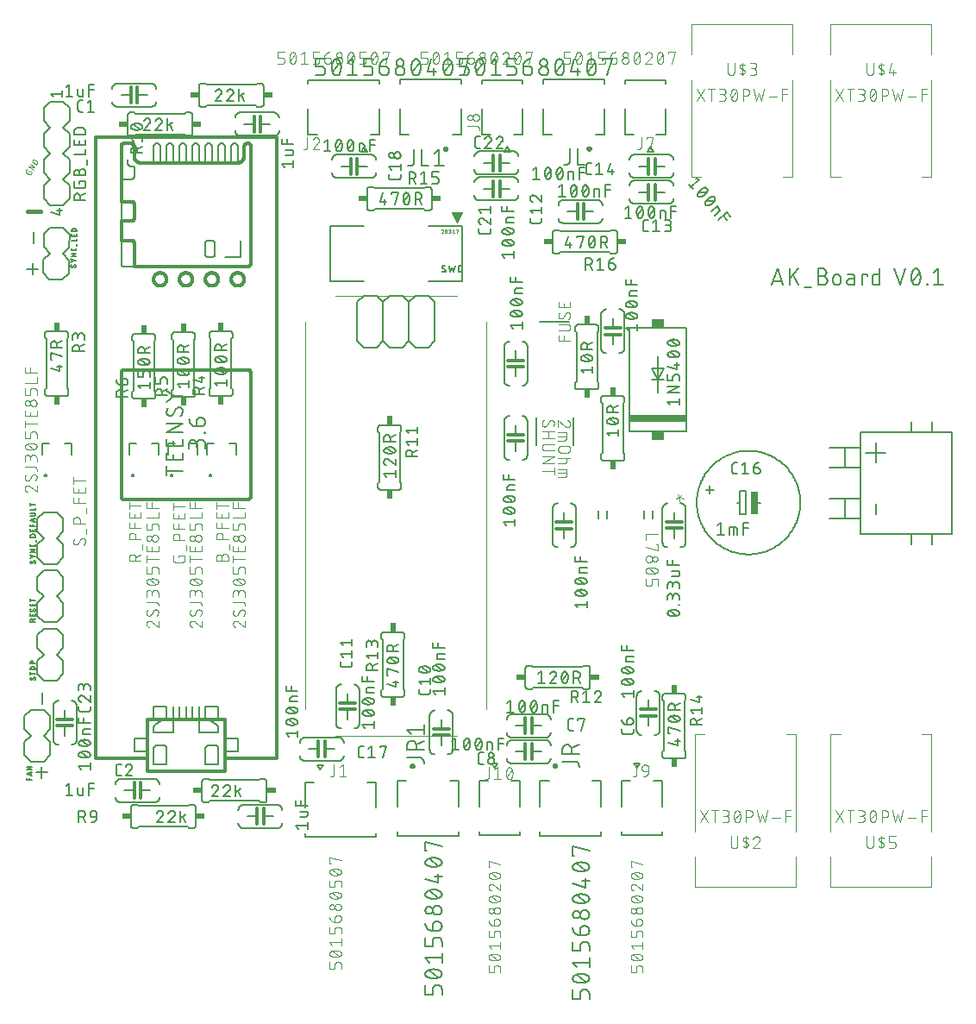
<source format=gbr>
G04 EAGLE Gerber RS-274X export*
G75*
%MOMM*%
%FSLAX34Y34*%
%LPD*%
%INSilkscreen Top*%
%IPPOS*%
%AMOC8*
5,1,8,0,0,1.08239X$1,22.5*%
G01*
%ADD10C,0.152400*%
%ADD11C,0.050800*%
%ADD12C,0.406400*%
%ADD13C,0.304800*%
%ADD14C,0.127000*%
%ADD15R,0.635000X2.286000*%
%ADD16R,5.588000X0.762000*%
%ADD17R,1.270000X0.889000*%
%ADD18C,0.203200*%
%ADD19C,0.200000*%
%ADD20C,0.101600*%
%ADD21C,0.076200*%
%ADD22R,0.609600X0.863600*%
%ADD23R,0.863600X0.609600*%
%ADD24C,0.100000*%
%ADD25C,0.300000*%

G36*
X91769Y673897D02*
X91769Y673897D01*
X91813Y673894D01*
X91879Y673913D01*
X91947Y673922D01*
X91986Y673943D01*
X92029Y673955D01*
X92084Y673996D01*
X92144Y674028D01*
X92174Y674062D01*
X92210Y674088D01*
X92259Y674159D01*
X92293Y674197D01*
X92301Y674218D01*
X92317Y674241D01*
X97317Y684241D01*
X97345Y684337D01*
X97377Y684431D01*
X97377Y684444D01*
X97381Y684457D01*
X97374Y684556D01*
X97371Y684656D01*
X97366Y684667D01*
X97365Y684680D01*
X97324Y684771D01*
X97286Y684863D01*
X97278Y684873D01*
X97272Y684885D01*
X97202Y684956D01*
X97135Y685029D01*
X97124Y685035D01*
X97114Y685044D01*
X97024Y685086D01*
X96935Y685132D01*
X96921Y685134D01*
X96911Y685139D01*
X96864Y685142D01*
X96750Y685159D01*
X86750Y685159D01*
X86652Y685142D01*
X86553Y685128D01*
X86542Y685122D01*
X86529Y685120D01*
X86443Y685069D01*
X86356Y685022D01*
X86347Y685012D01*
X86336Y685005D01*
X86273Y684928D01*
X86207Y684853D01*
X86203Y684841D01*
X86195Y684831D01*
X86163Y684737D01*
X86127Y684644D01*
X86127Y684631D01*
X86123Y684619D01*
X86126Y684519D01*
X86125Y684420D01*
X86129Y684406D01*
X86129Y684394D01*
X86147Y684351D01*
X86183Y684241D01*
X91183Y674241D01*
X91209Y674206D01*
X91228Y674165D01*
X91276Y674116D01*
X91317Y674062D01*
X91354Y674038D01*
X91386Y674006D01*
X91448Y673977D01*
X91505Y673940D01*
X91549Y673930D01*
X91589Y673911D01*
X91658Y673906D01*
X91724Y673891D01*
X91769Y673897D01*
G37*
D10*
X400812Y613537D02*
X406231Y629793D01*
X411649Y613537D01*
X410295Y617601D02*
X402167Y617601D01*
X418078Y613537D02*
X418078Y629793D01*
X427109Y629793D02*
X418078Y619859D01*
X421691Y623471D02*
X427109Y613537D01*
X432318Y611731D02*
X439542Y611731D01*
X446215Y622568D02*
X450730Y622568D01*
X450730Y622569D02*
X450863Y622567D01*
X450995Y622561D01*
X451127Y622551D01*
X451259Y622538D01*
X451391Y622520D01*
X451521Y622499D01*
X451652Y622474D01*
X451781Y622445D01*
X451909Y622412D01*
X452037Y622376D01*
X452163Y622336D01*
X452288Y622292D01*
X452412Y622244D01*
X452534Y622193D01*
X452655Y622138D01*
X452774Y622080D01*
X452892Y622018D01*
X453007Y621953D01*
X453121Y621884D01*
X453232Y621813D01*
X453341Y621737D01*
X453448Y621659D01*
X453553Y621578D01*
X453655Y621493D01*
X453755Y621406D01*
X453852Y621316D01*
X453947Y621223D01*
X454038Y621127D01*
X454127Y621029D01*
X454213Y620928D01*
X454296Y620824D01*
X454376Y620718D01*
X454452Y620610D01*
X454526Y620500D01*
X454596Y620387D01*
X454663Y620273D01*
X454726Y620156D01*
X454786Y620038D01*
X454843Y619918D01*
X454896Y619796D01*
X454945Y619673D01*
X454991Y619549D01*
X455033Y619423D01*
X455071Y619296D01*
X455106Y619168D01*
X455137Y619039D01*
X455164Y618910D01*
X455187Y618779D01*
X455207Y618648D01*
X455222Y618516D01*
X455234Y618384D01*
X455242Y618252D01*
X455246Y618119D01*
X455246Y617987D01*
X455242Y617854D01*
X455234Y617722D01*
X455222Y617590D01*
X455207Y617458D01*
X455187Y617327D01*
X455164Y617196D01*
X455137Y617067D01*
X455106Y616938D01*
X455071Y616810D01*
X455033Y616683D01*
X454991Y616557D01*
X454945Y616433D01*
X454896Y616310D01*
X454843Y616188D01*
X454786Y616068D01*
X454726Y615950D01*
X454663Y615833D01*
X454596Y615719D01*
X454526Y615606D01*
X454452Y615496D01*
X454376Y615388D01*
X454296Y615282D01*
X454213Y615178D01*
X454127Y615077D01*
X454038Y614979D01*
X453947Y614883D01*
X453852Y614790D01*
X453755Y614700D01*
X453655Y614613D01*
X453553Y614528D01*
X453448Y614447D01*
X453341Y614369D01*
X453232Y614293D01*
X453121Y614222D01*
X453007Y614153D01*
X452892Y614088D01*
X452774Y614026D01*
X452655Y613968D01*
X452534Y613913D01*
X452412Y613862D01*
X452288Y613814D01*
X452163Y613770D01*
X452037Y613730D01*
X451909Y613694D01*
X451781Y613661D01*
X451652Y613632D01*
X451521Y613607D01*
X451391Y613586D01*
X451259Y613568D01*
X451127Y613555D01*
X450995Y613545D01*
X450863Y613539D01*
X450730Y613537D01*
X446215Y613537D01*
X446215Y629793D01*
X450730Y629793D01*
X450849Y629791D01*
X450969Y629785D01*
X451088Y629775D01*
X451206Y629761D01*
X451325Y629744D01*
X451442Y629722D01*
X451559Y629697D01*
X451674Y629667D01*
X451789Y629634D01*
X451903Y629597D01*
X452015Y629557D01*
X452126Y629512D01*
X452235Y629464D01*
X452343Y629413D01*
X452449Y629358D01*
X452553Y629299D01*
X452655Y629237D01*
X452755Y629172D01*
X452853Y629103D01*
X452949Y629031D01*
X453042Y628956D01*
X453132Y628879D01*
X453220Y628798D01*
X453305Y628714D01*
X453387Y628627D01*
X453467Y628538D01*
X453543Y628446D01*
X453617Y628352D01*
X453687Y628255D01*
X453754Y628157D01*
X453818Y628056D01*
X453878Y627952D01*
X453935Y627847D01*
X453988Y627740D01*
X454038Y627632D01*
X454084Y627522D01*
X454126Y627410D01*
X454165Y627297D01*
X454200Y627183D01*
X454231Y627068D01*
X454259Y626951D01*
X454282Y626834D01*
X454302Y626717D01*
X454318Y626598D01*
X454330Y626479D01*
X454338Y626360D01*
X454342Y626241D01*
X454342Y626121D01*
X454338Y626002D01*
X454330Y625883D01*
X454318Y625764D01*
X454302Y625645D01*
X454282Y625528D01*
X454259Y625411D01*
X454231Y625294D01*
X454200Y625179D01*
X454165Y625065D01*
X454126Y624952D01*
X454084Y624840D01*
X454038Y624730D01*
X453988Y624622D01*
X453935Y624515D01*
X453878Y624410D01*
X453818Y624306D01*
X453754Y624205D01*
X453687Y624107D01*
X453617Y624010D01*
X453543Y623916D01*
X453467Y623824D01*
X453387Y623735D01*
X453305Y623648D01*
X453220Y623564D01*
X453132Y623483D01*
X453042Y623406D01*
X452949Y623331D01*
X452853Y623259D01*
X452755Y623190D01*
X452655Y623125D01*
X452553Y623063D01*
X452449Y623004D01*
X452343Y622949D01*
X452235Y622898D01*
X452126Y622850D01*
X452015Y622805D01*
X451903Y622765D01*
X451789Y622728D01*
X451674Y622695D01*
X451559Y622665D01*
X451442Y622640D01*
X451325Y622618D01*
X451206Y622601D01*
X451088Y622587D01*
X450969Y622577D01*
X450849Y622571D01*
X450730Y622569D01*
X460975Y620762D02*
X460975Y617149D01*
X460975Y620762D02*
X460977Y620881D01*
X460983Y621001D01*
X460993Y621120D01*
X461007Y621238D01*
X461024Y621357D01*
X461046Y621474D01*
X461071Y621591D01*
X461101Y621706D01*
X461134Y621821D01*
X461171Y621935D01*
X461211Y622047D01*
X461256Y622158D01*
X461304Y622267D01*
X461355Y622375D01*
X461410Y622481D01*
X461469Y622585D01*
X461531Y622687D01*
X461596Y622787D01*
X461665Y622885D01*
X461737Y622981D01*
X461812Y623074D01*
X461889Y623164D01*
X461970Y623252D01*
X462054Y623337D01*
X462141Y623419D01*
X462230Y623499D01*
X462322Y623575D01*
X462416Y623649D01*
X462513Y623719D01*
X462611Y623786D01*
X462712Y623850D01*
X462816Y623910D01*
X462921Y623967D01*
X463028Y624020D01*
X463136Y624070D01*
X463246Y624116D01*
X463358Y624158D01*
X463471Y624197D01*
X463585Y624232D01*
X463700Y624263D01*
X463817Y624291D01*
X463934Y624314D01*
X464051Y624334D01*
X464170Y624350D01*
X464289Y624362D01*
X464408Y624370D01*
X464527Y624374D01*
X464647Y624374D01*
X464766Y624370D01*
X464885Y624362D01*
X465004Y624350D01*
X465123Y624334D01*
X465240Y624314D01*
X465357Y624291D01*
X465474Y624263D01*
X465589Y624232D01*
X465703Y624197D01*
X465816Y624158D01*
X465928Y624116D01*
X466038Y624070D01*
X466146Y624020D01*
X466253Y623967D01*
X466358Y623910D01*
X466462Y623850D01*
X466563Y623786D01*
X466661Y623719D01*
X466758Y623649D01*
X466852Y623575D01*
X466944Y623499D01*
X467033Y623419D01*
X467120Y623337D01*
X467204Y623252D01*
X467285Y623164D01*
X467362Y623074D01*
X467437Y622981D01*
X467509Y622885D01*
X467578Y622787D01*
X467643Y622687D01*
X467705Y622585D01*
X467764Y622481D01*
X467819Y622375D01*
X467870Y622267D01*
X467918Y622158D01*
X467963Y622047D01*
X468003Y621935D01*
X468040Y621821D01*
X468073Y621706D01*
X468103Y621591D01*
X468128Y621474D01*
X468150Y621357D01*
X468167Y621238D01*
X468181Y621120D01*
X468191Y621001D01*
X468197Y620881D01*
X468199Y620762D01*
X468200Y620762D02*
X468200Y617149D01*
X468199Y617149D02*
X468197Y617030D01*
X468191Y616910D01*
X468181Y616791D01*
X468167Y616673D01*
X468150Y616554D01*
X468128Y616437D01*
X468103Y616320D01*
X468073Y616205D01*
X468040Y616090D01*
X468003Y615976D01*
X467963Y615864D01*
X467918Y615753D01*
X467870Y615644D01*
X467819Y615536D01*
X467764Y615430D01*
X467705Y615326D01*
X467643Y615224D01*
X467578Y615124D01*
X467509Y615026D01*
X467437Y614930D01*
X467362Y614837D01*
X467285Y614747D01*
X467204Y614659D01*
X467120Y614574D01*
X467033Y614492D01*
X466944Y614412D01*
X466852Y614336D01*
X466758Y614262D01*
X466661Y614192D01*
X466563Y614125D01*
X466462Y614061D01*
X466358Y614001D01*
X466253Y613944D01*
X466146Y613891D01*
X466038Y613841D01*
X465928Y613795D01*
X465816Y613753D01*
X465703Y613714D01*
X465589Y613679D01*
X465474Y613648D01*
X465357Y613620D01*
X465240Y613597D01*
X465123Y613577D01*
X465004Y613561D01*
X464885Y613549D01*
X464766Y613541D01*
X464647Y613537D01*
X464527Y613537D01*
X464408Y613541D01*
X464289Y613549D01*
X464170Y613561D01*
X464051Y613577D01*
X463934Y613597D01*
X463817Y613620D01*
X463700Y613648D01*
X463585Y613679D01*
X463471Y613714D01*
X463358Y613753D01*
X463246Y613795D01*
X463136Y613841D01*
X463028Y613891D01*
X462921Y613944D01*
X462816Y614001D01*
X462712Y614061D01*
X462611Y614125D01*
X462513Y614192D01*
X462416Y614262D01*
X462322Y614336D01*
X462230Y614412D01*
X462141Y614492D01*
X462054Y614574D01*
X461970Y614659D01*
X461889Y614747D01*
X461812Y614837D01*
X461737Y614930D01*
X461665Y615026D01*
X461596Y615124D01*
X461531Y615224D01*
X461469Y615326D01*
X461410Y615430D01*
X461355Y615536D01*
X461304Y615644D01*
X461256Y615753D01*
X461211Y615864D01*
X461171Y615976D01*
X461134Y616090D01*
X461101Y616205D01*
X461071Y616320D01*
X461046Y616437D01*
X461024Y616554D01*
X461007Y616673D01*
X460993Y616791D01*
X460983Y616910D01*
X460977Y617030D01*
X460975Y617149D01*
X477609Y619859D02*
X481673Y619859D01*
X477609Y619859D02*
X477497Y619857D01*
X477386Y619851D01*
X477275Y619841D01*
X477164Y619828D01*
X477054Y619810D01*
X476945Y619788D01*
X476836Y619763D01*
X476728Y619734D01*
X476622Y619701D01*
X476516Y619664D01*
X476412Y619624D01*
X476310Y619580D01*
X476209Y619532D01*
X476110Y619481D01*
X476012Y619426D01*
X475917Y619368D01*
X475824Y619307D01*
X475733Y619242D01*
X475644Y619174D01*
X475558Y619103D01*
X475475Y619030D01*
X475394Y618953D01*
X475315Y618873D01*
X475240Y618791D01*
X475168Y618706D01*
X475098Y618619D01*
X475032Y618529D01*
X474969Y618437D01*
X474909Y618342D01*
X474853Y618246D01*
X474800Y618148D01*
X474751Y618048D01*
X474705Y617946D01*
X474663Y617843D01*
X474624Y617738D01*
X474589Y617632D01*
X474558Y617525D01*
X474531Y617417D01*
X474507Y617308D01*
X474488Y617198D01*
X474472Y617088D01*
X474460Y616977D01*
X474452Y616865D01*
X474448Y616754D01*
X474448Y616642D01*
X474452Y616531D01*
X474460Y616419D01*
X474472Y616308D01*
X474488Y616198D01*
X474507Y616088D01*
X474531Y615979D01*
X474558Y615871D01*
X474589Y615764D01*
X474624Y615658D01*
X474663Y615553D01*
X474705Y615450D01*
X474751Y615348D01*
X474800Y615248D01*
X474853Y615150D01*
X474909Y615054D01*
X474969Y614959D01*
X475032Y614867D01*
X475098Y614777D01*
X475168Y614690D01*
X475240Y614605D01*
X475315Y614523D01*
X475394Y614443D01*
X475475Y614366D01*
X475558Y614293D01*
X475644Y614222D01*
X475733Y614154D01*
X475824Y614089D01*
X475917Y614028D01*
X476012Y613970D01*
X476110Y613915D01*
X476209Y613864D01*
X476310Y613816D01*
X476412Y613772D01*
X476516Y613732D01*
X476622Y613695D01*
X476728Y613662D01*
X476836Y613633D01*
X476945Y613608D01*
X477054Y613586D01*
X477164Y613568D01*
X477275Y613555D01*
X477386Y613545D01*
X477497Y613539D01*
X477609Y613537D01*
X481673Y613537D01*
X481673Y621665D01*
X481671Y621766D01*
X481665Y621867D01*
X481656Y621968D01*
X481643Y622069D01*
X481626Y622169D01*
X481605Y622268D01*
X481581Y622366D01*
X481553Y622463D01*
X481521Y622560D01*
X481486Y622655D01*
X481447Y622748D01*
X481405Y622840D01*
X481359Y622931D01*
X481310Y623020D01*
X481258Y623106D01*
X481202Y623191D01*
X481144Y623274D01*
X481082Y623354D01*
X481017Y623432D01*
X480950Y623508D01*
X480880Y623581D01*
X480807Y623651D01*
X480731Y623718D01*
X480653Y623783D01*
X480573Y623845D01*
X480490Y623903D01*
X480405Y623959D01*
X480319Y624011D01*
X480230Y624060D01*
X480139Y624106D01*
X480047Y624148D01*
X479954Y624187D01*
X479859Y624222D01*
X479762Y624254D01*
X479665Y624282D01*
X479567Y624306D01*
X479468Y624327D01*
X479368Y624344D01*
X479267Y624357D01*
X479166Y624366D01*
X479065Y624372D01*
X478964Y624374D01*
X475352Y624374D01*
X489196Y624374D02*
X489196Y613537D01*
X489196Y624374D02*
X494615Y624374D01*
X494615Y622568D01*
X506683Y629793D02*
X506683Y613537D01*
X502168Y613537D01*
X502067Y613539D01*
X501966Y613545D01*
X501865Y613554D01*
X501764Y613567D01*
X501664Y613584D01*
X501565Y613605D01*
X501467Y613629D01*
X501370Y613657D01*
X501273Y613689D01*
X501178Y613724D01*
X501085Y613763D01*
X500993Y613805D01*
X500902Y613851D01*
X500814Y613900D01*
X500727Y613952D01*
X500642Y614008D01*
X500559Y614066D01*
X500479Y614128D01*
X500401Y614193D01*
X500325Y614260D01*
X500252Y614330D01*
X500182Y614403D01*
X500115Y614479D01*
X500050Y614557D01*
X499988Y614637D01*
X499930Y614720D01*
X499874Y614805D01*
X499822Y614892D01*
X499773Y614980D01*
X499727Y615071D01*
X499685Y615163D01*
X499646Y615256D01*
X499611Y615351D01*
X499579Y615448D01*
X499551Y615545D01*
X499527Y615643D01*
X499506Y615742D01*
X499489Y615842D01*
X499476Y615943D01*
X499467Y616044D01*
X499461Y616145D01*
X499459Y616246D01*
X499459Y621665D01*
X499461Y621766D01*
X499467Y621867D01*
X499476Y621968D01*
X499489Y622069D01*
X499506Y622169D01*
X499527Y622268D01*
X499551Y622366D01*
X499579Y622463D01*
X499611Y622560D01*
X499646Y622655D01*
X499685Y622748D01*
X499727Y622840D01*
X499773Y622931D01*
X499822Y623020D01*
X499874Y623106D01*
X499930Y623191D01*
X499988Y623274D01*
X500050Y623354D01*
X500115Y623432D01*
X500182Y623508D01*
X500252Y623581D01*
X500325Y623651D01*
X500401Y623718D01*
X500479Y623783D01*
X500559Y623845D01*
X500642Y623903D01*
X500727Y623959D01*
X500814Y624011D01*
X500902Y624060D01*
X500993Y624106D01*
X501085Y624148D01*
X501178Y624187D01*
X501273Y624222D01*
X501370Y624254D01*
X501467Y624282D01*
X501565Y624306D01*
X501664Y624327D01*
X501764Y624344D01*
X501865Y624357D01*
X501966Y624366D01*
X502067Y624372D01*
X502168Y624374D01*
X506683Y624374D01*
X521172Y629793D02*
X526591Y613537D01*
X532010Y629793D01*
X539062Y627535D02*
X538925Y627246D01*
X538795Y626954D01*
X538672Y626658D01*
X538557Y626360D01*
X538448Y626059D01*
X538347Y625756D01*
X538253Y625450D01*
X538166Y625143D01*
X538087Y624833D01*
X538015Y624521D01*
X537951Y624208D01*
X537894Y623893D01*
X537844Y623577D01*
X537802Y623260D01*
X537768Y622942D01*
X537741Y622624D01*
X537722Y622304D01*
X537711Y621985D01*
X537707Y621665D01*
X539061Y627536D02*
X539100Y627644D01*
X539143Y627751D01*
X539189Y627856D01*
X539240Y627960D01*
X539293Y628062D01*
X539350Y628162D01*
X539411Y628260D01*
X539475Y628355D01*
X539542Y628449D01*
X539613Y628540D01*
X539686Y628629D01*
X539763Y628715D01*
X539842Y628798D01*
X539924Y628879D01*
X540009Y628957D01*
X540097Y629031D01*
X540187Y629103D01*
X540279Y629171D01*
X540374Y629237D01*
X540471Y629299D01*
X540570Y629357D01*
X540672Y629413D01*
X540774Y629464D01*
X540879Y629512D01*
X540985Y629557D01*
X541093Y629598D01*
X541202Y629635D01*
X541312Y629668D01*
X541424Y629697D01*
X541536Y629723D01*
X541649Y629745D01*
X541763Y629762D01*
X541877Y629776D01*
X541992Y629786D01*
X542107Y629792D01*
X542222Y629794D01*
X542222Y629793D02*
X542337Y629791D01*
X542452Y629785D01*
X542567Y629775D01*
X542681Y629761D01*
X542795Y629744D01*
X542908Y629722D01*
X543020Y629696D01*
X543132Y629667D01*
X543242Y629634D01*
X543351Y629597D01*
X543459Y629556D01*
X543565Y629511D01*
X543670Y629463D01*
X543772Y629412D01*
X543873Y629356D01*
X543973Y629298D01*
X544070Y629236D01*
X544164Y629171D01*
X544257Y629102D01*
X544347Y629030D01*
X544435Y628956D01*
X544520Y628878D01*
X544602Y628797D01*
X544681Y628714D01*
X544758Y628628D01*
X544831Y628539D01*
X544902Y628448D01*
X544969Y628354D01*
X545033Y628259D01*
X545094Y628161D01*
X545151Y628061D01*
X545204Y627959D01*
X545255Y627855D01*
X545301Y627750D01*
X545344Y627643D01*
X545383Y627535D01*
X545520Y627246D01*
X545650Y626954D01*
X545773Y626658D01*
X545888Y626360D01*
X545997Y626059D01*
X546098Y625756D01*
X546192Y625450D01*
X546279Y625143D01*
X546358Y624833D01*
X546430Y624521D01*
X546494Y624208D01*
X546551Y623893D01*
X546601Y623577D01*
X546643Y623260D01*
X546677Y622942D01*
X546704Y622624D01*
X546723Y622304D01*
X546734Y621985D01*
X546738Y621665D01*
X537707Y621665D02*
X537711Y621345D01*
X537722Y621026D01*
X537741Y620706D01*
X537768Y620388D01*
X537802Y620070D01*
X537844Y619753D01*
X537894Y619437D01*
X537951Y619122D01*
X538015Y618809D01*
X538087Y618497D01*
X538166Y618187D01*
X538253Y617880D01*
X538347Y617574D01*
X538448Y617271D01*
X538557Y616970D01*
X538672Y616672D01*
X538795Y616376D01*
X538925Y616084D01*
X539062Y615795D01*
X539061Y615795D02*
X539100Y615687D01*
X539143Y615580D01*
X539189Y615475D01*
X539240Y615371D01*
X539293Y615269D01*
X539350Y615169D01*
X539411Y615071D01*
X539475Y614976D01*
X539542Y614882D01*
X539613Y614791D01*
X539686Y614702D01*
X539763Y614616D01*
X539842Y614533D01*
X539924Y614452D01*
X540009Y614374D01*
X540097Y614300D01*
X540187Y614228D01*
X540280Y614159D01*
X540374Y614094D01*
X540471Y614032D01*
X540571Y613974D01*
X540672Y613918D01*
X540774Y613867D01*
X540879Y613819D01*
X540985Y613774D01*
X541093Y613733D01*
X541202Y613696D01*
X541312Y613663D01*
X541424Y613634D01*
X541536Y613608D01*
X541649Y613586D01*
X541763Y613569D01*
X541877Y613555D01*
X541992Y613545D01*
X542107Y613539D01*
X542222Y613537D01*
X545382Y615795D02*
X545519Y616084D01*
X545649Y616376D01*
X545772Y616672D01*
X545887Y616970D01*
X545996Y617271D01*
X546097Y617574D01*
X546191Y617880D01*
X546278Y618187D01*
X546357Y618497D01*
X546429Y618809D01*
X546493Y619122D01*
X546550Y619437D01*
X546600Y619753D01*
X546642Y620070D01*
X546676Y620388D01*
X546703Y620706D01*
X546722Y621026D01*
X546733Y621345D01*
X546737Y621665D01*
X545383Y615795D02*
X545344Y615687D01*
X545301Y615580D01*
X545255Y615475D01*
X545204Y615371D01*
X545151Y615269D01*
X545094Y615169D01*
X545033Y615071D01*
X544969Y614976D01*
X544902Y614882D01*
X544831Y614791D01*
X544758Y614702D01*
X544681Y614616D01*
X544602Y614533D01*
X544520Y614452D01*
X544435Y614374D01*
X544347Y614300D01*
X544257Y614228D01*
X544164Y614159D01*
X544070Y614094D01*
X543973Y614032D01*
X543873Y613974D01*
X543772Y613918D01*
X543669Y613867D01*
X543565Y613819D01*
X543459Y613774D01*
X543351Y613733D01*
X543242Y613696D01*
X543132Y613663D01*
X543020Y613634D01*
X542908Y613608D01*
X542795Y613586D01*
X542681Y613569D01*
X542567Y613555D01*
X542452Y613545D01*
X542337Y613539D01*
X542222Y613537D01*
X538610Y617149D02*
X545835Y626181D01*
X552713Y614440D02*
X552713Y613537D01*
X552713Y614440D02*
X553616Y614440D01*
X553616Y613537D01*
X552713Y613537D01*
X559590Y626181D02*
X564106Y629793D01*
X564106Y613537D01*
X559590Y613537D02*
X568622Y613537D01*
X-310981Y135354D02*
X-321818Y135354D01*
X-316399Y140772D02*
X-316399Y129935D01*
X-315694Y202692D02*
X-315694Y213529D01*
X-319871Y629384D02*
X-330708Y629384D01*
X-325289Y634802D02*
X-325289Y623965D01*
D11*
X-329202Y725206D02*
X-328704Y725993D01*
X-326080Y724334D01*
X-327075Y722760D01*
X-327114Y722703D01*
X-327156Y722647D01*
X-327201Y722594D01*
X-327249Y722543D01*
X-327300Y722496D01*
X-327353Y722451D01*
X-327409Y722409D01*
X-327467Y722371D01*
X-327527Y722335D01*
X-327589Y722304D01*
X-327653Y722275D01*
X-327718Y722251D01*
X-327784Y722230D01*
X-327852Y722212D01*
X-327920Y722199D01*
X-327989Y722189D01*
X-328059Y722184D01*
X-328128Y722182D01*
X-328198Y722184D01*
X-328267Y722190D01*
X-328336Y722200D01*
X-328405Y722214D01*
X-328472Y722231D01*
X-328538Y722253D01*
X-328603Y722278D01*
X-328667Y722306D01*
X-328729Y722339D01*
X-328789Y722374D01*
X-331413Y724033D01*
X-331413Y724032D02*
X-331470Y724071D01*
X-331526Y724113D01*
X-331579Y724158D01*
X-331630Y724206D01*
X-331677Y724257D01*
X-331722Y724310D01*
X-331764Y724366D01*
X-331802Y724424D01*
X-331838Y724484D01*
X-331869Y724546D01*
X-331898Y724610D01*
X-331922Y724675D01*
X-331943Y724741D01*
X-331961Y724809D01*
X-331974Y724877D01*
X-331984Y724946D01*
X-331989Y725016D01*
X-331991Y725085D01*
X-331989Y725155D01*
X-331983Y725224D01*
X-331973Y725293D01*
X-331959Y725362D01*
X-331942Y725429D01*
X-331920Y725495D01*
X-331895Y725560D01*
X-331867Y725624D01*
X-331834Y725686D01*
X-331799Y725746D01*
X-330803Y727320D01*
X-329335Y729643D02*
X-324612Y726657D01*
X-322953Y729281D02*
X-329335Y729643D01*
X-327676Y732267D02*
X-322953Y729281D01*
X-321485Y731604D02*
X-326208Y734589D01*
X-325379Y735902D01*
X-325379Y735901D02*
X-325337Y735965D01*
X-325291Y736026D01*
X-325243Y736085D01*
X-325192Y736141D01*
X-325138Y736195D01*
X-325082Y736246D01*
X-325023Y736295D01*
X-324962Y736340D01*
X-324898Y736383D01*
X-324833Y736422D01*
X-324766Y736458D01*
X-324697Y736490D01*
X-324627Y736520D01*
X-324555Y736545D01*
X-324482Y736567D01*
X-324408Y736586D01*
X-324333Y736601D01*
X-324258Y736612D01*
X-324182Y736620D01*
X-324106Y736624D01*
X-324030Y736624D01*
X-323954Y736620D01*
X-323878Y736612D01*
X-323803Y736601D01*
X-323728Y736587D01*
X-323654Y736568D01*
X-323581Y736546D01*
X-323510Y736520D01*
X-323439Y736491D01*
X-323370Y736459D01*
X-323303Y736423D01*
X-323238Y736384D01*
X-323237Y736384D02*
X-321138Y735057D01*
X-321072Y735013D01*
X-321009Y734966D01*
X-320949Y734916D01*
X-320891Y734863D01*
X-320835Y734807D01*
X-320783Y734748D01*
X-320734Y734687D01*
X-320688Y734623D01*
X-320645Y734558D01*
X-320605Y734490D01*
X-320569Y734420D01*
X-320537Y734348D01*
X-320508Y734275D01*
X-320483Y734200D01*
X-320462Y734124D01*
X-320445Y734048D01*
X-320431Y733970D01*
X-320422Y733892D01*
X-320417Y733814D01*
X-320415Y733735D01*
X-320418Y733657D01*
X-320424Y733578D01*
X-320434Y733500D01*
X-320449Y733423D01*
X-320467Y733346D01*
X-320489Y733271D01*
X-320515Y733197D01*
X-320545Y733124D01*
X-320578Y733053D01*
X-320615Y732983D01*
X-320655Y732916D01*
X-321485Y731604D01*
D12*
X-317500Y685800D02*
X-330200Y685800D01*
D10*
X-324584Y665649D02*
X-324584Y654812D01*
X155575Y558165D02*
X155715Y558163D01*
X155855Y558157D01*
X155995Y558148D01*
X156134Y558134D01*
X156273Y558117D01*
X156411Y558096D01*
X156549Y558071D01*
X156686Y558042D01*
X156822Y558010D01*
X156957Y557973D01*
X157091Y557933D01*
X157224Y557890D01*
X157356Y557842D01*
X157487Y557792D01*
X157616Y557737D01*
X157743Y557679D01*
X157869Y557618D01*
X157993Y557553D01*
X158115Y557484D01*
X158235Y557413D01*
X158353Y557338D01*
X158470Y557260D01*
X158584Y557178D01*
X158695Y557094D01*
X158804Y557006D01*
X158911Y556916D01*
X159016Y556822D01*
X159117Y556726D01*
X159216Y556627D01*
X159312Y556526D01*
X159406Y556421D01*
X159496Y556314D01*
X159584Y556205D01*
X159668Y556094D01*
X159750Y555980D01*
X159828Y555863D01*
X159903Y555745D01*
X159974Y555625D01*
X160043Y555503D01*
X160108Y555379D01*
X160169Y555253D01*
X160227Y555126D01*
X160282Y554997D01*
X160332Y554866D01*
X160380Y554734D01*
X160423Y554601D01*
X160463Y554467D01*
X160500Y554332D01*
X160532Y554196D01*
X160561Y554059D01*
X160586Y553921D01*
X160607Y553783D01*
X160624Y553644D01*
X160638Y553505D01*
X160647Y553365D01*
X160653Y553225D01*
X160655Y553085D01*
X142875Y558165D02*
X142735Y558163D01*
X142595Y558157D01*
X142455Y558148D01*
X142316Y558134D01*
X142177Y558117D01*
X142039Y558096D01*
X141901Y558071D01*
X141764Y558042D01*
X141628Y558010D01*
X141493Y557973D01*
X141359Y557933D01*
X141226Y557890D01*
X141094Y557842D01*
X140963Y557792D01*
X140834Y557737D01*
X140707Y557679D01*
X140581Y557618D01*
X140457Y557553D01*
X140335Y557484D01*
X140215Y557413D01*
X140097Y557338D01*
X139980Y557260D01*
X139866Y557178D01*
X139755Y557094D01*
X139646Y557006D01*
X139539Y556916D01*
X139434Y556822D01*
X139333Y556726D01*
X139234Y556627D01*
X139138Y556526D01*
X139044Y556421D01*
X138954Y556314D01*
X138866Y556205D01*
X138782Y556094D01*
X138700Y555980D01*
X138622Y555863D01*
X138547Y555745D01*
X138476Y555625D01*
X138407Y555503D01*
X138342Y555379D01*
X138281Y555253D01*
X138223Y555126D01*
X138168Y554997D01*
X138118Y554866D01*
X138070Y554734D01*
X138027Y554601D01*
X137987Y554467D01*
X137950Y554332D01*
X137918Y554196D01*
X137889Y554059D01*
X137864Y553921D01*
X137843Y553783D01*
X137826Y553644D01*
X137812Y553505D01*
X137803Y553365D01*
X137797Y553225D01*
X137795Y553085D01*
X160655Y553085D02*
X160655Y520065D01*
X137795Y520065D02*
X137795Y553085D01*
X160655Y520065D02*
X160653Y519925D01*
X160647Y519785D01*
X160638Y519645D01*
X160624Y519506D01*
X160607Y519367D01*
X160586Y519229D01*
X160561Y519091D01*
X160532Y518954D01*
X160500Y518818D01*
X160463Y518683D01*
X160423Y518549D01*
X160380Y518416D01*
X160332Y518284D01*
X160282Y518153D01*
X160227Y518024D01*
X160169Y517897D01*
X160108Y517771D01*
X160043Y517647D01*
X159974Y517525D01*
X159903Y517405D01*
X159828Y517287D01*
X159750Y517170D01*
X159668Y517056D01*
X159584Y516945D01*
X159496Y516836D01*
X159406Y516729D01*
X159312Y516624D01*
X159216Y516523D01*
X159117Y516424D01*
X159016Y516328D01*
X158911Y516234D01*
X158804Y516144D01*
X158695Y516056D01*
X158584Y515972D01*
X158470Y515890D01*
X158353Y515812D01*
X158235Y515737D01*
X158115Y515666D01*
X157993Y515597D01*
X157869Y515532D01*
X157743Y515471D01*
X157616Y515413D01*
X157487Y515358D01*
X157356Y515308D01*
X157224Y515260D01*
X157091Y515217D01*
X156957Y515177D01*
X156822Y515140D01*
X156686Y515108D01*
X156549Y515079D01*
X156411Y515054D01*
X156273Y515033D01*
X156134Y515016D01*
X155995Y515002D01*
X155855Y514993D01*
X155715Y514987D01*
X155575Y514985D01*
X142875Y514985D02*
X142735Y514987D01*
X142595Y514993D01*
X142455Y515002D01*
X142316Y515016D01*
X142177Y515033D01*
X142039Y515054D01*
X141901Y515079D01*
X141764Y515108D01*
X141628Y515140D01*
X141493Y515177D01*
X141359Y515217D01*
X141226Y515260D01*
X141094Y515308D01*
X140963Y515358D01*
X140834Y515413D01*
X140707Y515471D01*
X140581Y515532D01*
X140457Y515597D01*
X140335Y515666D01*
X140215Y515737D01*
X140097Y515812D01*
X139980Y515890D01*
X139866Y515972D01*
X139755Y516056D01*
X139646Y516144D01*
X139539Y516234D01*
X139434Y516328D01*
X139333Y516424D01*
X139234Y516523D01*
X139138Y516624D01*
X139044Y516729D01*
X138954Y516836D01*
X138866Y516945D01*
X138782Y517056D01*
X138700Y517170D01*
X138622Y517287D01*
X138547Y517405D01*
X138476Y517525D01*
X138407Y517647D01*
X138342Y517771D01*
X138281Y517897D01*
X138223Y518024D01*
X138168Y518153D01*
X138118Y518284D01*
X138070Y518416D01*
X138027Y518549D01*
X137987Y518683D01*
X137950Y518818D01*
X137918Y518954D01*
X137889Y519091D01*
X137864Y519229D01*
X137843Y519367D01*
X137826Y519506D01*
X137812Y519645D01*
X137803Y519785D01*
X137797Y519925D01*
X137795Y520065D01*
D13*
X149225Y539623D02*
X156845Y539623D01*
X149225Y539623D02*
X141605Y539623D01*
X149225Y533273D02*
X156845Y533273D01*
X149225Y533273D02*
X141605Y533273D01*
D10*
X149225Y533273D02*
X149225Y523875D01*
X149225Y539623D02*
X149225Y549275D01*
D14*
X146685Y570865D02*
X144145Y574040D01*
X155575Y574040D01*
X155575Y570865D02*
X155575Y577215D01*
X149860Y582295D02*
X149635Y582298D01*
X149410Y582306D01*
X149186Y582319D01*
X148962Y582338D01*
X148738Y582362D01*
X148515Y582391D01*
X148293Y582426D01*
X148072Y582466D01*
X147852Y582512D01*
X147633Y582562D01*
X147415Y582618D01*
X147198Y582679D01*
X146983Y582745D01*
X146770Y582816D01*
X146559Y582893D01*
X146349Y582974D01*
X146141Y583060D01*
X145936Y583151D01*
X145733Y583247D01*
X145645Y583279D01*
X145558Y583315D01*
X145472Y583354D01*
X145388Y583397D01*
X145306Y583443D01*
X145226Y583492D01*
X145148Y583544D01*
X145072Y583600D01*
X144998Y583658D01*
X144927Y583720D01*
X144858Y583784D01*
X144792Y583851D01*
X144729Y583920D01*
X144668Y583992D01*
X144610Y584066D01*
X144556Y584143D01*
X144504Y584221D01*
X144456Y584302D01*
X144411Y584384D01*
X144369Y584469D01*
X144331Y584555D01*
X144296Y584642D01*
X144264Y584730D01*
X144237Y584820D01*
X144212Y584911D01*
X144192Y585003D01*
X144175Y585095D01*
X144162Y585189D01*
X144153Y585282D01*
X144147Y585376D01*
X144145Y585470D01*
X144147Y585564D01*
X144153Y585658D01*
X144162Y585751D01*
X144175Y585845D01*
X144192Y585937D01*
X144212Y586029D01*
X144237Y586120D01*
X144264Y586210D01*
X144296Y586298D01*
X144331Y586385D01*
X144369Y586471D01*
X144411Y586556D01*
X144456Y586638D01*
X144504Y586719D01*
X144556Y586797D01*
X144610Y586874D01*
X144668Y586948D01*
X144729Y587020D01*
X144792Y587089D01*
X144858Y587156D01*
X144927Y587220D01*
X144998Y587282D01*
X145072Y587340D01*
X145148Y587396D01*
X145226Y587448D01*
X145306Y587497D01*
X145388Y587543D01*
X145472Y587586D01*
X145558Y587625D01*
X145645Y587661D01*
X145733Y587693D01*
X145936Y587789D01*
X146141Y587880D01*
X146349Y587966D01*
X146559Y588047D01*
X146770Y588124D01*
X146983Y588195D01*
X147198Y588261D01*
X147415Y588322D01*
X147633Y588378D01*
X147852Y588428D01*
X148072Y588474D01*
X148293Y588514D01*
X148515Y588549D01*
X148738Y588578D01*
X148962Y588602D01*
X149186Y588621D01*
X149410Y588634D01*
X149635Y588642D01*
X149860Y588645D01*
X149860Y582295D02*
X150085Y582298D01*
X150310Y582306D01*
X150534Y582319D01*
X150758Y582338D01*
X150982Y582362D01*
X151205Y582391D01*
X151427Y582426D01*
X151648Y582466D01*
X151868Y582512D01*
X152087Y582562D01*
X152305Y582618D01*
X152522Y582679D01*
X152737Y582745D01*
X152950Y582816D01*
X153161Y582893D01*
X153371Y582974D01*
X153579Y583060D01*
X153784Y583151D01*
X153987Y583247D01*
X153988Y583247D02*
X154076Y583279D01*
X154163Y583315D01*
X154249Y583354D01*
X154333Y583397D01*
X154415Y583443D01*
X154495Y583492D01*
X154573Y583544D01*
X154649Y583600D01*
X154723Y583658D01*
X154794Y583720D01*
X154863Y583784D01*
X154929Y583851D01*
X154992Y583920D01*
X155053Y583992D01*
X155111Y584066D01*
X155165Y584143D01*
X155217Y584221D01*
X155265Y584302D01*
X155310Y584384D01*
X155352Y584469D01*
X155390Y584555D01*
X155425Y584642D01*
X155457Y584730D01*
X155484Y584820D01*
X155509Y584911D01*
X155529Y585003D01*
X155546Y585095D01*
X155559Y585189D01*
X155568Y585282D01*
X155574Y585376D01*
X155576Y585470D01*
X153987Y587693D02*
X153784Y587789D01*
X153579Y587880D01*
X153371Y587966D01*
X153161Y588047D01*
X152950Y588124D01*
X152737Y588195D01*
X152522Y588261D01*
X152305Y588322D01*
X152087Y588378D01*
X151868Y588428D01*
X151648Y588474D01*
X151427Y588514D01*
X151205Y588549D01*
X150982Y588578D01*
X150758Y588602D01*
X150534Y588621D01*
X150310Y588634D01*
X150085Y588642D01*
X149860Y588645D01*
X153988Y587693D02*
X154076Y587661D01*
X154163Y587625D01*
X154249Y587586D01*
X154333Y587543D01*
X154415Y587497D01*
X154495Y587448D01*
X154573Y587396D01*
X154649Y587340D01*
X154723Y587282D01*
X154794Y587220D01*
X154863Y587156D01*
X154929Y587089D01*
X154992Y587020D01*
X155053Y586948D01*
X155111Y586874D01*
X155165Y586797D01*
X155217Y586719D01*
X155265Y586638D01*
X155310Y586556D01*
X155352Y586471D01*
X155390Y586385D01*
X155425Y586298D01*
X155457Y586210D01*
X155484Y586120D01*
X155509Y586029D01*
X155529Y585937D01*
X155546Y585845D01*
X155559Y585751D01*
X155568Y585658D01*
X155574Y585564D01*
X155576Y585470D01*
X153035Y582930D02*
X146685Y588010D01*
X149860Y593725D02*
X149635Y593728D01*
X149410Y593736D01*
X149186Y593749D01*
X148962Y593768D01*
X148738Y593792D01*
X148515Y593821D01*
X148293Y593856D01*
X148072Y593896D01*
X147852Y593942D01*
X147633Y593992D01*
X147415Y594048D01*
X147198Y594109D01*
X146983Y594175D01*
X146770Y594246D01*
X146559Y594323D01*
X146349Y594404D01*
X146141Y594490D01*
X145936Y594581D01*
X145733Y594677D01*
X145645Y594709D01*
X145558Y594745D01*
X145472Y594784D01*
X145388Y594827D01*
X145306Y594873D01*
X145226Y594922D01*
X145148Y594974D01*
X145072Y595030D01*
X144998Y595088D01*
X144927Y595150D01*
X144858Y595214D01*
X144792Y595281D01*
X144729Y595350D01*
X144668Y595422D01*
X144610Y595496D01*
X144556Y595573D01*
X144504Y595651D01*
X144456Y595732D01*
X144411Y595814D01*
X144369Y595899D01*
X144331Y595985D01*
X144296Y596072D01*
X144264Y596160D01*
X144237Y596250D01*
X144212Y596341D01*
X144192Y596433D01*
X144175Y596525D01*
X144162Y596619D01*
X144153Y596712D01*
X144147Y596806D01*
X144145Y596900D01*
X144147Y596994D01*
X144153Y597088D01*
X144162Y597181D01*
X144175Y597275D01*
X144192Y597367D01*
X144212Y597459D01*
X144237Y597550D01*
X144264Y597640D01*
X144296Y597728D01*
X144331Y597815D01*
X144369Y597901D01*
X144411Y597986D01*
X144456Y598068D01*
X144504Y598149D01*
X144556Y598227D01*
X144610Y598304D01*
X144668Y598378D01*
X144729Y598450D01*
X144792Y598519D01*
X144858Y598586D01*
X144927Y598650D01*
X144998Y598712D01*
X145072Y598770D01*
X145148Y598826D01*
X145226Y598878D01*
X145306Y598927D01*
X145388Y598973D01*
X145472Y599016D01*
X145558Y599055D01*
X145645Y599091D01*
X145733Y599123D01*
X145936Y599219D01*
X146141Y599310D01*
X146349Y599396D01*
X146559Y599477D01*
X146770Y599554D01*
X146983Y599625D01*
X147198Y599691D01*
X147415Y599752D01*
X147633Y599808D01*
X147852Y599858D01*
X148072Y599904D01*
X148293Y599944D01*
X148515Y599979D01*
X148738Y600008D01*
X148962Y600032D01*
X149186Y600051D01*
X149410Y600064D01*
X149635Y600072D01*
X149860Y600075D01*
X149860Y593725D02*
X150085Y593728D01*
X150310Y593736D01*
X150534Y593749D01*
X150758Y593768D01*
X150982Y593792D01*
X151205Y593821D01*
X151427Y593856D01*
X151648Y593896D01*
X151868Y593942D01*
X152087Y593992D01*
X152305Y594048D01*
X152522Y594109D01*
X152737Y594175D01*
X152950Y594246D01*
X153161Y594323D01*
X153371Y594404D01*
X153579Y594490D01*
X153784Y594581D01*
X153987Y594677D01*
X153988Y594677D02*
X154076Y594709D01*
X154163Y594745D01*
X154249Y594784D01*
X154333Y594827D01*
X154415Y594873D01*
X154495Y594922D01*
X154573Y594974D01*
X154649Y595030D01*
X154723Y595088D01*
X154794Y595150D01*
X154863Y595214D01*
X154929Y595281D01*
X154992Y595350D01*
X155053Y595422D01*
X155111Y595496D01*
X155165Y595573D01*
X155217Y595651D01*
X155265Y595732D01*
X155310Y595814D01*
X155352Y595899D01*
X155390Y595985D01*
X155425Y596072D01*
X155457Y596160D01*
X155484Y596250D01*
X155509Y596341D01*
X155529Y596433D01*
X155546Y596525D01*
X155559Y596619D01*
X155568Y596712D01*
X155574Y596806D01*
X155576Y596900D01*
X153987Y599123D02*
X153784Y599219D01*
X153579Y599310D01*
X153371Y599396D01*
X153161Y599477D01*
X152950Y599554D01*
X152737Y599625D01*
X152522Y599691D01*
X152305Y599752D01*
X152087Y599808D01*
X151868Y599858D01*
X151648Y599904D01*
X151427Y599944D01*
X151205Y599979D01*
X150982Y600008D01*
X150758Y600032D01*
X150534Y600051D01*
X150310Y600064D01*
X150085Y600072D01*
X149860Y600075D01*
X153988Y599123D02*
X154076Y599091D01*
X154163Y599055D01*
X154249Y599016D01*
X154333Y598973D01*
X154415Y598927D01*
X154495Y598878D01*
X154573Y598826D01*
X154649Y598770D01*
X154723Y598712D01*
X154794Y598650D01*
X154863Y598586D01*
X154929Y598519D01*
X154992Y598450D01*
X155053Y598378D01*
X155111Y598304D01*
X155165Y598227D01*
X155217Y598149D01*
X155265Y598068D01*
X155310Y597986D01*
X155352Y597901D01*
X155390Y597815D01*
X155425Y597728D01*
X155457Y597640D01*
X155484Y597550D01*
X155509Y597459D01*
X155529Y597367D01*
X155546Y597275D01*
X155559Y597181D01*
X155568Y597088D01*
X155574Y596994D01*
X155576Y596900D01*
X153035Y594360D02*
X146685Y599440D01*
X147955Y605409D02*
X155575Y605409D01*
X147955Y605409D02*
X147955Y608584D01*
X147957Y608669D01*
X147963Y608755D01*
X147972Y608840D01*
X147986Y608924D01*
X148003Y609008D01*
X148024Y609091D01*
X148048Y609173D01*
X148076Y609253D01*
X148108Y609333D01*
X148144Y609411D01*
X148182Y609487D01*
X148225Y609561D01*
X148270Y609633D01*
X148319Y609704D01*
X148371Y609772D01*
X148425Y609837D01*
X148483Y609900D01*
X148544Y609961D01*
X148607Y610019D01*
X148672Y610073D01*
X148740Y610125D01*
X148811Y610174D01*
X148883Y610219D01*
X148957Y610262D01*
X149033Y610300D01*
X149111Y610336D01*
X149191Y610368D01*
X149271Y610396D01*
X149353Y610420D01*
X149436Y610441D01*
X149520Y610458D01*
X149604Y610472D01*
X149689Y610481D01*
X149775Y610487D01*
X149860Y610489D01*
X155575Y610489D01*
X155575Y616229D02*
X144145Y616229D01*
X144145Y621309D01*
X149225Y621309D02*
X149225Y616229D01*
D10*
X366395Y400050D02*
X368935Y400050D01*
X368935Y388620D01*
X375285Y388620D01*
X375285Y411480D01*
X368935Y411480D01*
X368935Y400050D01*
X384175Y400050D02*
X389255Y400050D01*
X339725Y408940D02*
X339725Y416560D01*
X343535Y412750D02*
X335915Y412750D01*
X327025Y400050D02*
X327040Y401297D01*
X327086Y402543D01*
X327163Y403787D01*
X327270Y405029D01*
X327407Y406268D01*
X327575Y407504D01*
X327773Y408735D01*
X328001Y409961D01*
X328259Y411180D01*
X328547Y412393D01*
X328865Y413599D01*
X329212Y414796D01*
X329589Y415985D01*
X329995Y417164D01*
X330429Y418333D01*
X330892Y419490D01*
X331383Y420636D01*
X331902Y421770D01*
X332449Y422890D01*
X333023Y423997D01*
X333625Y425089D01*
X334252Y426166D01*
X334906Y427228D01*
X335586Y428273D01*
X336292Y429301D01*
X337022Y430312D01*
X337777Y431304D01*
X338556Y432277D01*
X339359Y433231D01*
X340185Y434165D01*
X341033Y435079D01*
X341904Y435971D01*
X342796Y436842D01*
X343710Y437690D01*
X344644Y438516D01*
X345598Y439319D01*
X346571Y440098D01*
X347563Y440853D01*
X348574Y441583D01*
X349602Y442289D01*
X350647Y442969D01*
X351709Y443623D01*
X352786Y444250D01*
X353878Y444852D01*
X354985Y445426D01*
X356105Y445973D01*
X357239Y446492D01*
X358385Y446983D01*
X359542Y447446D01*
X360711Y447880D01*
X361890Y448286D01*
X363079Y448663D01*
X364276Y449010D01*
X365482Y449328D01*
X366695Y449616D01*
X367914Y449874D01*
X369140Y450102D01*
X370371Y450300D01*
X371607Y450468D01*
X372846Y450605D01*
X374088Y450712D01*
X375332Y450789D01*
X376578Y450835D01*
X377825Y450850D01*
X379072Y450835D01*
X380318Y450789D01*
X381562Y450712D01*
X382804Y450605D01*
X384043Y450468D01*
X385279Y450300D01*
X386510Y450102D01*
X387736Y449874D01*
X388955Y449616D01*
X390168Y449328D01*
X391374Y449010D01*
X392571Y448663D01*
X393760Y448286D01*
X394939Y447880D01*
X396108Y447446D01*
X397265Y446983D01*
X398411Y446492D01*
X399545Y445973D01*
X400665Y445426D01*
X401772Y444852D01*
X402864Y444250D01*
X403941Y443623D01*
X405003Y442969D01*
X406048Y442289D01*
X407076Y441583D01*
X408087Y440853D01*
X409079Y440098D01*
X410052Y439319D01*
X411006Y438516D01*
X411940Y437690D01*
X412854Y436842D01*
X413746Y435971D01*
X414617Y435079D01*
X415465Y434165D01*
X416291Y433231D01*
X417094Y432277D01*
X417873Y431304D01*
X418628Y430312D01*
X419358Y429301D01*
X420064Y428273D01*
X420744Y427228D01*
X421398Y426166D01*
X422025Y425089D01*
X422627Y423997D01*
X423201Y422890D01*
X423748Y421770D01*
X424267Y420636D01*
X424758Y419490D01*
X425221Y418333D01*
X425655Y417164D01*
X426061Y415985D01*
X426438Y414796D01*
X426785Y413599D01*
X427103Y412393D01*
X427391Y411180D01*
X427649Y409961D01*
X427877Y408735D01*
X428075Y407504D01*
X428243Y406268D01*
X428380Y405029D01*
X428487Y403787D01*
X428564Y402543D01*
X428610Y401297D01*
X428625Y400050D01*
X428610Y398803D01*
X428564Y397557D01*
X428487Y396313D01*
X428380Y395071D01*
X428243Y393832D01*
X428075Y392596D01*
X427877Y391365D01*
X427649Y390139D01*
X427391Y388920D01*
X427103Y387707D01*
X426785Y386501D01*
X426438Y385304D01*
X426061Y384115D01*
X425655Y382936D01*
X425221Y381767D01*
X424758Y380610D01*
X424267Y379464D01*
X423748Y378330D01*
X423201Y377210D01*
X422627Y376103D01*
X422025Y375011D01*
X421398Y373934D01*
X420744Y372872D01*
X420064Y371827D01*
X419358Y370799D01*
X418628Y369788D01*
X417873Y368796D01*
X417094Y367823D01*
X416291Y366869D01*
X415465Y365935D01*
X414617Y365021D01*
X413746Y364129D01*
X412854Y363258D01*
X411940Y362410D01*
X411006Y361584D01*
X410052Y360781D01*
X409079Y360002D01*
X408087Y359247D01*
X407076Y358517D01*
X406048Y357811D01*
X405003Y357131D01*
X403941Y356477D01*
X402864Y355850D01*
X401772Y355248D01*
X400665Y354674D01*
X399545Y354127D01*
X398411Y353608D01*
X397265Y353117D01*
X396108Y352654D01*
X394939Y352220D01*
X393760Y351814D01*
X392571Y351437D01*
X391374Y351090D01*
X390168Y350772D01*
X388955Y350484D01*
X387736Y350226D01*
X386510Y349998D01*
X385279Y349800D01*
X384043Y349632D01*
X382804Y349495D01*
X381562Y349388D01*
X380318Y349311D01*
X379072Y349265D01*
X377825Y349250D01*
X376578Y349265D01*
X375332Y349311D01*
X374088Y349388D01*
X372846Y349495D01*
X371607Y349632D01*
X370371Y349800D01*
X369140Y349998D01*
X367914Y350226D01*
X366695Y350484D01*
X365482Y350772D01*
X364276Y351090D01*
X363079Y351437D01*
X361890Y351814D01*
X360711Y352220D01*
X359542Y352654D01*
X358385Y353117D01*
X357239Y353608D01*
X356105Y354127D01*
X354985Y354674D01*
X353878Y355248D01*
X352786Y355850D01*
X351709Y356477D01*
X350647Y357131D01*
X349602Y357811D01*
X348574Y358517D01*
X347563Y359247D01*
X346571Y360002D01*
X345598Y360781D01*
X344644Y361584D01*
X343710Y362410D01*
X342796Y363258D01*
X341904Y364129D01*
X341033Y365021D01*
X340185Y365935D01*
X339359Y366869D01*
X338556Y367823D01*
X337777Y368796D01*
X337022Y369788D01*
X336292Y370799D01*
X335586Y371827D01*
X334906Y372872D01*
X334252Y373934D01*
X333625Y375011D01*
X333023Y376103D01*
X332449Y377210D01*
X331902Y378330D01*
X331383Y379464D01*
X330892Y380610D01*
X330429Y381767D01*
X329995Y382936D01*
X329589Y384115D01*
X329212Y385304D01*
X328865Y386501D01*
X328547Y387707D01*
X328259Y388920D01*
X328001Y390139D01*
X327773Y391365D01*
X327575Y392596D01*
X327407Y393832D01*
X327270Y395071D01*
X327163Y396313D01*
X327086Y397557D01*
X327040Y398803D01*
X327025Y400050D01*
D15*
X383540Y400050D03*
D14*
X367030Y428117D02*
X364490Y428117D01*
X364390Y428119D01*
X364291Y428125D01*
X364191Y428135D01*
X364093Y428148D01*
X363994Y428166D01*
X363897Y428187D01*
X363801Y428212D01*
X363705Y428241D01*
X363611Y428274D01*
X363518Y428310D01*
X363427Y428350D01*
X363337Y428394D01*
X363249Y428441D01*
X363163Y428491D01*
X363079Y428545D01*
X362997Y428602D01*
X362918Y428662D01*
X362840Y428726D01*
X362766Y428792D01*
X362694Y428861D01*
X362625Y428933D01*
X362559Y429007D01*
X362495Y429085D01*
X362435Y429164D01*
X362378Y429246D01*
X362324Y429330D01*
X362274Y429416D01*
X362227Y429504D01*
X362183Y429594D01*
X362143Y429685D01*
X362107Y429778D01*
X362074Y429872D01*
X362045Y429968D01*
X362020Y430064D01*
X361999Y430161D01*
X361981Y430260D01*
X361968Y430358D01*
X361958Y430458D01*
X361952Y430557D01*
X361950Y430657D01*
X361950Y437007D01*
X361952Y437107D01*
X361958Y437206D01*
X361968Y437306D01*
X361981Y437404D01*
X361999Y437503D01*
X362020Y437600D01*
X362045Y437696D01*
X362074Y437792D01*
X362107Y437886D01*
X362143Y437979D01*
X362183Y438070D01*
X362227Y438160D01*
X362274Y438248D01*
X362324Y438334D01*
X362378Y438418D01*
X362435Y438500D01*
X362495Y438579D01*
X362559Y438657D01*
X362625Y438731D01*
X362694Y438803D01*
X362766Y438872D01*
X362840Y438938D01*
X362918Y439002D01*
X362997Y439062D01*
X363079Y439119D01*
X363163Y439173D01*
X363249Y439223D01*
X363337Y439270D01*
X363427Y439314D01*
X363518Y439354D01*
X363611Y439390D01*
X363705Y439423D01*
X363801Y439452D01*
X363897Y439477D01*
X363994Y439498D01*
X364093Y439516D01*
X364191Y439529D01*
X364291Y439539D01*
X364390Y439545D01*
X364490Y439547D01*
X367030Y439547D01*
X371512Y437007D02*
X374687Y439547D01*
X374687Y428117D01*
X371512Y428117D02*
X377862Y428117D01*
X382942Y434467D02*
X386752Y434467D01*
X386852Y434465D01*
X386951Y434459D01*
X387051Y434449D01*
X387149Y434436D01*
X387248Y434418D01*
X387345Y434397D01*
X387441Y434372D01*
X387537Y434343D01*
X387631Y434310D01*
X387724Y434274D01*
X387815Y434234D01*
X387905Y434190D01*
X387993Y434143D01*
X388079Y434093D01*
X388163Y434039D01*
X388245Y433982D01*
X388324Y433922D01*
X388402Y433858D01*
X388476Y433792D01*
X388548Y433723D01*
X388617Y433651D01*
X388683Y433577D01*
X388747Y433499D01*
X388807Y433420D01*
X388864Y433338D01*
X388918Y433254D01*
X388968Y433168D01*
X389015Y433080D01*
X389059Y432990D01*
X389099Y432899D01*
X389135Y432806D01*
X389168Y432712D01*
X389197Y432616D01*
X389222Y432520D01*
X389243Y432423D01*
X389261Y432324D01*
X389274Y432226D01*
X389284Y432126D01*
X389290Y432027D01*
X389292Y431927D01*
X389292Y431292D01*
X389290Y431181D01*
X389284Y431071D01*
X389275Y430960D01*
X389261Y430850D01*
X389244Y430741D01*
X389223Y430632D01*
X389198Y430524D01*
X389169Y430417D01*
X389137Y430311D01*
X389101Y430206D01*
X389061Y430103D01*
X389018Y430001D01*
X388971Y429900D01*
X388920Y429801D01*
X388867Y429704D01*
X388810Y429610D01*
X388749Y429517D01*
X388686Y429426D01*
X388619Y429337D01*
X388549Y429251D01*
X388476Y429168D01*
X388401Y429086D01*
X388323Y429008D01*
X388241Y428933D01*
X388158Y428860D01*
X388072Y428790D01*
X387983Y428723D01*
X387892Y428660D01*
X387799Y428599D01*
X387704Y428542D01*
X387608Y428489D01*
X387509Y428438D01*
X387408Y428391D01*
X387306Y428348D01*
X387203Y428308D01*
X387098Y428272D01*
X386992Y428240D01*
X386885Y428211D01*
X386777Y428186D01*
X386668Y428165D01*
X386559Y428148D01*
X386449Y428134D01*
X386338Y428125D01*
X386228Y428119D01*
X386117Y428117D01*
X386006Y428119D01*
X385896Y428125D01*
X385785Y428134D01*
X385675Y428148D01*
X385566Y428165D01*
X385457Y428186D01*
X385349Y428211D01*
X385242Y428240D01*
X385136Y428272D01*
X385031Y428308D01*
X384928Y428348D01*
X384826Y428391D01*
X384725Y428438D01*
X384626Y428489D01*
X384530Y428542D01*
X384435Y428599D01*
X384342Y428660D01*
X384251Y428723D01*
X384162Y428790D01*
X384076Y428860D01*
X383993Y428933D01*
X383911Y429008D01*
X383833Y429086D01*
X383758Y429168D01*
X383685Y429251D01*
X383615Y429337D01*
X383548Y429426D01*
X383485Y429517D01*
X383424Y429610D01*
X383367Y429705D01*
X383314Y429801D01*
X383263Y429900D01*
X383216Y430001D01*
X383173Y430103D01*
X383133Y430206D01*
X383097Y430311D01*
X383065Y430417D01*
X383036Y430524D01*
X383011Y430632D01*
X382990Y430741D01*
X382973Y430850D01*
X382959Y430960D01*
X382950Y431071D01*
X382944Y431181D01*
X382942Y431292D01*
X382942Y434467D01*
X382944Y434607D01*
X382950Y434747D01*
X382959Y434887D01*
X382973Y435026D01*
X382990Y435165D01*
X383011Y435303D01*
X383036Y435441D01*
X383065Y435578D01*
X383097Y435714D01*
X383134Y435849D01*
X383174Y435983D01*
X383217Y436116D01*
X383265Y436248D01*
X383315Y436379D01*
X383370Y436508D01*
X383428Y436635D01*
X383489Y436761D01*
X383554Y436885D01*
X383623Y437007D01*
X383694Y437127D01*
X383769Y437245D01*
X383847Y437362D01*
X383929Y437476D01*
X384013Y437587D01*
X384101Y437696D01*
X384191Y437803D01*
X384285Y437908D01*
X384381Y438009D01*
X384480Y438108D01*
X384581Y438204D01*
X384686Y438298D01*
X384793Y438388D01*
X384902Y438476D01*
X385013Y438560D01*
X385127Y438642D01*
X385244Y438720D01*
X385362Y438795D01*
X385482Y438866D01*
X385604Y438935D01*
X385728Y439000D01*
X385854Y439061D01*
X385981Y439119D01*
X386110Y439174D01*
X386241Y439224D01*
X386373Y439272D01*
X386506Y439315D01*
X386640Y439355D01*
X386775Y439392D01*
X386911Y439424D01*
X387048Y439453D01*
X387186Y439478D01*
X387324Y439499D01*
X387463Y439516D01*
X387602Y439530D01*
X387742Y439539D01*
X387882Y439545D01*
X388022Y439547D01*
X350393Y379857D02*
X347218Y377317D01*
X350393Y379857D02*
X350393Y368427D01*
X347218Y368427D02*
X353568Y368427D01*
X359156Y368427D02*
X359156Y376047D01*
X364871Y376047D01*
X364956Y376045D01*
X365042Y376039D01*
X365127Y376030D01*
X365211Y376016D01*
X365295Y375999D01*
X365378Y375978D01*
X365460Y375954D01*
X365540Y375926D01*
X365620Y375894D01*
X365698Y375858D01*
X365774Y375820D01*
X365848Y375777D01*
X365920Y375732D01*
X365991Y375683D01*
X366059Y375631D01*
X366124Y375577D01*
X366187Y375519D01*
X366248Y375458D01*
X366306Y375395D01*
X366360Y375330D01*
X366412Y375262D01*
X366461Y375191D01*
X366506Y375119D01*
X366549Y375045D01*
X366587Y374969D01*
X366623Y374891D01*
X366655Y374811D01*
X366683Y374731D01*
X366707Y374649D01*
X366728Y374566D01*
X366745Y374482D01*
X366759Y374398D01*
X366768Y374313D01*
X366774Y374227D01*
X366776Y374142D01*
X366776Y368427D01*
X362966Y368427D02*
X362966Y376047D01*
X372770Y379857D02*
X372770Y368427D01*
X372770Y379857D02*
X377850Y379857D01*
X377850Y374777D02*
X372770Y374777D01*
D10*
X-121285Y782955D02*
X-121425Y782953D01*
X-121565Y782947D01*
X-121705Y782938D01*
X-121844Y782924D01*
X-121983Y782907D01*
X-122121Y782886D01*
X-122259Y782861D01*
X-122396Y782832D01*
X-122532Y782800D01*
X-122667Y782763D01*
X-122801Y782723D01*
X-122934Y782680D01*
X-123066Y782632D01*
X-123197Y782582D01*
X-123326Y782527D01*
X-123453Y782469D01*
X-123579Y782408D01*
X-123703Y782343D01*
X-123825Y782274D01*
X-123945Y782203D01*
X-124063Y782128D01*
X-124180Y782050D01*
X-124294Y781968D01*
X-124405Y781884D01*
X-124514Y781796D01*
X-124621Y781706D01*
X-124726Y781612D01*
X-124827Y781516D01*
X-124926Y781417D01*
X-125022Y781316D01*
X-125116Y781211D01*
X-125206Y781104D01*
X-125294Y780995D01*
X-125378Y780884D01*
X-125460Y780770D01*
X-125538Y780653D01*
X-125613Y780535D01*
X-125684Y780415D01*
X-125753Y780293D01*
X-125818Y780169D01*
X-125879Y780043D01*
X-125937Y779916D01*
X-125992Y779787D01*
X-126042Y779656D01*
X-126090Y779524D01*
X-126133Y779391D01*
X-126173Y779257D01*
X-126210Y779122D01*
X-126242Y778986D01*
X-126271Y778849D01*
X-126296Y778711D01*
X-126317Y778573D01*
X-126334Y778434D01*
X-126348Y778295D01*
X-126357Y778155D01*
X-126363Y778015D01*
X-126365Y777875D01*
X-126365Y765175D02*
X-126363Y765035D01*
X-126357Y764895D01*
X-126348Y764755D01*
X-126334Y764616D01*
X-126317Y764477D01*
X-126296Y764339D01*
X-126271Y764201D01*
X-126242Y764064D01*
X-126210Y763928D01*
X-126173Y763793D01*
X-126133Y763659D01*
X-126090Y763526D01*
X-126042Y763394D01*
X-125992Y763263D01*
X-125937Y763134D01*
X-125879Y763007D01*
X-125818Y762881D01*
X-125753Y762757D01*
X-125684Y762635D01*
X-125613Y762515D01*
X-125538Y762397D01*
X-125460Y762280D01*
X-125378Y762166D01*
X-125294Y762055D01*
X-125206Y761946D01*
X-125116Y761839D01*
X-125022Y761734D01*
X-124926Y761633D01*
X-124827Y761534D01*
X-124726Y761438D01*
X-124621Y761344D01*
X-124514Y761254D01*
X-124405Y761166D01*
X-124294Y761082D01*
X-124180Y761000D01*
X-124063Y760922D01*
X-123945Y760847D01*
X-123825Y760776D01*
X-123703Y760707D01*
X-123579Y760642D01*
X-123453Y760581D01*
X-123326Y760523D01*
X-123197Y760468D01*
X-123066Y760418D01*
X-122934Y760370D01*
X-122801Y760327D01*
X-122667Y760287D01*
X-122532Y760250D01*
X-122396Y760218D01*
X-122259Y760189D01*
X-122121Y760164D01*
X-121983Y760143D01*
X-121844Y760126D01*
X-121705Y760112D01*
X-121565Y760103D01*
X-121425Y760097D01*
X-121285Y760095D01*
X-121285Y782955D02*
X-88265Y782955D01*
X-88265Y760095D02*
X-121285Y760095D01*
X-88265Y782955D02*
X-88125Y782953D01*
X-87985Y782947D01*
X-87845Y782938D01*
X-87706Y782924D01*
X-87567Y782907D01*
X-87429Y782886D01*
X-87291Y782861D01*
X-87154Y782832D01*
X-87018Y782800D01*
X-86883Y782763D01*
X-86749Y782723D01*
X-86616Y782680D01*
X-86484Y782632D01*
X-86353Y782582D01*
X-86224Y782527D01*
X-86097Y782469D01*
X-85971Y782408D01*
X-85847Y782343D01*
X-85725Y782274D01*
X-85605Y782203D01*
X-85487Y782128D01*
X-85370Y782050D01*
X-85256Y781968D01*
X-85145Y781884D01*
X-85036Y781796D01*
X-84929Y781706D01*
X-84824Y781612D01*
X-84723Y781516D01*
X-84624Y781417D01*
X-84528Y781316D01*
X-84434Y781211D01*
X-84344Y781104D01*
X-84256Y780995D01*
X-84172Y780884D01*
X-84090Y780770D01*
X-84012Y780653D01*
X-83937Y780535D01*
X-83866Y780415D01*
X-83797Y780293D01*
X-83732Y780169D01*
X-83671Y780043D01*
X-83613Y779916D01*
X-83558Y779787D01*
X-83508Y779656D01*
X-83460Y779524D01*
X-83417Y779391D01*
X-83377Y779257D01*
X-83340Y779122D01*
X-83308Y778986D01*
X-83279Y778849D01*
X-83254Y778711D01*
X-83233Y778573D01*
X-83216Y778434D01*
X-83202Y778295D01*
X-83193Y778155D01*
X-83187Y778015D01*
X-83185Y777875D01*
X-83185Y765175D02*
X-83187Y765035D01*
X-83193Y764895D01*
X-83202Y764755D01*
X-83216Y764616D01*
X-83233Y764477D01*
X-83254Y764339D01*
X-83279Y764201D01*
X-83308Y764064D01*
X-83340Y763928D01*
X-83377Y763793D01*
X-83417Y763659D01*
X-83460Y763526D01*
X-83508Y763394D01*
X-83558Y763263D01*
X-83613Y763134D01*
X-83671Y763007D01*
X-83732Y762881D01*
X-83797Y762757D01*
X-83866Y762635D01*
X-83937Y762515D01*
X-84012Y762397D01*
X-84090Y762280D01*
X-84172Y762166D01*
X-84256Y762055D01*
X-84344Y761946D01*
X-84434Y761839D01*
X-84528Y761734D01*
X-84624Y761633D01*
X-84723Y761534D01*
X-84824Y761438D01*
X-84929Y761344D01*
X-85036Y761254D01*
X-85145Y761166D01*
X-85256Y761082D01*
X-85370Y761000D01*
X-85487Y760922D01*
X-85605Y760847D01*
X-85725Y760776D01*
X-85847Y760707D01*
X-85971Y760642D01*
X-86097Y760581D01*
X-86224Y760523D01*
X-86353Y760468D01*
X-86484Y760418D01*
X-86616Y760370D01*
X-86749Y760327D01*
X-86883Y760287D01*
X-87018Y760250D01*
X-87154Y760218D01*
X-87291Y760189D01*
X-87429Y760164D01*
X-87567Y760143D01*
X-87706Y760126D01*
X-87845Y760112D01*
X-87985Y760103D01*
X-88125Y760097D01*
X-88265Y760095D01*
D13*
X-107823Y771525D02*
X-107823Y779145D01*
X-107823Y771525D02*
X-107823Y763905D01*
X-101473Y771525D02*
X-101473Y779145D01*
X-101473Y771525D02*
X-101473Y763905D01*
D10*
X-101473Y771525D02*
X-92075Y771525D01*
X-107823Y771525D02*
X-117475Y771525D01*
D14*
X-80645Y732511D02*
X-78105Y729336D01*
X-80645Y732511D02*
X-69215Y732511D01*
X-69215Y729336D02*
X-69215Y735686D01*
X-71120Y741020D02*
X-76835Y741020D01*
X-71120Y741020D02*
X-71035Y741022D01*
X-70949Y741028D01*
X-70864Y741037D01*
X-70780Y741051D01*
X-70696Y741068D01*
X-70613Y741089D01*
X-70531Y741113D01*
X-70451Y741141D01*
X-70371Y741173D01*
X-70293Y741209D01*
X-70217Y741247D01*
X-70143Y741290D01*
X-70071Y741335D01*
X-70000Y741384D01*
X-69932Y741436D01*
X-69867Y741490D01*
X-69804Y741548D01*
X-69743Y741609D01*
X-69685Y741672D01*
X-69631Y741737D01*
X-69579Y741805D01*
X-69530Y741876D01*
X-69485Y741948D01*
X-69442Y742022D01*
X-69404Y742098D01*
X-69368Y742176D01*
X-69336Y742256D01*
X-69308Y742336D01*
X-69284Y742418D01*
X-69263Y742501D01*
X-69246Y742585D01*
X-69232Y742669D01*
X-69223Y742754D01*
X-69217Y742840D01*
X-69215Y742925D01*
X-69215Y746100D01*
X-76835Y746100D01*
X-80645Y751840D02*
X-69215Y751840D01*
X-80645Y751840D02*
X-80645Y756920D01*
X-75565Y756920D02*
X-75565Y751840D01*
D10*
X-80010Y85725D02*
X-80012Y85585D01*
X-80018Y85445D01*
X-80027Y85305D01*
X-80041Y85166D01*
X-80058Y85027D01*
X-80079Y84889D01*
X-80104Y84751D01*
X-80133Y84614D01*
X-80165Y84478D01*
X-80202Y84343D01*
X-80242Y84209D01*
X-80285Y84076D01*
X-80333Y83944D01*
X-80383Y83813D01*
X-80438Y83684D01*
X-80496Y83557D01*
X-80557Y83431D01*
X-80622Y83307D01*
X-80691Y83185D01*
X-80762Y83065D01*
X-80837Y82947D01*
X-80915Y82830D01*
X-80997Y82716D01*
X-81081Y82605D01*
X-81169Y82496D01*
X-81259Y82389D01*
X-81353Y82284D01*
X-81449Y82183D01*
X-81548Y82084D01*
X-81649Y81988D01*
X-81754Y81894D01*
X-81861Y81804D01*
X-81970Y81716D01*
X-82081Y81632D01*
X-82195Y81550D01*
X-82312Y81472D01*
X-82430Y81397D01*
X-82550Y81326D01*
X-82672Y81257D01*
X-82796Y81192D01*
X-82922Y81131D01*
X-83049Y81073D01*
X-83178Y81018D01*
X-83309Y80968D01*
X-83441Y80920D01*
X-83574Y80877D01*
X-83708Y80837D01*
X-83843Y80800D01*
X-83979Y80768D01*
X-84116Y80739D01*
X-84254Y80714D01*
X-84392Y80693D01*
X-84531Y80676D01*
X-84670Y80662D01*
X-84810Y80653D01*
X-84950Y80647D01*
X-85090Y80645D01*
X-80010Y98425D02*
X-80012Y98565D01*
X-80018Y98705D01*
X-80027Y98845D01*
X-80041Y98984D01*
X-80058Y99123D01*
X-80079Y99261D01*
X-80104Y99399D01*
X-80133Y99536D01*
X-80165Y99672D01*
X-80202Y99807D01*
X-80242Y99941D01*
X-80285Y100074D01*
X-80333Y100206D01*
X-80383Y100337D01*
X-80438Y100466D01*
X-80496Y100593D01*
X-80557Y100719D01*
X-80622Y100843D01*
X-80691Y100965D01*
X-80762Y101085D01*
X-80837Y101203D01*
X-80915Y101320D01*
X-80997Y101434D01*
X-81081Y101545D01*
X-81169Y101654D01*
X-81259Y101761D01*
X-81353Y101866D01*
X-81449Y101967D01*
X-81548Y102066D01*
X-81649Y102162D01*
X-81754Y102256D01*
X-81861Y102346D01*
X-81970Y102434D01*
X-82081Y102518D01*
X-82195Y102600D01*
X-82312Y102678D01*
X-82430Y102753D01*
X-82550Y102824D01*
X-82672Y102893D01*
X-82796Y102958D01*
X-82922Y103019D01*
X-83049Y103077D01*
X-83178Y103132D01*
X-83309Y103182D01*
X-83441Y103230D01*
X-83574Y103273D01*
X-83708Y103313D01*
X-83843Y103350D01*
X-83979Y103382D01*
X-84116Y103411D01*
X-84254Y103436D01*
X-84392Y103457D01*
X-84531Y103474D01*
X-84670Y103488D01*
X-84810Y103497D01*
X-84950Y103503D01*
X-85090Y103505D01*
X-85090Y80645D02*
X-118110Y80645D01*
X-118110Y103505D02*
X-85090Y103505D01*
X-118110Y80645D02*
X-118250Y80647D01*
X-118390Y80653D01*
X-118530Y80662D01*
X-118669Y80676D01*
X-118808Y80693D01*
X-118946Y80714D01*
X-119084Y80739D01*
X-119221Y80768D01*
X-119357Y80800D01*
X-119492Y80837D01*
X-119626Y80877D01*
X-119759Y80920D01*
X-119891Y80968D01*
X-120022Y81018D01*
X-120151Y81073D01*
X-120278Y81131D01*
X-120404Y81192D01*
X-120528Y81257D01*
X-120650Y81326D01*
X-120770Y81397D01*
X-120888Y81472D01*
X-121005Y81550D01*
X-121119Y81632D01*
X-121230Y81716D01*
X-121339Y81804D01*
X-121446Y81894D01*
X-121551Y81988D01*
X-121652Y82084D01*
X-121751Y82183D01*
X-121847Y82284D01*
X-121941Y82389D01*
X-122031Y82496D01*
X-122119Y82605D01*
X-122203Y82716D01*
X-122285Y82830D01*
X-122363Y82947D01*
X-122438Y83065D01*
X-122509Y83185D01*
X-122578Y83307D01*
X-122643Y83431D01*
X-122704Y83557D01*
X-122762Y83684D01*
X-122817Y83813D01*
X-122867Y83944D01*
X-122915Y84076D01*
X-122958Y84209D01*
X-122998Y84343D01*
X-123035Y84478D01*
X-123067Y84614D01*
X-123096Y84751D01*
X-123121Y84889D01*
X-123142Y85027D01*
X-123159Y85166D01*
X-123173Y85305D01*
X-123182Y85445D01*
X-123188Y85585D01*
X-123190Y85725D01*
X-123190Y98425D02*
X-123188Y98565D01*
X-123182Y98705D01*
X-123173Y98845D01*
X-123159Y98984D01*
X-123142Y99123D01*
X-123121Y99261D01*
X-123096Y99399D01*
X-123067Y99536D01*
X-123035Y99672D01*
X-122998Y99807D01*
X-122958Y99941D01*
X-122915Y100074D01*
X-122867Y100206D01*
X-122817Y100337D01*
X-122762Y100466D01*
X-122704Y100593D01*
X-122643Y100719D01*
X-122578Y100843D01*
X-122509Y100965D01*
X-122438Y101085D01*
X-122363Y101203D01*
X-122285Y101320D01*
X-122203Y101434D01*
X-122119Y101545D01*
X-122031Y101654D01*
X-121941Y101761D01*
X-121847Y101866D01*
X-121751Y101967D01*
X-121652Y102066D01*
X-121551Y102162D01*
X-121446Y102256D01*
X-121339Y102346D01*
X-121230Y102434D01*
X-121119Y102518D01*
X-121005Y102600D01*
X-120888Y102678D01*
X-120770Y102753D01*
X-120650Y102824D01*
X-120528Y102893D01*
X-120404Y102958D01*
X-120278Y103019D01*
X-120151Y103077D01*
X-120022Y103132D01*
X-119891Y103182D01*
X-119759Y103230D01*
X-119626Y103273D01*
X-119492Y103313D01*
X-119357Y103350D01*
X-119221Y103382D01*
X-119084Y103411D01*
X-118946Y103436D01*
X-118808Y103457D01*
X-118669Y103474D01*
X-118530Y103488D01*
X-118390Y103497D01*
X-118250Y103503D01*
X-118110Y103505D01*
D13*
X-98552Y92075D02*
X-98552Y84455D01*
X-98552Y92075D02*
X-98552Y99695D01*
X-104902Y92075D02*
X-104902Y84455D01*
X-104902Y92075D02*
X-104902Y99695D01*
D10*
X-104902Y92075D02*
X-114300Y92075D01*
X-98552Y92075D02*
X-88900Y92075D01*
D14*
X-66675Y83185D02*
X-64135Y80010D01*
X-66675Y83185D02*
X-55245Y83185D01*
X-55245Y80010D02*
X-55245Y86360D01*
X-57150Y91694D02*
X-62865Y91694D01*
X-57150Y91694D02*
X-57065Y91696D01*
X-56979Y91702D01*
X-56894Y91711D01*
X-56810Y91725D01*
X-56726Y91742D01*
X-56643Y91763D01*
X-56561Y91787D01*
X-56481Y91815D01*
X-56401Y91847D01*
X-56323Y91883D01*
X-56247Y91921D01*
X-56173Y91964D01*
X-56101Y92009D01*
X-56030Y92058D01*
X-55962Y92110D01*
X-55897Y92164D01*
X-55834Y92222D01*
X-55773Y92283D01*
X-55715Y92346D01*
X-55661Y92411D01*
X-55609Y92479D01*
X-55560Y92550D01*
X-55515Y92622D01*
X-55472Y92696D01*
X-55434Y92772D01*
X-55398Y92850D01*
X-55366Y92930D01*
X-55338Y93010D01*
X-55314Y93092D01*
X-55293Y93175D01*
X-55276Y93259D01*
X-55262Y93343D01*
X-55253Y93428D01*
X-55247Y93514D01*
X-55245Y93599D01*
X-55245Y96774D01*
X-62865Y96774D01*
X-66675Y102514D02*
X-55245Y102514D01*
X-66675Y102514D02*
X-66675Y107594D01*
X-61595Y107594D02*
X-61595Y102514D01*
D10*
X142875Y441960D02*
X142735Y441962D01*
X142595Y441968D01*
X142455Y441977D01*
X142316Y441991D01*
X142177Y442008D01*
X142039Y442029D01*
X141901Y442054D01*
X141764Y442083D01*
X141628Y442115D01*
X141493Y442152D01*
X141359Y442192D01*
X141226Y442235D01*
X141094Y442283D01*
X140963Y442333D01*
X140834Y442388D01*
X140707Y442446D01*
X140581Y442507D01*
X140457Y442572D01*
X140335Y442641D01*
X140215Y442712D01*
X140097Y442787D01*
X139980Y442865D01*
X139866Y442947D01*
X139755Y443031D01*
X139646Y443119D01*
X139539Y443209D01*
X139434Y443303D01*
X139333Y443399D01*
X139234Y443498D01*
X139138Y443599D01*
X139044Y443704D01*
X138954Y443811D01*
X138866Y443920D01*
X138782Y444031D01*
X138700Y444145D01*
X138622Y444262D01*
X138547Y444380D01*
X138476Y444500D01*
X138407Y444622D01*
X138342Y444746D01*
X138281Y444872D01*
X138223Y444999D01*
X138168Y445128D01*
X138118Y445259D01*
X138070Y445391D01*
X138027Y445524D01*
X137987Y445658D01*
X137950Y445793D01*
X137918Y445929D01*
X137889Y446066D01*
X137864Y446204D01*
X137843Y446342D01*
X137826Y446481D01*
X137812Y446620D01*
X137803Y446760D01*
X137797Y446900D01*
X137795Y447040D01*
X155575Y441960D02*
X155715Y441962D01*
X155855Y441968D01*
X155995Y441977D01*
X156134Y441991D01*
X156273Y442008D01*
X156411Y442029D01*
X156549Y442054D01*
X156686Y442083D01*
X156822Y442115D01*
X156957Y442152D01*
X157091Y442192D01*
X157224Y442235D01*
X157356Y442283D01*
X157487Y442333D01*
X157616Y442388D01*
X157743Y442446D01*
X157869Y442507D01*
X157993Y442572D01*
X158115Y442641D01*
X158235Y442712D01*
X158353Y442787D01*
X158470Y442865D01*
X158584Y442947D01*
X158695Y443031D01*
X158804Y443119D01*
X158911Y443209D01*
X159016Y443303D01*
X159117Y443399D01*
X159216Y443498D01*
X159312Y443599D01*
X159406Y443704D01*
X159496Y443811D01*
X159584Y443920D01*
X159668Y444031D01*
X159750Y444145D01*
X159828Y444262D01*
X159903Y444380D01*
X159974Y444500D01*
X160043Y444622D01*
X160108Y444746D01*
X160169Y444872D01*
X160227Y444999D01*
X160282Y445128D01*
X160332Y445259D01*
X160380Y445391D01*
X160423Y445524D01*
X160463Y445658D01*
X160500Y445793D01*
X160532Y445929D01*
X160561Y446066D01*
X160586Y446204D01*
X160607Y446342D01*
X160624Y446481D01*
X160638Y446620D01*
X160647Y446760D01*
X160653Y446900D01*
X160655Y447040D01*
X137795Y447040D02*
X137795Y480060D01*
X160655Y480060D02*
X160655Y447040D01*
X137795Y480060D02*
X137797Y480200D01*
X137803Y480340D01*
X137812Y480480D01*
X137826Y480619D01*
X137843Y480758D01*
X137864Y480896D01*
X137889Y481034D01*
X137918Y481171D01*
X137950Y481307D01*
X137987Y481442D01*
X138027Y481576D01*
X138070Y481709D01*
X138118Y481841D01*
X138168Y481972D01*
X138223Y482101D01*
X138281Y482228D01*
X138342Y482354D01*
X138407Y482478D01*
X138476Y482600D01*
X138547Y482720D01*
X138622Y482838D01*
X138700Y482955D01*
X138782Y483069D01*
X138866Y483180D01*
X138954Y483289D01*
X139044Y483396D01*
X139138Y483501D01*
X139234Y483602D01*
X139333Y483701D01*
X139434Y483797D01*
X139539Y483891D01*
X139646Y483981D01*
X139755Y484069D01*
X139866Y484153D01*
X139980Y484235D01*
X140097Y484313D01*
X140215Y484388D01*
X140335Y484459D01*
X140457Y484528D01*
X140581Y484593D01*
X140707Y484654D01*
X140834Y484712D01*
X140963Y484767D01*
X141094Y484817D01*
X141226Y484865D01*
X141359Y484908D01*
X141493Y484948D01*
X141628Y484985D01*
X141764Y485017D01*
X141901Y485046D01*
X142039Y485071D01*
X142177Y485092D01*
X142316Y485109D01*
X142455Y485123D01*
X142595Y485132D01*
X142735Y485138D01*
X142875Y485140D01*
X155575Y485140D02*
X155715Y485138D01*
X155855Y485132D01*
X155995Y485123D01*
X156134Y485109D01*
X156273Y485092D01*
X156411Y485071D01*
X156549Y485046D01*
X156686Y485017D01*
X156822Y484985D01*
X156957Y484948D01*
X157091Y484908D01*
X157224Y484865D01*
X157356Y484817D01*
X157487Y484767D01*
X157616Y484712D01*
X157743Y484654D01*
X157869Y484593D01*
X157993Y484528D01*
X158115Y484459D01*
X158235Y484388D01*
X158353Y484313D01*
X158470Y484235D01*
X158584Y484153D01*
X158695Y484069D01*
X158804Y483981D01*
X158911Y483891D01*
X159016Y483797D01*
X159117Y483701D01*
X159216Y483602D01*
X159312Y483501D01*
X159406Y483396D01*
X159496Y483289D01*
X159584Y483180D01*
X159668Y483069D01*
X159750Y482955D01*
X159828Y482838D01*
X159903Y482720D01*
X159974Y482600D01*
X160043Y482478D01*
X160108Y482354D01*
X160169Y482228D01*
X160227Y482101D01*
X160282Y481972D01*
X160332Y481841D01*
X160380Y481709D01*
X160423Y481576D01*
X160463Y481442D01*
X160500Y481307D01*
X160532Y481171D01*
X160561Y481034D01*
X160586Y480896D01*
X160607Y480758D01*
X160624Y480619D01*
X160638Y480480D01*
X160647Y480340D01*
X160653Y480200D01*
X160655Y480060D01*
D13*
X149225Y460502D02*
X141605Y460502D01*
X149225Y460502D02*
X156845Y460502D01*
X149225Y466852D02*
X141605Y466852D01*
X149225Y466852D02*
X156845Y466852D01*
D10*
X149225Y466852D02*
X149225Y476250D01*
X149225Y460502D02*
X149225Y450850D01*
D14*
X137160Y380721D02*
X139700Y377546D01*
X137160Y380721D02*
X148590Y380721D01*
X148590Y377546D02*
X148590Y383896D01*
X142875Y388976D02*
X142650Y388979D01*
X142425Y388987D01*
X142201Y389000D01*
X141977Y389019D01*
X141753Y389043D01*
X141530Y389072D01*
X141308Y389107D01*
X141087Y389147D01*
X140867Y389193D01*
X140648Y389243D01*
X140430Y389299D01*
X140213Y389360D01*
X139998Y389426D01*
X139785Y389497D01*
X139574Y389574D01*
X139364Y389655D01*
X139156Y389741D01*
X138951Y389832D01*
X138748Y389928D01*
X138660Y389960D01*
X138573Y389996D01*
X138487Y390035D01*
X138403Y390078D01*
X138321Y390124D01*
X138241Y390173D01*
X138163Y390225D01*
X138087Y390281D01*
X138013Y390339D01*
X137942Y390401D01*
X137873Y390465D01*
X137807Y390532D01*
X137744Y390601D01*
X137683Y390673D01*
X137625Y390747D01*
X137571Y390824D01*
X137519Y390902D01*
X137471Y390983D01*
X137426Y391065D01*
X137384Y391150D01*
X137346Y391236D01*
X137311Y391323D01*
X137279Y391411D01*
X137252Y391501D01*
X137227Y391592D01*
X137207Y391684D01*
X137190Y391776D01*
X137177Y391870D01*
X137168Y391963D01*
X137162Y392057D01*
X137160Y392151D01*
X137162Y392245D01*
X137168Y392339D01*
X137177Y392432D01*
X137190Y392526D01*
X137207Y392618D01*
X137227Y392710D01*
X137252Y392801D01*
X137279Y392891D01*
X137311Y392979D01*
X137346Y393066D01*
X137384Y393152D01*
X137426Y393237D01*
X137471Y393319D01*
X137519Y393400D01*
X137571Y393478D01*
X137625Y393555D01*
X137683Y393629D01*
X137744Y393701D01*
X137807Y393770D01*
X137873Y393837D01*
X137942Y393901D01*
X138013Y393963D01*
X138087Y394021D01*
X138163Y394077D01*
X138241Y394129D01*
X138321Y394178D01*
X138403Y394224D01*
X138487Y394267D01*
X138573Y394306D01*
X138660Y394342D01*
X138748Y394374D01*
X138748Y394373D02*
X138951Y394469D01*
X139156Y394560D01*
X139364Y394646D01*
X139574Y394727D01*
X139785Y394804D01*
X139998Y394875D01*
X140213Y394941D01*
X140430Y395002D01*
X140648Y395058D01*
X140867Y395108D01*
X141087Y395154D01*
X141308Y395194D01*
X141530Y395229D01*
X141753Y395258D01*
X141977Y395282D01*
X142201Y395301D01*
X142425Y395314D01*
X142650Y395322D01*
X142875Y395325D01*
X142875Y388976D02*
X143100Y388979D01*
X143325Y388987D01*
X143549Y389000D01*
X143773Y389019D01*
X143997Y389043D01*
X144220Y389072D01*
X144442Y389107D01*
X144663Y389147D01*
X144883Y389193D01*
X145102Y389243D01*
X145320Y389299D01*
X145537Y389360D01*
X145752Y389426D01*
X145965Y389497D01*
X146176Y389574D01*
X146386Y389655D01*
X146594Y389741D01*
X146799Y389832D01*
X147002Y389928D01*
X147003Y389928D02*
X147091Y389960D01*
X147178Y389996D01*
X147264Y390035D01*
X147348Y390078D01*
X147430Y390124D01*
X147510Y390173D01*
X147588Y390225D01*
X147664Y390281D01*
X147738Y390339D01*
X147809Y390401D01*
X147878Y390465D01*
X147944Y390532D01*
X148007Y390601D01*
X148068Y390673D01*
X148126Y390747D01*
X148180Y390824D01*
X148232Y390902D01*
X148280Y390983D01*
X148325Y391065D01*
X148367Y391150D01*
X148405Y391236D01*
X148440Y391323D01*
X148472Y391411D01*
X148499Y391501D01*
X148524Y391592D01*
X148544Y391684D01*
X148561Y391776D01*
X148574Y391870D01*
X148583Y391963D01*
X148589Y392057D01*
X148591Y392151D01*
X147002Y394373D02*
X146799Y394469D01*
X146594Y394560D01*
X146386Y394646D01*
X146176Y394727D01*
X145965Y394804D01*
X145752Y394875D01*
X145537Y394941D01*
X145320Y395002D01*
X145102Y395058D01*
X144883Y395108D01*
X144663Y395154D01*
X144442Y395194D01*
X144220Y395229D01*
X143997Y395258D01*
X143773Y395282D01*
X143549Y395301D01*
X143325Y395314D01*
X143100Y395322D01*
X142875Y395325D01*
X147003Y394374D02*
X147091Y394342D01*
X147178Y394306D01*
X147264Y394267D01*
X147348Y394224D01*
X147430Y394178D01*
X147510Y394129D01*
X147588Y394077D01*
X147664Y394021D01*
X147738Y393963D01*
X147809Y393901D01*
X147878Y393837D01*
X147944Y393770D01*
X148007Y393701D01*
X148068Y393629D01*
X148126Y393555D01*
X148180Y393478D01*
X148232Y393400D01*
X148280Y393319D01*
X148325Y393237D01*
X148367Y393152D01*
X148405Y393066D01*
X148440Y392979D01*
X148472Y392891D01*
X148499Y392801D01*
X148524Y392710D01*
X148544Y392618D01*
X148561Y392526D01*
X148574Y392432D01*
X148583Y392339D01*
X148589Y392245D01*
X148591Y392151D01*
X146050Y389611D02*
X139700Y394691D01*
X142875Y400406D02*
X142650Y400409D01*
X142425Y400417D01*
X142201Y400430D01*
X141977Y400449D01*
X141753Y400473D01*
X141530Y400502D01*
X141308Y400537D01*
X141087Y400577D01*
X140867Y400623D01*
X140648Y400673D01*
X140430Y400729D01*
X140213Y400790D01*
X139998Y400856D01*
X139785Y400927D01*
X139574Y401004D01*
X139364Y401085D01*
X139156Y401171D01*
X138951Y401262D01*
X138748Y401358D01*
X138660Y401390D01*
X138573Y401426D01*
X138487Y401465D01*
X138403Y401508D01*
X138321Y401554D01*
X138241Y401603D01*
X138163Y401655D01*
X138087Y401711D01*
X138013Y401769D01*
X137942Y401831D01*
X137873Y401895D01*
X137807Y401962D01*
X137744Y402031D01*
X137683Y402103D01*
X137625Y402177D01*
X137571Y402254D01*
X137519Y402332D01*
X137471Y402413D01*
X137426Y402495D01*
X137384Y402580D01*
X137346Y402666D01*
X137311Y402753D01*
X137279Y402841D01*
X137252Y402931D01*
X137227Y403022D01*
X137207Y403114D01*
X137190Y403206D01*
X137177Y403300D01*
X137168Y403393D01*
X137162Y403487D01*
X137160Y403581D01*
X137162Y403675D01*
X137168Y403769D01*
X137177Y403862D01*
X137190Y403956D01*
X137207Y404048D01*
X137227Y404140D01*
X137252Y404231D01*
X137279Y404321D01*
X137311Y404409D01*
X137346Y404496D01*
X137384Y404582D01*
X137426Y404667D01*
X137471Y404749D01*
X137519Y404830D01*
X137571Y404908D01*
X137625Y404985D01*
X137683Y405059D01*
X137744Y405131D01*
X137807Y405200D01*
X137873Y405267D01*
X137942Y405331D01*
X138013Y405393D01*
X138087Y405451D01*
X138163Y405507D01*
X138241Y405559D01*
X138321Y405608D01*
X138403Y405654D01*
X138487Y405697D01*
X138573Y405736D01*
X138660Y405772D01*
X138748Y405804D01*
X138748Y405803D02*
X138951Y405899D01*
X139156Y405990D01*
X139364Y406076D01*
X139574Y406157D01*
X139785Y406234D01*
X139998Y406305D01*
X140213Y406371D01*
X140430Y406432D01*
X140648Y406488D01*
X140867Y406538D01*
X141087Y406584D01*
X141308Y406624D01*
X141530Y406659D01*
X141753Y406688D01*
X141977Y406712D01*
X142201Y406731D01*
X142425Y406744D01*
X142650Y406752D01*
X142875Y406755D01*
X142875Y400406D02*
X143100Y400409D01*
X143325Y400417D01*
X143549Y400430D01*
X143773Y400449D01*
X143997Y400473D01*
X144220Y400502D01*
X144442Y400537D01*
X144663Y400577D01*
X144883Y400623D01*
X145102Y400673D01*
X145320Y400729D01*
X145537Y400790D01*
X145752Y400856D01*
X145965Y400927D01*
X146176Y401004D01*
X146386Y401085D01*
X146594Y401171D01*
X146799Y401262D01*
X147002Y401358D01*
X147003Y401358D02*
X147091Y401390D01*
X147178Y401426D01*
X147264Y401465D01*
X147348Y401508D01*
X147430Y401554D01*
X147510Y401603D01*
X147588Y401655D01*
X147664Y401711D01*
X147738Y401769D01*
X147809Y401831D01*
X147878Y401895D01*
X147944Y401962D01*
X148007Y402031D01*
X148068Y402103D01*
X148126Y402177D01*
X148180Y402254D01*
X148232Y402332D01*
X148280Y402413D01*
X148325Y402495D01*
X148367Y402580D01*
X148405Y402666D01*
X148440Y402753D01*
X148472Y402841D01*
X148499Y402931D01*
X148524Y403022D01*
X148544Y403114D01*
X148561Y403206D01*
X148574Y403300D01*
X148583Y403393D01*
X148589Y403487D01*
X148591Y403581D01*
X147002Y405803D02*
X146799Y405899D01*
X146594Y405990D01*
X146386Y406076D01*
X146176Y406157D01*
X145965Y406234D01*
X145752Y406305D01*
X145537Y406371D01*
X145320Y406432D01*
X145102Y406488D01*
X144883Y406538D01*
X144663Y406584D01*
X144442Y406624D01*
X144220Y406659D01*
X143997Y406688D01*
X143773Y406712D01*
X143549Y406731D01*
X143325Y406744D01*
X143100Y406752D01*
X142875Y406755D01*
X147003Y405804D02*
X147091Y405772D01*
X147178Y405736D01*
X147264Y405697D01*
X147348Y405654D01*
X147430Y405608D01*
X147510Y405559D01*
X147588Y405507D01*
X147664Y405451D01*
X147738Y405393D01*
X147809Y405331D01*
X147878Y405267D01*
X147944Y405200D01*
X148007Y405131D01*
X148068Y405059D01*
X148126Y404985D01*
X148180Y404908D01*
X148232Y404830D01*
X148280Y404749D01*
X148325Y404667D01*
X148367Y404582D01*
X148405Y404496D01*
X148440Y404409D01*
X148472Y404321D01*
X148499Y404231D01*
X148524Y404140D01*
X148544Y404048D01*
X148561Y403956D01*
X148574Y403862D01*
X148583Y403769D01*
X148589Y403675D01*
X148591Y403581D01*
X146050Y401041D02*
X139700Y406121D01*
X140970Y412090D02*
X148590Y412090D01*
X140970Y412090D02*
X140970Y415265D01*
X140972Y415350D01*
X140978Y415436D01*
X140987Y415521D01*
X141001Y415605D01*
X141018Y415689D01*
X141039Y415772D01*
X141063Y415854D01*
X141091Y415934D01*
X141123Y416014D01*
X141159Y416092D01*
X141197Y416168D01*
X141240Y416242D01*
X141285Y416314D01*
X141334Y416385D01*
X141386Y416453D01*
X141440Y416518D01*
X141498Y416581D01*
X141559Y416642D01*
X141622Y416700D01*
X141687Y416754D01*
X141755Y416806D01*
X141826Y416855D01*
X141898Y416900D01*
X141972Y416943D01*
X142048Y416981D01*
X142126Y417017D01*
X142206Y417049D01*
X142286Y417077D01*
X142368Y417101D01*
X142451Y417122D01*
X142535Y417139D01*
X142619Y417153D01*
X142704Y417162D01*
X142790Y417168D01*
X142875Y417170D01*
X148590Y417170D01*
X148590Y422910D02*
X137160Y422910D01*
X137160Y427990D01*
X142240Y427990D02*
X142240Y422910D01*
D10*
X293370Y361315D02*
X293372Y361175D01*
X293378Y361035D01*
X293387Y360895D01*
X293401Y360756D01*
X293418Y360617D01*
X293439Y360479D01*
X293464Y360341D01*
X293493Y360204D01*
X293525Y360068D01*
X293562Y359933D01*
X293602Y359799D01*
X293645Y359666D01*
X293693Y359534D01*
X293743Y359403D01*
X293798Y359274D01*
X293856Y359147D01*
X293917Y359021D01*
X293982Y358897D01*
X294051Y358775D01*
X294122Y358655D01*
X294197Y358537D01*
X294275Y358420D01*
X294357Y358306D01*
X294441Y358195D01*
X294529Y358086D01*
X294619Y357979D01*
X294713Y357874D01*
X294809Y357773D01*
X294908Y357674D01*
X295009Y357578D01*
X295114Y357484D01*
X295221Y357394D01*
X295330Y357306D01*
X295441Y357222D01*
X295555Y357140D01*
X295672Y357062D01*
X295790Y356987D01*
X295910Y356916D01*
X296032Y356847D01*
X296156Y356782D01*
X296282Y356721D01*
X296409Y356663D01*
X296538Y356608D01*
X296669Y356558D01*
X296801Y356510D01*
X296934Y356467D01*
X297068Y356427D01*
X297203Y356390D01*
X297339Y356358D01*
X297476Y356329D01*
X297614Y356304D01*
X297752Y356283D01*
X297891Y356266D01*
X298030Y356252D01*
X298170Y356243D01*
X298310Y356237D01*
X298450Y356235D01*
X311150Y356235D02*
X311290Y356237D01*
X311430Y356243D01*
X311570Y356252D01*
X311709Y356266D01*
X311848Y356283D01*
X311986Y356304D01*
X312124Y356329D01*
X312261Y356358D01*
X312397Y356390D01*
X312532Y356427D01*
X312666Y356467D01*
X312799Y356510D01*
X312931Y356558D01*
X313062Y356608D01*
X313191Y356663D01*
X313318Y356721D01*
X313444Y356782D01*
X313568Y356847D01*
X313690Y356916D01*
X313810Y356987D01*
X313928Y357062D01*
X314045Y357140D01*
X314159Y357222D01*
X314270Y357306D01*
X314379Y357394D01*
X314486Y357484D01*
X314591Y357578D01*
X314692Y357674D01*
X314791Y357773D01*
X314887Y357874D01*
X314981Y357979D01*
X315071Y358086D01*
X315159Y358195D01*
X315243Y358306D01*
X315325Y358420D01*
X315403Y358537D01*
X315478Y358655D01*
X315549Y358775D01*
X315618Y358897D01*
X315683Y359021D01*
X315744Y359147D01*
X315802Y359274D01*
X315857Y359403D01*
X315907Y359534D01*
X315955Y359666D01*
X315998Y359799D01*
X316038Y359933D01*
X316075Y360068D01*
X316107Y360204D01*
X316136Y360341D01*
X316161Y360479D01*
X316182Y360617D01*
X316199Y360756D01*
X316213Y360895D01*
X316222Y361035D01*
X316228Y361175D01*
X316230Y361315D01*
X293370Y361315D02*
X293370Y394335D01*
X316230Y394335D02*
X316230Y361315D01*
X293370Y394335D02*
X293372Y394475D01*
X293378Y394615D01*
X293387Y394755D01*
X293401Y394894D01*
X293418Y395033D01*
X293439Y395171D01*
X293464Y395309D01*
X293493Y395446D01*
X293525Y395582D01*
X293562Y395717D01*
X293602Y395851D01*
X293645Y395984D01*
X293693Y396116D01*
X293743Y396247D01*
X293798Y396376D01*
X293856Y396503D01*
X293917Y396629D01*
X293982Y396753D01*
X294051Y396875D01*
X294122Y396995D01*
X294197Y397113D01*
X294275Y397230D01*
X294357Y397344D01*
X294441Y397455D01*
X294529Y397564D01*
X294619Y397671D01*
X294713Y397776D01*
X294809Y397877D01*
X294908Y397976D01*
X295009Y398072D01*
X295114Y398166D01*
X295221Y398256D01*
X295330Y398344D01*
X295441Y398428D01*
X295555Y398510D01*
X295672Y398588D01*
X295790Y398663D01*
X295910Y398734D01*
X296032Y398803D01*
X296156Y398868D01*
X296282Y398929D01*
X296409Y398987D01*
X296538Y399042D01*
X296669Y399092D01*
X296801Y399140D01*
X296934Y399183D01*
X297068Y399223D01*
X297203Y399260D01*
X297339Y399292D01*
X297476Y399321D01*
X297614Y399346D01*
X297752Y399367D01*
X297891Y399384D01*
X298030Y399398D01*
X298170Y399407D01*
X298310Y399413D01*
X298450Y399415D01*
X311150Y399415D02*
X311290Y399413D01*
X311430Y399407D01*
X311570Y399398D01*
X311709Y399384D01*
X311848Y399367D01*
X311986Y399346D01*
X312124Y399321D01*
X312261Y399292D01*
X312397Y399260D01*
X312532Y399223D01*
X312666Y399183D01*
X312799Y399140D01*
X312931Y399092D01*
X313062Y399042D01*
X313191Y398987D01*
X313318Y398929D01*
X313444Y398868D01*
X313568Y398803D01*
X313690Y398734D01*
X313810Y398663D01*
X313928Y398588D01*
X314045Y398510D01*
X314159Y398428D01*
X314270Y398344D01*
X314379Y398256D01*
X314486Y398166D01*
X314591Y398072D01*
X314692Y397976D01*
X314791Y397877D01*
X314887Y397776D01*
X314981Y397671D01*
X315071Y397564D01*
X315159Y397455D01*
X315243Y397344D01*
X315325Y397230D01*
X315403Y397113D01*
X315478Y396995D01*
X315549Y396875D01*
X315618Y396753D01*
X315683Y396629D01*
X315744Y396503D01*
X315802Y396376D01*
X315857Y396247D01*
X315907Y396116D01*
X315955Y395984D01*
X315998Y395851D01*
X316038Y395717D01*
X316075Y395582D01*
X316107Y395446D01*
X316136Y395309D01*
X316161Y395171D01*
X316182Y395033D01*
X316199Y394894D01*
X316213Y394755D01*
X316222Y394615D01*
X316228Y394475D01*
X316230Y394335D01*
D13*
X304800Y374777D02*
X297180Y374777D01*
X304800Y374777D02*
X312420Y374777D01*
X304800Y381127D02*
X297180Y381127D01*
X304800Y381127D02*
X312420Y381127D01*
D10*
X304800Y381127D02*
X304800Y390525D01*
X304800Y374777D02*
X304800Y365125D01*
D14*
X300038Y289471D02*
X300241Y289375D01*
X300446Y289284D01*
X300654Y289198D01*
X300864Y289117D01*
X301075Y289040D01*
X301288Y288969D01*
X301503Y288903D01*
X301720Y288842D01*
X301938Y288786D01*
X302157Y288736D01*
X302377Y288690D01*
X302598Y288650D01*
X302820Y288615D01*
X303043Y288586D01*
X303267Y288562D01*
X303491Y288543D01*
X303715Y288530D01*
X303940Y288522D01*
X304165Y288519D01*
X300038Y289471D02*
X299950Y289503D01*
X299863Y289539D01*
X299777Y289578D01*
X299693Y289621D01*
X299611Y289667D01*
X299531Y289716D01*
X299453Y289768D01*
X299377Y289824D01*
X299303Y289882D01*
X299232Y289944D01*
X299163Y290008D01*
X299097Y290075D01*
X299034Y290144D01*
X298973Y290216D01*
X298915Y290290D01*
X298861Y290367D01*
X298809Y290445D01*
X298761Y290526D01*
X298716Y290608D01*
X298674Y290693D01*
X298636Y290779D01*
X298601Y290866D01*
X298569Y290954D01*
X298542Y291044D01*
X298517Y291135D01*
X298497Y291227D01*
X298480Y291319D01*
X298467Y291413D01*
X298458Y291506D01*
X298452Y291600D01*
X298450Y291694D01*
X298452Y291788D01*
X298458Y291882D01*
X298467Y291975D01*
X298480Y292069D01*
X298497Y292161D01*
X298517Y292253D01*
X298542Y292344D01*
X298569Y292434D01*
X298601Y292522D01*
X298636Y292609D01*
X298674Y292695D01*
X298716Y292780D01*
X298761Y292862D01*
X298809Y292943D01*
X298861Y293021D01*
X298915Y293098D01*
X298973Y293172D01*
X299034Y293244D01*
X299097Y293313D01*
X299163Y293380D01*
X299232Y293444D01*
X299303Y293506D01*
X299377Y293564D01*
X299453Y293620D01*
X299531Y293672D01*
X299611Y293721D01*
X299693Y293767D01*
X299777Y293810D01*
X299863Y293849D01*
X299950Y293885D01*
X300038Y293917D01*
X300038Y293916D02*
X300241Y294012D01*
X300446Y294103D01*
X300654Y294189D01*
X300864Y294270D01*
X301075Y294347D01*
X301288Y294418D01*
X301503Y294484D01*
X301720Y294545D01*
X301938Y294601D01*
X302157Y294651D01*
X302377Y294697D01*
X302598Y294737D01*
X302820Y294772D01*
X303043Y294801D01*
X303267Y294825D01*
X303491Y294844D01*
X303715Y294857D01*
X303940Y294865D01*
X304165Y294868D01*
X304165Y288519D02*
X304390Y288522D01*
X304615Y288530D01*
X304839Y288543D01*
X305063Y288562D01*
X305287Y288586D01*
X305510Y288615D01*
X305732Y288650D01*
X305953Y288690D01*
X306173Y288736D01*
X306392Y288786D01*
X306610Y288842D01*
X306827Y288903D01*
X307042Y288969D01*
X307255Y289040D01*
X307466Y289117D01*
X307676Y289198D01*
X307884Y289284D01*
X308089Y289375D01*
X308292Y289471D01*
X308293Y289471D02*
X308381Y289503D01*
X308468Y289539D01*
X308554Y289578D01*
X308638Y289621D01*
X308720Y289667D01*
X308800Y289716D01*
X308878Y289768D01*
X308954Y289824D01*
X309028Y289882D01*
X309099Y289944D01*
X309168Y290008D01*
X309234Y290075D01*
X309297Y290144D01*
X309358Y290216D01*
X309416Y290290D01*
X309470Y290367D01*
X309522Y290445D01*
X309570Y290526D01*
X309615Y290608D01*
X309657Y290693D01*
X309695Y290779D01*
X309730Y290866D01*
X309762Y290954D01*
X309789Y291044D01*
X309814Y291135D01*
X309834Y291227D01*
X309851Y291319D01*
X309864Y291413D01*
X309873Y291506D01*
X309879Y291600D01*
X309881Y291694D01*
X308292Y293916D02*
X308089Y294012D01*
X307884Y294103D01*
X307676Y294189D01*
X307466Y294270D01*
X307255Y294347D01*
X307042Y294418D01*
X306827Y294484D01*
X306610Y294545D01*
X306392Y294601D01*
X306173Y294651D01*
X305953Y294697D01*
X305732Y294737D01*
X305510Y294772D01*
X305287Y294801D01*
X305063Y294825D01*
X304839Y294844D01*
X304615Y294857D01*
X304390Y294865D01*
X304165Y294868D01*
X308293Y293917D02*
X308381Y293885D01*
X308468Y293849D01*
X308554Y293810D01*
X308638Y293767D01*
X308720Y293721D01*
X308800Y293672D01*
X308878Y293620D01*
X308954Y293564D01*
X309028Y293506D01*
X309099Y293444D01*
X309168Y293380D01*
X309234Y293313D01*
X309297Y293244D01*
X309358Y293172D01*
X309416Y293098D01*
X309470Y293021D01*
X309522Y292943D01*
X309570Y292862D01*
X309615Y292780D01*
X309657Y292695D01*
X309695Y292609D01*
X309730Y292522D01*
X309762Y292434D01*
X309789Y292344D01*
X309814Y292253D01*
X309834Y292161D01*
X309851Y292069D01*
X309864Y291975D01*
X309873Y291882D01*
X309879Y291788D01*
X309881Y291694D01*
X307340Y289154D02*
X300990Y294234D01*
X309245Y299377D02*
X309880Y299377D01*
X309245Y299377D02*
X309245Y300012D01*
X309880Y300012D01*
X309880Y299377D01*
X309880Y304521D02*
X309880Y307696D01*
X309878Y307807D01*
X309872Y307917D01*
X309863Y308028D01*
X309849Y308138D01*
X309832Y308247D01*
X309811Y308356D01*
X309786Y308464D01*
X309757Y308571D01*
X309725Y308677D01*
X309689Y308782D01*
X309649Y308885D01*
X309606Y308987D01*
X309559Y309088D01*
X309508Y309187D01*
X309455Y309284D01*
X309398Y309378D01*
X309337Y309471D01*
X309274Y309562D01*
X309207Y309651D01*
X309137Y309737D01*
X309064Y309820D01*
X308989Y309902D01*
X308911Y309980D01*
X308829Y310055D01*
X308746Y310128D01*
X308660Y310198D01*
X308571Y310265D01*
X308480Y310328D01*
X308387Y310389D01*
X308293Y310446D01*
X308196Y310499D01*
X308097Y310550D01*
X307996Y310597D01*
X307894Y310640D01*
X307791Y310680D01*
X307686Y310716D01*
X307580Y310748D01*
X307473Y310777D01*
X307365Y310802D01*
X307256Y310823D01*
X307147Y310840D01*
X307037Y310854D01*
X306926Y310863D01*
X306816Y310869D01*
X306705Y310871D01*
X306594Y310869D01*
X306484Y310863D01*
X306373Y310854D01*
X306263Y310840D01*
X306154Y310823D01*
X306045Y310802D01*
X305937Y310777D01*
X305830Y310748D01*
X305724Y310716D01*
X305619Y310680D01*
X305516Y310640D01*
X305414Y310597D01*
X305313Y310550D01*
X305214Y310499D01*
X305118Y310446D01*
X305023Y310389D01*
X304930Y310328D01*
X304839Y310265D01*
X304750Y310198D01*
X304664Y310128D01*
X304581Y310055D01*
X304499Y309980D01*
X304421Y309902D01*
X304346Y309820D01*
X304273Y309737D01*
X304203Y309651D01*
X304136Y309562D01*
X304073Y309471D01*
X304012Y309378D01*
X303955Y309284D01*
X303902Y309187D01*
X303851Y309088D01*
X303804Y308987D01*
X303761Y308885D01*
X303721Y308782D01*
X303685Y308677D01*
X303653Y308571D01*
X303624Y308464D01*
X303599Y308356D01*
X303578Y308247D01*
X303561Y308138D01*
X303547Y308028D01*
X303538Y307917D01*
X303532Y307807D01*
X303530Y307696D01*
X298450Y308331D02*
X298450Y304521D01*
X298450Y308331D02*
X298452Y308431D01*
X298458Y308530D01*
X298468Y308630D01*
X298481Y308728D01*
X298499Y308827D01*
X298520Y308924D01*
X298545Y309020D01*
X298574Y309116D01*
X298607Y309210D01*
X298643Y309303D01*
X298683Y309394D01*
X298727Y309484D01*
X298774Y309572D01*
X298824Y309658D01*
X298878Y309742D01*
X298935Y309824D01*
X298995Y309903D01*
X299059Y309981D01*
X299125Y310055D01*
X299194Y310127D01*
X299266Y310196D01*
X299340Y310262D01*
X299418Y310326D01*
X299497Y310386D01*
X299579Y310443D01*
X299663Y310497D01*
X299749Y310547D01*
X299837Y310594D01*
X299927Y310638D01*
X300018Y310678D01*
X300111Y310714D01*
X300205Y310747D01*
X300301Y310776D01*
X300397Y310801D01*
X300494Y310822D01*
X300593Y310840D01*
X300691Y310853D01*
X300791Y310863D01*
X300890Y310869D01*
X300990Y310871D01*
X301090Y310869D01*
X301189Y310863D01*
X301289Y310853D01*
X301387Y310840D01*
X301486Y310822D01*
X301583Y310801D01*
X301679Y310776D01*
X301775Y310747D01*
X301869Y310714D01*
X301962Y310678D01*
X302053Y310638D01*
X302143Y310594D01*
X302231Y310547D01*
X302317Y310497D01*
X302401Y310443D01*
X302483Y310386D01*
X302562Y310326D01*
X302640Y310262D01*
X302714Y310196D01*
X302786Y310127D01*
X302855Y310055D01*
X302921Y309981D01*
X302985Y309903D01*
X303045Y309824D01*
X303102Y309742D01*
X303156Y309658D01*
X303206Y309572D01*
X303253Y309484D01*
X303297Y309394D01*
X303337Y309303D01*
X303373Y309210D01*
X303406Y309116D01*
X303435Y309020D01*
X303460Y308924D01*
X303481Y308827D01*
X303499Y308728D01*
X303512Y308630D01*
X303522Y308530D01*
X303528Y308431D01*
X303530Y308331D01*
X303530Y305791D01*
X309880Y315951D02*
X309880Y319126D01*
X309878Y319237D01*
X309872Y319347D01*
X309863Y319458D01*
X309849Y319568D01*
X309832Y319677D01*
X309811Y319786D01*
X309786Y319894D01*
X309757Y320001D01*
X309725Y320107D01*
X309689Y320212D01*
X309649Y320315D01*
X309606Y320417D01*
X309559Y320518D01*
X309508Y320617D01*
X309455Y320714D01*
X309398Y320808D01*
X309337Y320901D01*
X309274Y320992D01*
X309207Y321081D01*
X309137Y321167D01*
X309064Y321250D01*
X308989Y321332D01*
X308911Y321410D01*
X308829Y321485D01*
X308746Y321558D01*
X308660Y321628D01*
X308571Y321695D01*
X308480Y321758D01*
X308387Y321819D01*
X308293Y321876D01*
X308196Y321929D01*
X308097Y321980D01*
X307996Y322027D01*
X307894Y322070D01*
X307791Y322110D01*
X307686Y322146D01*
X307580Y322178D01*
X307473Y322207D01*
X307365Y322232D01*
X307256Y322253D01*
X307147Y322270D01*
X307037Y322284D01*
X306926Y322293D01*
X306816Y322299D01*
X306705Y322301D01*
X306594Y322299D01*
X306484Y322293D01*
X306373Y322284D01*
X306263Y322270D01*
X306154Y322253D01*
X306045Y322232D01*
X305937Y322207D01*
X305830Y322178D01*
X305724Y322146D01*
X305619Y322110D01*
X305516Y322070D01*
X305414Y322027D01*
X305313Y321980D01*
X305214Y321929D01*
X305118Y321876D01*
X305023Y321819D01*
X304930Y321758D01*
X304839Y321695D01*
X304750Y321628D01*
X304664Y321558D01*
X304581Y321485D01*
X304499Y321410D01*
X304421Y321332D01*
X304346Y321250D01*
X304273Y321167D01*
X304203Y321081D01*
X304136Y320992D01*
X304073Y320901D01*
X304012Y320808D01*
X303955Y320714D01*
X303902Y320617D01*
X303851Y320518D01*
X303804Y320417D01*
X303761Y320315D01*
X303721Y320212D01*
X303685Y320107D01*
X303653Y320001D01*
X303624Y319894D01*
X303599Y319786D01*
X303578Y319677D01*
X303561Y319568D01*
X303547Y319458D01*
X303538Y319347D01*
X303532Y319237D01*
X303530Y319126D01*
X298450Y319761D02*
X298450Y315951D01*
X298450Y319761D02*
X298452Y319861D01*
X298458Y319960D01*
X298468Y320060D01*
X298481Y320158D01*
X298499Y320257D01*
X298520Y320354D01*
X298545Y320450D01*
X298574Y320546D01*
X298607Y320640D01*
X298643Y320733D01*
X298683Y320824D01*
X298727Y320914D01*
X298774Y321002D01*
X298824Y321088D01*
X298878Y321172D01*
X298935Y321254D01*
X298995Y321333D01*
X299059Y321411D01*
X299125Y321485D01*
X299194Y321557D01*
X299266Y321626D01*
X299340Y321692D01*
X299418Y321756D01*
X299497Y321816D01*
X299579Y321873D01*
X299663Y321927D01*
X299749Y321977D01*
X299837Y322024D01*
X299927Y322068D01*
X300018Y322108D01*
X300111Y322144D01*
X300205Y322177D01*
X300301Y322206D01*
X300397Y322231D01*
X300494Y322252D01*
X300593Y322270D01*
X300691Y322283D01*
X300791Y322293D01*
X300890Y322299D01*
X300990Y322301D01*
X301090Y322299D01*
X301189Y322293D01*
X301289Y322283D01*
X301387Y322270D01*
X301486Y322252D01*
X301583Y322231D01*
X301679Y322206D01*
X301775Y322177D01*
X301869Y322144D01*
X301962Y322108D01*
X302053Y322068D01*
X302143Y322024D01*
X302231Y321977D01*
X302317Y321927D01*
X302401Y321873D01*
X302483Y321816D01*
X302562Y321756D01*
X302640Y321692D01*
X302714Y321626D01*
X302786Y321557D01*
X302855Y321485D01*
X302921Y321411D01*
X302985Y321333D01*
X303045Y321254D01*
X303102Y321172D01*
X303156Y321088D01*
X303206Y321002D01*
X303253Y320914D01*
X303297Y320824D01*
X303337Y320733D01*
X303373Y320640D01*
X303406Y320546D01*
X303435Y320450D01*
X303460Y320354D01*
X303481Y320257D01*
X303499Y320158D01*
X303512Y320060D01*
X303522Y319960D01*
X303528Y319861D01*
X303530Y319761D01*
X303530Y317221D01*
X302260Y327635D02*
X307975Y327635D01*
X308060Y327637D01*
X308146Y327643D01*
X308231Y327652D01*
X308315Y327666D01*
X308399Y327683D01*
X308482Y327704D01*
X308564Y327728D01*
X308644Y327756D01*
X308724Y327788D01*
X308802Y327824D01*
X308878Y327862D01*
X308952Y327905D01*
X309024Y327950D01*
X309095Y327999D01*
X309163Y328051D01*
X309228Y328105D01*
X309291Y328163D01*
X309352Y328224D01*
X309410Y328287D01*
X309464Y328352D01*
X309516Y328420D01*
X309565Y328491D01*
X309610Y328563D01*
X309653Y328637D01*
X309691Y328713D01*
X309727Y328791D01*
X309759Y328871D01*
X309787Y328951D01*
X309811Y329033D01*
X309832Y329116D01*
X309849Y329200D01*
X309863Y329284D01*
X309872Y329369D01*
X309878Y329455D01*
X309880Y329540D01*
X309880Y332715D01*
X302260Y332715D01*
X298450Y338455D02*
X309880Y338455D01*
X298450Y338455D02*
X298450Y343535D01*
X303530Y343535D02*
X303530Y338455D01*
D10*
X208280Y394335D02*
X208278Y394475D01*
X208272Y394615D01*
X208263Y394755D01*
X208249Y394894D01*
X208232Y395033D01*
X208211Y395171D01*
X208186Y395309D01*
X208157Y395446D01*
X208125Y395582D01*
X208088Y395717D01*
X208048Y395851D01*
X208005Y395984D01*
X207957Y396116D01*
X207907Y396247D01*
X207852Y396376D01*
X207794Y396503D01*
X207733Y396629D01*
X207668Y396753D01*
X207599Y396875D01*
X207528Y396995D01*
X207453Y397113D01*
X207375Y397230D01*
X207293Y397344D01*
X207209Y397455D01*
X207121Y397564D01*
X207031Y397671D01*
X206937Y397776D01*
X206841Y397877D01*
X206742Y397976D01*
X206641Y398072D01*
X206536Y398166D01*
X206429Y398256D01*
X206320Y398344D01*
X206209Y398428D01*
X206095Y398510D01*
X205978Y398588D01*
X205860Y398663D01*
X205740Y398734D01*
X205618Y398803D01*
X205494Y398868D01*
X205368Y398929D01*
X205241Y398987D01*
X205112Y399042D01*
X204981Y399092D01*
X204849Y399140D01*
X204716Y399183D01*
X204582Y399223D01*
X204447Y399260D01*
X204311Y399292D01*
X204174Y399321D01*
X204036Y399346D01*
X203898Y399367D01*
X203759Y399384D01*
X203620Y399398D01*
X203480Y399407D01*
X203340Y399413D01*
X203200Y399415D01*
X190500Y399415D02*
X190360Y399413D01*
X190220Y399407D01*
X190080Y399398D01*
X189941Y399384D01*
X189802Y399367D01*
X189664Y399346D01*
X189526Y399321D01*
X189389Y399292D01*
X189253Y399260D01*
X189118Y399223D01*
X188984Y399183D01*
X188851Y399140D01*
X188719Y399092D01*
X188588Y399042D01*
X188459Y398987D01*
X188332Y398929D01*
X188206Y398868D01*
X188082Y398803D01*
X187960Y398734D01*
X187840Y398663D01*
X187722Y398588D01*
X187605Y398510D01*
X187491Y398428D01*
X187380Y398344D01*
X187271Y398256D01*
X187164Y398166D01*
X187059Y398072D01*
X186958Y397976D01*
X186859Y397877D01*
X186763Y397776D01*
X186669Y397671D01*
X186579Y397564D01*
X186491Y397455D01*
X186407Y397344D01*
X186325Y397230D01*
X186247Y397113D01*
X186172Y396995D01*
X186101Y396875D01*
X186032Y396753D01*
X185967Y396629D01*
X185906Y396503D01*
X185848Y396376D01*
X185793Y396247D01*
X185743Y396116D01*
X185695Y395984D01*
X185652Y395851D01*
X185612Y395717D01*
X185575Y395582D01*
X185543Y395446D01*
X185514Y395309D01*
X185489Y395171D01*
X185468Y395033D01*
X185451Y394894D01*
X185437Y394755D01*
X185428Y394615D01*
X185422Y394475D01*
X185420Y394335D01*
X208280Y394335D02*
X208280Y361315D01*
X185420Y361315D02*
X185420Y394335D01*
X208280Y361315D02*
X208278Y361175D01*
X208272Y361035D01*
X208263Y360895D01*
X208249Y360756D01*
X208232Y360617D01*
X208211Y360479D01*
X208186Y360341D01*
X208157Y360204D01*
X208125Y360068D01*
X208088Y359933D01*
X208048Y359799D01*
X208005Y359666D01*
X207957Y359534D01*
X207907Y359403D01*
X207852Y359274D01*
X207794Y359147D01*
X207733Y359021D01*
X207668Y358897D01*
X207599Y358775D01*
X207528Y358655D01*
X207453Y358537D01*
X207375Y358420D01*
X207293Y358306D01*
X207209Y358195D01*
X207121Y358086D01*
X207031Y357979D01*
X206937Y357874D01*
X206841Y357773D01*
X206742Y357674D01*
X206641Y357578D01*
X206536Y357484D01*
X206429Y357394D01*
X206320Y357306D01*
X206209Y357222D01*
X206095Y357140D01*
X205978Y357062D01*
X205860Y356987D01*
X205740Y356916D01*
X205618Y356847D01*
X205494Y356782D01*
X205368Y356721D01*
X205241Y356663D01*
X205112Y356608D01*
X204981Y356558D01*
X204849Y356510D01*
X204716Y356467D01*
X204582Y356427D01*
X204447Y356390D01*
X204311Y356358D01*
X204174Y356329D01*
X204036Y356304D01*
X203898Y356283D01*
X203759Y356266D01*
X203620Y356252D01*
X203480Y356243D01*
X203340Y356237D01*
X203200Y356235D01*
X190500Y356235D02*
X190360Y356237D01*
X190220Y356243D01*
X190080Y356252D01*
X189941Y356266D01*
X189802Y356283D01*
X189664Y356304D01*
X189526Y356329D01*
X189389Y356358D01*
X189253Y356390D01*
X189118Y356427D01*
X188984Y356467D01*
X188851Y356510D01*
X188719Y356558D01*
X188588Y356608D01*
X188459Y356663D01*
X188332Y356721D01*
X188206Y356782D01*
X188082Y356847D01*
X187960Y356916D01*
X187840Y356987D01*
X187722Y357062D01*
X187605Y357140D01*
X187491Y357222D01*
X187380Y357306D01*
X187271Y357394D01*
X187164Y357484D01*
X187059Y357578D01*
X186958Y357674D01*
X186859Y357773D01*
X186763Y357874D01*
X186669Y357979D01*
X186579Y358086D01*
X186491Y358195D01*
X186407Y358306D01*
X186325Y358420D01*
X186247Y358537D01*
X186172Y358655D01*
X186101Y358775D01*
X186032Y358897D01*
X185967Y359021D01*
X185906Y359147D01*
X185848Y359274D01*
X185793Y359403D01*
X185743Y359534D01*
X185695Y359666D01*
X185652Y359799D01*
X185612Y359933D01*
X185575Y360068D01*
X185543Y360204D01*
X185514Y360341D01*
X185489Y360479D01*
X185468Y360617D01*
X185451Y360756D01*
X185437Y360895D01*
X185428Y361035D01*
X185422Y361175D01*
X185420Y361315D01*
D13*
X196850Y380873D02*
X204470Y380873D01*
X196850Y380873D02*
X189230Y380873D01*
X196850Y374523D02*
X204470Y374523D01*
X196850Y374523D02*
X189230Y374523D01*
D10*
X196850Y374523D02*
X196850Y365125D01*
X196850Y380873D02*
X196850Y390525D01*
D14*
X207645Y300076D02*
X210185Y296901D01*
X207645Y300076D02*
X219075Y300076D01*
X219075Y296901D02*
X219075Y303251D01*
X213360Y308331D02*
X213135Y308334D01*
X212910Y308342D01*
X212686Y308355D01*
X212462Y308374D01*
X212238Y308398D01*
X212015Y308427D01*
X211793Y308462D01*
X211572Y308502D01*
X211352Y308548D01*
X211133Y308598D01*
X210915Y308654D01*
X210698Y308715D01*
X210483Y308781D01*
X210270Y308852D01*
X210059Y308929D01*
X209849Y309010D01*
X209641Y309096D01*
X209436Y309187D01*
X209233Y309283D01*
X209145Y309315D01*
X209058Y309351D01*
X208972Y309390D01*
X208888Y309433D01*
X208806Y309479D01*
X208726Y309528D01*
X208648Y309580D01*
X208572Y309636D01*
X208498Y309694D01*
X208427Y309756D01*
X208358Y309820D01*
X208292Y309887D01*
X208229Y309956D01*
X208168Y310028D01*
X208110Y310102D01*
X208056Y310179D01*
X208004Y310257D01*
X207956Y310338D01*
X207911Y310420D01*
X207869Y310505D01*
X207831Y310591D01*
X207796Y310678D01*
X207764Y310766D01*
X207737Y310856D01*
X207712Y310947D01*
X207692Y311039D01*
X207675Y311131D01*
X207662Y311225D01*
X207653Y311318D01*
X207647Y311412D01*
X207645Y311506D01*
X207647Y311600D01*
X207653Y311694D01*
X207662Y311787D01*
X207675Y311881D01*
X207692Y311973D01*
X207712Y312065D01*
X207737Y312156D01*
X207764Y312246D01*
X207796Y312334D01*
X207831Y312421D01*
X207869Y312507D01*
X207911Y312592D01*
X207956Y312674D01*
X208004Y312755D01*
X208056Y312833D01*
X208110Y312910D01*
X208168Y312984D01*
X208229Y313056D01*
X208292Y313125D01*
X208358Y313192D01*
X208427Y313256D01*
X208498Y313318D01*
X208572Y313376D01*
X208648Y313432D01*
X208726Y313484D01*
X208806Y313533D01*
X208888Y313579D01*
X208972Y313622D01*
X209058Y313661D01*
X209145Y313697D01*
X209233Y313729D01*
X209233Y313728D02*
X209436Y313824D01*
X209641Y313915D01*
X209849Y314001D01*
X210059Y314082D01*
X210270Y314159D01*
X210483Y314230D01*
X210698Y314296D01*
X210915Y314357D01*
X211133Y314413D01*
X211352Y314463D01*
X211572Y314509D01*
X211793Y314549D01*
X212015Y314584D01*
X212238Y314613D01*
X212462Y314637D01*
X212686Y314656D01*
X212910Y314669D01*
X213135Y314677D01*
X213360Y314680D01*
X213360Y308331D02*
X213585Y308334D01*
X213810Y308342D01*
X214034Y308355D01*
X214258Y308374D01*
X214482Y308398D01*
X214705Y308427D01*
X214927Y308462D01*
X215148Y308502D01*
X215368Y308548D01*
X215587Y308598D01*
X215805Y308654D01*
X216022Y308715D01*
X216237Y308781D01*
X216450Y308852D01*
X216661Y308929D01*
X216871Y309010D01*
X217079Y309096D01*
X217284Y309187D01*
X217487Y309283D01*
X217488Y309283D02*
X217576Y309315D01*
X217663Y309351D01*
X217749Y309390D01*
X217833Y309433D01*
X217915Y309479D01*
X217995Y309528D01*
X218073Y309580D01*
X218149Y309636D01*
X218223Y309694D01*
X218294Y309756D01*
X218363Y309820D01*
X218429Y309887D01*
X218492Y309956D01*
X218553Y310028D01*
X218611Y310102D01*
X218665Y310179D01*
X218717Y310257D01*
X218765Y310338D01*
X218810Y310420D01*
X218852Y310505D01*
X218890Y310591D01*
X218925Y310678D01*
X218957Y310766D01*
X218984Y310856D01*
X219009Y310947D01*
X219029Y311039D01*
X219046Y311131D01*
X219059Y311225D01*
X219068Y311318D01*
X219074Y311412D01*
X219076Y311506D01*
X217487Y313728D02*
X217284Y313824D01*
X217079Y313915D01*
X216871Y314001D01*
X216661Y314082D01*
X216450Y314159D01*
X216237Y314230D01*
X216022Y314296D01*
X215805Y314357D01*
X215587Y314413D01*
X215368Y314463D01*
X215148Y314509D01*
X214927Y314549D01*
X214705Y314584D01*
X214482Y314613D01*
X214258Y314637D01*
X214034Y314656D01*
X213810Y314669D01*
X213585Y314677D01*
X213360Y314680D01*
X217488Y313729D02*
X217576Y313697D01*
X217663Y313661D01*
X217749Y313622D01*
X217833Y313579D01*
X217915Y313533D01*
X217995Y313484D01*
X218073Y313432D01*
X218149Y313376D01*
X218223Y313318D01*
X218294Y313256D01*
X218363Y313192D01*
X218429Y313125D01*
X218492Y313056D01*
X218553Y312984D01*
X218611Y312910D01*
X218665Y312833D01*
X218717Y312755D01*
X218765Y312674D01*
X218810Y312592D01*
X218852Y312507D01*
X218890Y312421D01*
X218925Y312334D01*
X218957Y312246D01*
X218984Y312156D01*
X219009Y312065D01*
X219029Y311973D01*
X219046Y311881D01*
X219059Y311787D01*
X219068Y311694D01*
X219074Y311600D01*
X219076Y311506D01*
X216535Y308966D02*
X210185Y314046D01*
X213360Y319761D02*
X213135Y319764D01*
X212910Y319772D01*
X212686Y319785D01*
X212462Y319804D01*
X212238Y319828D01*
X212015Y319857D01*
X211793Y319892D01*
X211572Y319932D01*
X211352Y319978D01*
X211133Y320028D01*
X210915Y320084D01*
X210698Y320145D01*
X210483Y320211D01*
X210270Y320282D01*
X210059Y320359D01*
X209849Y320440D01*
X209641Y320526D01*
X209436Y320617D01*
X209233Y320713D01*
X209145Y320745D01*
X209058Y320781D01*
X208972Y320820D01*
X208888Y320863D01*
X208806Y320909D01*
X208726Y320958D01*
X208648Y321010D01*
X208572Y321066D01*
X208498Y321124D01*
X208427Y321186D01*
X208358Y321250D01*
X208292Y321317D01*
X208229Y321386D01*
X208168Y321458D01*
X208110Y321532D01*
X208056Y321609D01*
X208004Y321687D01*
X207956Y321768D01*
X207911Y321850D01*
X207869Y321935D01*
X207831Y322021D01*
X207796Y322108D01*
X207764Y322196D01*
X207737Y322286D01*
X207712Y322377D01*
X207692Y322469D01*
X207675Y322561D01*
X207662Y322655D01*
X207653Y322748D01*
X207647Y322842D01*
X207645Y322936D01*
X207647Y323030D01*
X207653Y323124D01*
X207662Y323217D01*
X207675Y323311D01*
X207692Y323403D01*
X207712Y323495D01*
X207737Y323586D01*
X207764Y323676D01*
X207796Y323764D01*
X207831Y323851D01*
X207869Y323937D01*
X207911Y324022D01*
X207956Y324104D01*
X208004Y324185D01*
X208056Y324263D01*
X208110Y324340D01*
X208168Y324414D01*
X208229Y324486D01*
X208292Y324555D01*
X208358Y324622D01*
X208427Y324686D01*
X208498Y324748D01*
X208572Y324806D01*
X208648Y324862D01*
X208726Y324914D01*
X208806Y324963D01*
X208888Y325009D01*
X208972Y325052D01*
X209058Y325091D01*
X209145Y325127D01*
X209233Y325159D01*
X209233Y325158D02*
X209436Y325254D01*
X209641Y325345D01*
X209849Y325431D01*
X210059Y325512D01*
X210270Y325589D01*
X210483Y325660D01*
X210698Y325726D01*
X210915Y325787D01*
X211133Y325843D01*
X211352Y325893D01*
X211572Y325939D01*
X211793Y325979D01*
X212015Y326014D01*
X212238Y326043D01*
X212462Y326067D01*
X212686Y326086D01*
X212910Y326099D01*
X213135Y326107D01*
X213360Y326110D01*
X213360Y319761D02*
X213585Y319764D01*
X213810Y319772D01*
X214034Y319785D01*
X214258Y319804D01*
X214482Y319828D01*
X214705Y319857D01*
X214927Y319892D01*
X215148Y319932D01*
X215368Y319978D01*
X215587Y320028D01*
X215805Y320084D01*
X216022Y320145D01*
X216237Y320211D01*
X216450Y320282D01*
X216661Y320359D01*
X216871Y320440D01*
X217079Y320526D01*
X217284Y320617D01*
X217487Y320713D01*
X217488Y320713D02*
X217576Y320745D01*
X217663Y320781D01*
X217749Y320820D01*
X217833Y320863D01*
X217915Y320909D01*
X217995Y320958D01*
X218073Y321010D01*
X218149Y321066D01*
X218223Y321124D01*
X218294Y321186D01*
X218363Y321250D01*
X218429Y321317D01*
X218492Y321386D01*
X218553Y321458D01*
X218611Y321532D01*
X218665Y321609D01*
X218717Y321687D01*
X218765Y321768D01*
X218810Y321850D01*
X218852Y321935D01*
X218890Y322021D01*
X218925Y322108D01*
X218957Y322196D01*
X218984Y322286D01*
X219009Y322377D01*
X219029Y322469D01*
X219046Y322561D01*
X219059Y322655D01*
X219068Y322748D01*
X219074Y322842D01*
X219076Y322936D01*
X217487Y325158D02*
X217284Y325254D01*
X217079Y325345D01*
X216871Y325431D01*
X216661Y325512D01*
X216450Y325589D01*
X216237Y325660D01*
X216022Y325726D01*
X215805Y325787D01*
X215587Y325843D01*
X215368Y325893D01*
X215148Y325939D01*
X214927Y325979D01*
X214705Y326014D01*
X214482Y326043D01*
X214258Y326067D01*
X214034Y326086D01*
X213810Y326099D01*
X213585Y326107D01*
X213360Y326110D01*
X217488Y325159D02*
X217576Y325127D01*
X217663Y325091D01*
X217749Y325052D01*
X217833Y325009D01*
X217915Y324963D01*
X217995Y324914D01*
X218073Y324862D01*
X218149Y324806D01*
X218223Y324748D01*
X218294Y324686D01*
X218363Y324622D01*
X218429Y324555D01*
X218492Y324486D01*
X218553Y324414D01*
X218611Y324340D01*
X218665Y324263D01*
X218717Y324185D01*
X218765Y324104D01*
X218810Y324022D01*
X218852Y323937D01*
X218890Y323851D01*
X218925Y323764D01*
X218957Y323676D01*
X218984Y323586D01*
X219009Y323495D01*
X219029Y323403D01*
X219046Y323311D01*
X219059Y323217D01*
X219068Y323124D01*
X219074Y323030D01*
X219076Y322936D01*
X216535Y320396D02*
X210185Y325476D01*
X211455Y331445D02*
X219075Y331445D01*
X211455Y331445D02*
X211455Y334620D01*
X211457Y334705D01*
X211463Y334791D01*
X211472Y334876D01*
X211486Y334960D01*
X211503Y335044D01*
X211524Y335127D01*
X211548Y335209D01*
X211576Y335289D01*
X211608Y335369D01*
X211644Y335447D01*
X211682Y335523D01*
X211725Y335597D01*
X211770Y335669D01*
X211819Y335740D01*
X211871Y335808D01*
X211925Y335873D01*
X211983Y335936D01*
X212044Y335997D01*
X212107Y336055D01*
X212172Y336109D01*
X212240Y336161D01*
X212311Y336210D01*
X212383Y336255D01*
X212457Y336298D01*
X212533Y336336D01*
X212611Y336372D01*
X212691Y336404D01*
X212771Y336432D01*
X212853Y336456D01*
X212936Y336477D01*
X213020Y336494D01*
X213104Y336508D01*
X213189Y336517D01*
X213275Y336523D01*
X213360Y336525D01*
X219075Y336525D01*
X219075Y342265D02*
X207645Y342265D01*
X207645Y347345D01*
X212725Y347345D02*
X212725Y342265D01*
D10*
X255905Y584835D02*
X255903Y584975D01*
X255897Y585115D01*
X255888Y585255D01*
X255874Y585394D01*
X255857Y585533D01*
X255836Y585671D01*
X255811Y585809D01*
X255782Y585946D01*
X255750Y586082D01*
X255713Y586217D01*
X255673Y586351D01*
X255630Y586484D01*
X255582Y586616D01*
X255532Y586747D01*
X255477Y586876D01*
X255419Y587003D01*
X255358Y587129D01*
X255293Y587253D01*
X255224Y587375D01*
X255153Y587495D01*
X255078Y587613D01*
X255000Y587730D01*
X254918Y587844D01*
X254834Y587955D01*
X254746Y588064D01*
X254656Y588171D01*
X254562Y588276D01*
X254466Y588377D01*
X254367Y588476D01*
X254266Y588572D01*
X254161Y588666D01*
X254054Y588756D01*
X253945Y588844D01*
X253834Y588928D01*
X253720Y589010D01*
X253603Y589088D01*
X253485Y589163D01*
X253365Y589234D01*
X253243Y589303D01*
X253119Y589368D01*
X252993Y589429D01*
X252866Y589487D01*
X252737Y589542D01*
X252606Y589592D01*
X252474Y589640D01*
X252341Y589683D01*
X252207Y589723D01*
X252072Y589760D01*
X251936Y589792D01*
X251799Y589821D01*
X251661Y589846D01*
X251523Y589867D01*
X251384Y589884D01*
X251245Y589898D01*
X251105Y589907D01*
X250965Y589913D01*
X250825Y589915D01*
X238125Y589915D02*
X237985Y589913D01*
X237845Y589907D01*
X237705Y589898D01*
X237566Y589884D01*
X237427Y589867D01*
X237289Y589846D01*
X237151Y589821D01*
X237014Y589792D01*
X236878Y589760D01*
X236743Y589723D01*
X236609Y589683D01*
X236476Y589640D01*
X236344Y589592D01*
X236213Y589542D01*
X236084Y589487D01*
X235957Y589429D01*
X235831Y589368D01*
X235707Y589303D01*
X235585Y589234D01*
X235465Y589163D01*
X235347Y589088D01*
X235230Y589010D01*
X235116Y588928D01*
X235005Y588844D01*
X234896Y588756D01*
X234789Y588666D01*
X234684Y588572D01*
X234583Y588476D01*
X234484Y588377D01*
X234388Y588276D01*
X234294Y588171D01*
X234204Y588064D01*
X234116Y587955D01*
X234032Y587844D01*
X233950Y587730D01*
X233872Y587613D01*
X233797Y587495D01*
X233726Y587375D01*
X233657Y587253D01*
X233592Y587129D01*
X233531Y587003D01*
X233473Y586876D01*
X233418Y586747D01*
X233368Y586616D01*
X233320Y586484D01*
X233277Y586351D01*
X233237Y586217D01*
X233200Y586082D01*
X233168Y585946D01*
X233139Y585809D01*
X233114Y585671D01*
X233093Y585533D01*
X233076Y585394D01*
X233062Y585255D01*
X233053Y585115D01*
X233047Y584975D01*
X233045Y584835D01*
X255905Y584835D02*
X255905Y551815D01*
X233045Y551815D02*
X233045Y584835D01*
X255905Y551815D02*
X255903Y551675D01*
X255897Y551535D01*
X255888Y551395D01*
X255874Y551256D01*
X255857Y551117D01*
X255836Y550979D01*
X255811Y550841D01*
X255782Y550704D01*
X255750Y550568D01*
X255713Y550433D01*
X255673Y550299D01*
X255630Y550166D01*
X255582Y550034D01*
X255532Y549903D01*
X255477Y549774D01*
X255419Y549647D01*
X255358Y549521D01*
X255293Y549397D01*
X255224Y549275D01*
X255153Y549155D01*
X255078Y549037D01*
X255000Y548920D01*
X254918Y548806D01*
X254834Y548695D01*
X254746Y548586D01*
X254656Y548479D01*
X254562Y548374D01*
X254466Y548273D01*
X254367Y548174D01*
X254266Y548078D01*
X254161Y547984D01*
X254054Y547894D01*
X253945Y547806D01*
X253834Y547722D01*
X253720Y547640D01*
X253603Y547562D01*
X253485Y547487D01*
X253365Y547416D01*
X253243Y547347D01*
X253119Y547282D01*
X252993Y547221D01*
X252866Y547163D01*
X252737Y547108D01*
X252606Y547058D01*
X252474Y547010D01*
X252341Y546967D01*
X252207Y546927D01*
X252072Y546890D01*
X251936Y546858D01*
X251799Y546829D01*
X251661Y546804D01*
X251523Y546783D01*
X251384Y546766D01*
X251245Y546752D01*
X251105Y546743D01*
X250965Y546737D01*
X250825Y546735D01*
X238125Y546735D02*
X237985Y546737D01*
X237845Y546743D01*
X237705Y546752D01*
X237566Y546766D01*
X237427Y546783D01*
X237289Y546804D01*
X237151Y546829D01*
X237014Y546858D01*
X236878Y546890D01*
X236743Y546927D01*
X236609Y546967D01*
X236476Y547010D01*
X236344Y547058D01*
X236213Y547108D01*
X236084Y547163D01*
X235957Y547221D01*
X235831Y547282D01*
X235707Y547347D01*
X235585Y547416D01*
X235465Y547487D01*
X235347Y547562D01*
X235230Y547640D01*
X235116Y547722D01*
X235005Y547806D01*
X234896Y547894D01*
X234789Y547984D01*
X234684Y548078D01*
X234583Y548174D01*
X234484Y548273D01*
X234388Y548374D01*
X234294Y548479D01*
X234204Y548586D01*
X234116Y548695D01*
X234032Y548806D01*
X233950Y548920D01*
X233872Y549037D01*
X233797Y549155D01*
X233726Y549275D01*
X233657Y549397D01*
X233592Y549521D01*
X233531Y549647D01*
X233473Y549774D01*
X233418Y549903D01*
X233368Y550034D01*
X233320Y550166D01*
X233277Y550299D01*
X233237Y550433D01*
X233200Y550568D01*
X233168Y550704D01*
X233139Y550841D01*
X233114Y550979D01*
X233093Y551117D01*
X233076Y551256D01*
X233062Y551395D01*
X233053Y551535D01*
X233047Y551675D01*
X233045Y551815D01*
D13*
X244475Y571373D02*
X252095Y571373D01*
X244475Y571373D02*
X236855Y571373D01*
X244475Y565023D02*
X252095Y565023D01*
X244475Y565023D02*
X236855Y565023D01*
D10*
X244475Y565023D02*
X244475Y555625D01*
X244475Y571373D02*
X244475Y581025D01*
D14*
X257175Y571856D02*
X259715Y568681D01*
X257175Y571856D02*
X268605Y571856D01*
X268605Y568681D02*
X268605Y575031D01*
X262890Y580111D02*
X262665Y580114D01*
X262440Y580122D01*
X262216Y580135D01*
X261992Y580154D01*
X261768Y580178D01*
X261545Y580207D01*
X261323Y580242D01*
X261102Y580282D01*
X260882Y580328D01*
X260663Y580378D01*
X260445Y580434D01*
X260228Y580495D01*
X260013Y580561D01*
X259800Y580632D01*
X259589Y580709D01*
X259379Y580790D01*
X259171Y580876D01*
X258966Y580967D01*
X258763Y581063D01*
X258675Y581095D01*
X258588Y581131D01*
X258502Y581170D01*
X258418Y581213D01*
X258336Y581259D01*
X258256Y581308D01*
X258178Y581360D01*
X258102Y581416D01*
X258028Y581474D01*
X257957Y581536D01*
X257888Y581600D01*
X257822Y581667D01*
X257759Y581736D01*
X257698Y581808D01*
X257640Y581882D01*
X257586Y581959D01*
X257534Y582037D01*
X257486Y582118D01*
X257441Y582200D01*
X257399Y582285D01*
X257361Y582371D01*
X257326Y582458D01*
X257294Y582546D01*
X257267Y582636D01*
X257242Y582727D01*
X257222Y582819D01*
X257205Y582911D01*
X257192Y583005D01*
X257183Y583098D01*
X257177Y583192D01*
X257175Y583286D01*
X257177Y583380D01*
X257183Y583474D01*
X257192Y583567D01*
X257205Y583661D01*
X257222Y583753D01*
X257242Y583845D01*
X257267Y583936D01*
X257294Y584026D01*
X257326Y584114D01*
X257361Y584201D01*
X257399Y584287D01*
X257441Y584372D01*
X257486Y584454D01*
X257534Y584535D01*
X257586Y584613D01*
X257640Y584690D01*
X257698Y584764D01*
X257759Y584836D01*
X257822Y584905D01*
X257888Y584972D01*
X257957Y585036D01*
X258028Y585098D01*
X258102Y585156D01*
X258178Y585212D01*
X258256Y585264D01*
X258336Y585313D01*
X258418Y585359D01*
X258502Y585402D01*
X258588Y585441D01*
X258675Y585477D01*
X258763Y585509D01*
X258763Y585508D02*
X258966Y585604D01*
X259171Y585695D01*
X259379Y585781D01*
X259589Y585862D01*
X259800Y585939D01*
X260013Y586010D01*
X260228Y586076D01*
X260445Y586137D01*
X260663Y586193D01*
X260882Y586243D01*
X261102Y586289D01*
X261323Y586329D01*
X261545Y586364D01*
X261768Y586393D01*
X261992Y586417D01*
X262216Y586436D01*
X262440Y586449D01*
X262665Y586457D01*
X262890Y586460D01*
X262890Y580111D02*
X263115Y580114D01*
X263340Y580122D01*
X263564Y580135D01*
X263788Y580154D01*
X264012Y580178D01*
X264235Y580207D01*
X264457Y580242D01*
X264678Y580282D01*
X264898Y580328D01*
X265117Y580378D01*
X265335Y580434D01*
X265552Y580495D01*
X265767Y580561D01*
X265980Y580632D01*
X266191Y580709D01*
X266401Y580790D01*
X266609Y580876D01*
X266814Y580967D01*
X267017Y581063D01*
X267018Y581063D02*
X267106Y581095D01*
X267193Y581131D01*
X267279Y581170D01*
X267363Y581213D01*
X267445Y581259D01*
X267525Y581308D01*
X267603Y581360D01*
X267679Y581416D01*
X267753Y581474D01*
X267824Y581536D01*
X267893Y581600D01*
X267959Y581667D01*
X268022Y581736D01*
X268083Y581808D01*
X268141Y581882D01*
X268195Y581959D01*
X268247Y582037D01*
X268295Y582118D01*
X268340Y582200D01*
X268382Y582285D01*
X268420Y582371D01*
X268455Y582458D01*
X268487Y582546D01*
X268514Y582636D01*
X268539Y582727D01*
X268559Y582819D01*
X268576Y582911D01*
X268589Y583005D01*
X268598Y583098D01*
X268604Y583192D01*
X268606Y583286D01*
X267017Y585508D02*
X266814Y585604D01*
X266609Y585695D01*
X266401Y585781D01*
X266191Y585862D01*
X265980Y585939D01*
X265767Y586010D01*
X265552Y586076D01*
X265335Y586137D01*
X265117Y586193D01*
X264898Y586243D01*
X264678Y586289D01*
X264457Y586329D01*
X264235Y586364D01*
X264012Y586393D01*
X263788Y586417D01*
X263564Y586436D01*
X263340Y586449D01*
X263115Y586457D01*
X262890Y586460D01*
X267018Y585509D02*
X267106Y585477D01*
X267193Y585441D01*
X267279Y585402D01*
X267363Y585359D01*
X267445Y585313D01*
X267525Y585264D01*
X267603Y585212D01*
X267679Y585156D01*
X267753Y585098D01*
X267824Y585036D01*
X267893Y584972D01*
X267959Y584905D01*
X268022Y584836D01*
X268083Y584764D01*
X268141Y584690D01*
X268195Y584613D01*
X268247Y584535D01*
X268295Y584454D01*
X268340Y584372D01*
X268382Y584287D01*
X268420Y584201D01*
X268455Y584114D01*
X268487Y584026D01*
X268514Y583936D01*
X268539Y583845D01*
X268559Y583753D01*
X268576Y583661D01*
X268589Y583567D01*
X268598Y583474D01*
X268604Y583380D01*
X268606Y583286D01*
X266065Y580746D02*
X259715Y585826D01*
X262890Y591541D02*
X262665Y591544D01*
X262440Y591552D01*
X262216Y591565D01*
X261992Y591584D01*
X261768Y591608D01*
X261545Y591637D01*
X261323Y591672D01*
X261102Y591712D01*
X260882Y591758D01*
X260663Y591808D01*
X260445Y591864D01*
X260228Y591925D01*
X260013Y591991D01*
X259800Y592062D01*
X259589Y592139D01*
X259379Y592220D01*
X259171Y592306D01*
X258966Y592397D01*
X258763Y592493D01*
X258675Y592525D01*
X258588Y592561D01*
X258502Y592600D01*
X258418Y592643D01*
X258336Y592689D01*
X258256Y592738D01*
X258178Y592790D01*
X258102Y592846D01*
X258028Y592904D01*
X257957Y592966D01*
X257888Y593030D01*
X257822Y593097D01*
X257759Y593166D01*
X257698Y593238D01*
X257640Y593312D01*
X257586Y593389D01*
X257534Y593467D01*
X257486Y593548D01*
X257441Y593630D01*
X257399Y593715D01*
X257361Y593801D01*
X257326Y593888D01*
X257294Y593976D01*
X257267Y594066D01*
X257242Y594157D01*
X257222Y594249D01*
X257205Y594341D01*
X257192Y594435D01*
X257183Y594528D01*
X257177Y594622D01*
X257175Y594716D01*
X257177Y594810D01*
X257183Y594904D01*
X257192Y594997D01*
X257205Y595091D01*
X257222Y595183D01*
X257242Y595275D01*
X257267Y595366D01*
X257294Y595456D01*
X257326Y595544D01*
X257361Y595631D01*
X257399Y595717D01*
X257441Y595802D01*
X257486Y595884D01*
X257534Y595965D01*
X257586Y596043D01*
X257640Y596120D01*
X257698Y596194D01*
X257759Y596266D01*
X257822Y596335D01*
X257888Y596402D01*
X257957Y596466D01*
X258028Y596528D01*
X258102Y596586D01*
X258178Y596642D01*
X258256Y596694D01*
X258336Y596743D01*
X258418Y596789D01*
X258502Y596832D01*
X258588Y596871D01*
X258675Y596907D01*
X258763Y596939D01*
X258763Y596938D02*
X258966Y597034D01*
X259171Y597125D01*
X259379Y597211D01*
X259589Y597292D01*
X259800Y597369D01*
X260013Y597440D01*
X260228Y597506D01*
X260445Y597567D01*
X260663Y597623D01*
X260882Y597673D01*
X261102Y597719D01*
X261323Y597759D01*
X261545Y597794D01*
X261768Y597823D01*
X261992Y597847D01*
X262216Y597866D01*
X262440Y597879D01*
X262665Y597887D01*
X262890Y597890D01*
X262890Y591541D02*
X263115Y591544D01*
X263340Y591552D01*
X263564Y591565D01*
X263788Y591584D01*
X264012Y591608D01*
X264235Y591637D01*
X264457Y591672D01*
X264678Y591712D01*
X264898Y591758D01*
X265117Y591808D01*
X265335Y591864D01*
X265552Y591925D01*
X265767Y591991D01*
X265980Y592062D01*
X266191Y592139D01*
X266401Y592220D01*
X266609Y592306D01*
X266814Y592397D01*
X267017Y592493D01*
X267018Y592493D02*
X267106Y592525D01*
X267193Y592561D01*
X267279Y592600D01*
X267363Y592643D01*
X267445Y592689D01*
X267525Y592738D01*
X267603Y592790D01*
X267679Y592846D01*
X267753Y592904D01*
X267824Y592966D01*
X267893Y593030D01*
X267959Y593097D01*
X268022Y593166D01*
X268083Y593238D01*
X268141Y593312D01*
X268195Y593389D01*
X268247Y593467D01*
X268295Y593548D01*
X268340Y593630D01*
X268382Y593715D01*
X268420Y593801D01*
X268455Y593888D01*
X268487Y593976D01*
X268514Y594066D01*
X268539Y594157D01*
X268559Y594249D01*
X268576Y594341D01*
X268589Y594435D01*
X268598Y594528D01*
X268604Y594622D01*
X268606Y594716D01*
X267017Y596938D02*
X266814Y597034D01*
X266609Y597125D01*
X266401Y597211D01*
X266191Y597292D01*
X265980Y597369D01*
X265767Y597440D01*
X265552Y597506D01*
X265335Y597567D01*
X265117Y597623D01*
X264898Y597673D01*
X264678Y597719D01*
X264457Y597759D01*
X264235Y597794D01*
X264012Y597823D01*
X263788Y597847D01*
X263564Y597866D01*
X263340Y597879D01*
X263115Y597887D01*
X262890Y597890D01*
X267018Y596939D02*
X267106Y596907D01*
X267193Y596871D01*
X267279Y596832D01*
X267363Y596789D01*
X267445Y596743D01*
X267525Y596694D01*
X267603Y596642D01*
X267679Y596586D01*
X267753Y596528D01*
X267824Y596466D01*
X267893Y596402D01*
X267959Y596335D01*
X268022Y596266D01*
X268083Y596194D01*
X268141Y596120D01*
X268195Y596043D01*
X268247Y595965D01*
X268295Y595884D01*
X268340Y595802D01*
X268382Y595717D01*
X268420Y595631D01*
X268455Y595544D01*
X268487Y595456D01*
X268514Y595366D01*
X268539Y595275D01*
X268559Y595183D01*
X268576Y595091D01*
X268589Y594997D01*
X268598Y594904D01*
X268604Y594810D01*
X268606Y594716D01*
X266065Y592176D02*
X259715Y597256D01*
X260985Y603225D02*
X268605Y603225D01*
X260985Y603225D02*
X260985Y606400D01*
X260987Y606485D01*
X260993Y606571D01*
X261002Y606656D01*
X261016Y606740D01*
X261033Y606824D01*
X261054Y606907D01*
X261078Y606989D01*
X261106Y607069D01*
X261138Y607149D01*
X261174Y607227D01*
X261212Y607303D01*
X261255Y607377D01*
X261300Y607449D01*
X261349Y607520D01*
X261401Y607588D01*
X261455Y607653D01*
X261513Y607716D01*
X261574Y607777D01*
X261637Y607835D01*
X261702Y607889D01*
X261770Y607941D01*
X261841Y607990D01*
X261913Y608035D01*
X261987Y608078D01*
X262063Y608116D01*
X262141Y608152D01*
X262221Y608184D01*
X262301Y608212D01*
X262383Y608236D01*
X262466Y608257D01*
X262550Y608274D01*
X262634Y608288D01*
X262719Y608297D01*
X262805Y608303D01*
X262890Y608305D01*
X268605Y608305D01*
X268605Y614045D02*
X257175Y614045D01*
X257175Y619125D01*
X262255Y619125D02*
X262255Y614045D01*
D10*
X288925Y520700D02*
X288925Y508000D01*
X288925Y520700D02*
X283083Y520700D01*
X288925Y520700D02*
X283083Y532130D01*
X294767Y532130D01*
X288925Y520700D01*
X288925Y543560D01*
X288925Y520700D02*
X294767Y520700D01*
X316865Y469900D02*
X260985Y469900D01*
X260985Y571500D02*
X316865Y571500D01*
X260985Y571500D02*
X260985Y469900D01*
X316865Y469900D02*
X316865Y571500D01*
D16*
X288925Y482600D03*
D17*
X288925Y465455D03*
X288925Y575945D03*
D14*
X298450Y499110D02*
X300990Y495935D01*
X298450Y499110D02*
X309880Y499110D01*
X309880Y495935D02*
X309880Y502285D01*
X309880Y507746D02*
X298450Y507746D01*
X309880Y514096D01*
X298450Y514096D01*
X309880Y519557D02*
X309880Y523367D01*
X309878Y523467D01*
X309872Y523566D01*
X309862Y523666D01*
X309849Y523764D01*
X309831Y523863D01*
X309810Y523960D01*
X309785Y524056D01*
X309756Y524152D01*
X309723Y524246D01*
X309687Y524339D01*
X309647Y524430D01*
X309603Y524520D01*
X309556Y524608D01*
X309506Y524694D01*
X309452Y524778D01*
X309395Y524860D01*
X309335Y524939D01*
X309271Y525017D01*
X309205Y525091D01*
X309136Y525163D01*
X309064Y525232D01*
X308990Y525298D01*
X308912Y525362D01*
X308833Y525422D01*
X308751Y525479D01*
X308667Y525533D01*
X308581Y525583D01*
X308493Y525630D01*
X308403Y525674D01*
X308312Y525714D01*
X308219Y525750D01*
X308125Y525783D01*
X308029Y525812D01*
X307933Y525837D01*
X307836Y525858D01*
X307737Y525876D01*
X307639Y525889D01*
X307539Y525899D01*
X307440Y525905D01*
X307340Y525907D01*
X306070Y525907D01*
X305970Y525905D01*
X305871Y525899D01*
X305771Y525889D01*
X305673Y525876D01*
X305574Y525858D01*
X305477Y525837D01*
X305381Y525812D01*
X305285Y525783D01*
X305191Y525750D01*
X305098Y525714D01*
X305007Y525674D01*
X304917Y525630D01*
X304829Y525583D01*
X304743Y525533D01*
X304659Y525479D01*
X304577Y525422D01*
X304498Y525362D01*
X304420Y525298D01*
X304346Y525232D01*
X304274Y525163D01*
X304205Y525091D01*
X304139Y525017D01*
X304075Y524939D01*
X304015Y524860D01*
X303958Y524778D01*
X303904Y524694D01*
X303854Y524608D01*
X303807Y524520D01*
X303763Y524430D01*
X303723Y524339D01*
X303687Y524246D01*
X303654Y524152D01*
X303625Y524056D01*
X303600Y523960D01*
X303579Y523863D01*
X303561Y523764D01*
X303548Y523666D01*
X303538Y523566D01*
X303532Y523467D01*
X303530Y523367D01*
X303530Y519557D01*
X298450Y519557D01*
X298450Y525907D01*
X298450Y533527D02*
X307340Y530987D01*
X307340Y537337D01*
X304800Y535432D02*
X309880Y535432D01*
X304165Y542417D02*
X303940Y542420D01*
X303715Y542428D01*
X303491Y542441D01*
X303267Y542460D01*
X303043Y542484D01*
X302820Y542513D01*
X302598Y542548D01*
X302377Y542588D01*
X302157Y542634D01*
X301938Y542684D01*
X301720Y542740D01*
X301503Y542801D01*
X301288Y542867D01*
X301075Y542938D01*
X300864Y543015D01*
X300654Y543096D01*
X300446Y543182D01*
X300241Y543273D01*
X300038Y543369D01*
X299950Y543401D01*
X299863Y543437D01*
X299777Y543476D01*
X299693Y543519D01*
X299611Y543565D01*
X299531Y543614D01*
X299453Y543666D01*
X299377Y543722D01*
X299303Y543780D01*
X299232Y543842D01*
X299163Y543906D01*
X299097Y543973D01*
X299034Y544042D01*
X298973Y544114D01*
X298915Y544188D01*
X298861Y544265D01*
X298809Y544343D01*
X298761Y544424D01*
X298716Y544506D01*
X298674Y544591D01*
X298636Y544677D01*
X298601Y544764D01*
X298569Y544852D01*
X298542Y544942D01*
X298517Y545033D01*
X298497Y545125D01*
X298480Y545217D01*
X298467Y545311D01*
X298458Y545404D01*
X298452Y545498D01*
X298450Y545592D01*
X298452Y545686D01*
X298458Y545780D01*
X298467Y545873D01*
X298480Y545967D01*
X298497Y546059D01*
X298517Y546151D01*
X298542Y546242D01*
X298569Y546332D01*
X298601Y546420D01*
X298636Y546507D01*
X298674Y546593D01*
X298716Y546678D01*
X298761Y546760D01*
X298809Y546841D01*
X298861Y546919D01*
X298915Y546996D01*
X298973Y547070D01*
X299034Y547142D01*
X299097Y547211D01*
X299163Y547278D01*
X299232Y547342D01*
X299303Y547404D01*
X299377Y547462D01*
X299453Y547518D01*
X299531Y547570D01*
X299611Y547619D01*
X299693Y547665D01*
X299777Y547708D01*
X299863Y547747D01*
X299950Y547783D01*
X300038Y547815D01*
X300241Y547911D01*
X300446Y548002D01*
X300654Y548088D01*
X300864Y548169D01*
X301075Y548246D01*
X301288Y548317D01*
X301503Y548383D01*
X301720Y548444D01*
X301938Y548500D01*
X302157Y548550D01*
X302377Y548596D01*
X302598Y548636D01*
X302820Y548671D01*
X303043Y548700D01*
X303267Y548724D01*
X303491Y548743D01*
X303715Y548756D01*
X303940Y548764D01*
X304165Y548767D01*
X304165Y542417D02*
X304390Y542420D01*
X304615Y542428D01*
X304839Y542441D01*
X305063Y542460D01*
X305287Y542484D01*
X305510Y542513D01*
X305732Y542548D01*
X305953Y542588D01*
X306173Y542634D01*
X306392Y542684D01*
X306610Y542740D01*
X306827Y542801D01*
X307042Y542867D01*
X307255Y542938D01*
X307466Y543015D01*
X307676Y543096D01*
X307884Y543182D01*
X308089Y543273D01*
X308292Y543369D01*
X308293Y543369D02*
X308381Y543401D01*
X308468Y543437D01*
X308554Y543476D01*
X308638Y543519D01*
X308720Y543565D01*
X308800Y543614D01*
X308878Y543666D01*
X308954Y543722D01*
X309028Y543780D01*
X309099Y543842D01*
X309168Y543906D01*
X309234Y543973D01*
X309297Y544042D01*
X309358Y544114D01*
X309416Y544188D01*
X309470Y544265D01*
X309522Y544343D01*
X309570Y544424D01*
X309615Y544506D01*
X309657Y544591D01*
X309695Y544677D01*
X309730Y544764D01*
X309762Y544852D01*
X309789Y544942D01*
X309814Y545033D01*
X309834Y545125D01*
X309851Y545217D01*
X309864Y545311D01*
X309873Y545404D01*
X309879Y545498D01*
X309881Y545592D01*
X308292Y547815D02*
X308089Y547911D01*
X307884Y548002D01*
X307676Y548088D01*
X307466Y548169D01*
X307255Y548246D01*
X307042Y548317D01*
X306827Y548383D01*
X306610Y548444D01*
X306392Y548500D01*
X306173Y548550D01*
X305953Y548596D01*
X305732Y548636D01*
X305510Y548671D01*
X305287Y548700D01*
X305063Y548724D01*
X304839Y548743D01*
X304615Y548756D01*
X304390Y548764D01*
X304165Y548767D01*
X308293Y547815D02*
X308381Y547783D01*
X308468Y547747D01*
X308554Y547708D01*
X308638Y547665D01*
X308720Y547619D01*
X308800Y547570D01*
X308878Y547518D01*
X308954Y547462D01*
X309028Y547404D01*
X309099Y547342D01*
X309168Y547278D01*
X309234Y547211D01*
X309297Y547142D01*
X309358Y547070D01*
X309416Y546996D01*
X309470Y546919D01*
X309522Y546841D01*
X309570Y546760D01*
X309615Y546678D01*
X309657Y546593D01*
X309695Y546507D01*
X309730Y546420D01*
X309762Y546332D01*
X309789Y546242D01*
X309814Y546151D01*
X309834Y546059D01*
X309851Y545967D01*
X309864Y545873D01*
X309873Y545780D01*
X309879Y545686D01*
X309881Y545592D01*
X307340Y543052D02*
X300990Y548132D01*
X304165Y553847D02*
X303940Y553850D01*
X303715Y553858D01*
X303491Y553871D01*
X303267Y553890D01*
X303043Y553914D01*
X302820Y553943D01*
X302598Y553978D01*
X302377Y554018D01*
X302157Y554064D01*
X301938Y554114D01*
X301720Y554170D01*
X301503Y554231D01*
X301288Y554297D01*
X301075Y554368D01*
X300864Y554445D01*
X300654Y554526D01*
X300446Y554612D01*
X300241Y554703D01*
X300038Y554799D01*
X299950Y554831D01*
X299863Y554867D01*
X299777Y554906D01*
X299693Y554949D01*
X299611Y554995D01*
X299531Y555044D01*
X299453Y555096D01*
X299377Y555152D01*
X299303Y555210D01*
X299232Y555272D01*
X299163Y555336D01*
X299097Y555403D01*
X299034Y555472D01*
X298973Y555544D01*
X298915Y555618D01*
X298861Y555695D01*
X298809Y555773D01*
X298761Y555854D01*
X298716Y555936D01*
X298674Y556021D01*
X298636Y556107D01*
X298601Y556194D01*
X298569Y556282D01*
X298542Y556372D01*
X298517Y556463D01*
X298497Y556555D01*
X298480Y556647D01*
X298467Y556741D01*
X298458Y556834D01*
X298452Y556928D01*
X298450Y557022D01*
X298452Y557116D01*
X298458Y557210D01*
X298467Y557303D01*
X298480Y557397D01*
X298497Y557489D01*
X298517Y557581D01*
X298542Y557672D01*
X298569Y557762D01*
X298601Y557850D01*
X298636Y557937D01*
X298674Y558023D01*
X298716Y558108D01*
X298761Y558190D01*
X298809Y558271D01*
X298861Y558349D01*
X298915Y558426D01*
X298973Y558500D01*
X299034Y558572D01*
X299097Y558641D01*
X299163Y558708D01*
X299232Y558772D01*
X299303Y558834D01*
X299377Y558892D01*
X299453Y558948D01*
X299531Y559000D01*
X299611Y559049D01*
X299693Y559095D01*
X299777Y559138D01*
X299863Y559177D01*
X299950Y559213D01*
X300038Y559245D01*
X300241Y559341D01*
X300446Y559432D01*
X300654Y559518D01*
X300864Y559599D01*
X301075Y559676D01*
X301288Y559747D01*
X301503Y559813D01*
X301720Y559874D01*
X301938Y559930D01*
X302157Y559980D01*
X302377Y560026D01*
X302598Y560066D01*
X302820Y560101D01*
X303043Y560130D01*
X303267Y560154D01*
X303491Y560173D01*
X303715Y560186D01*
X303940Y560194D01*
X304165Y560197D01*
X304165Y553847D02*
X304390Y553850D01*
X304615Y553858D01*
X304839Y553871D01*
X305063Y553890D01*
X305287Y553914D01*
X305510Y553943D01*
X305732Y553978D01*
X305953Y554018D01*
X306173Y554064D01*
X306392Y554114D01*
X306610Y554170D01*
X306827Y554231D01*
X307042Y554297D01*
X307255Y554368D01*
X307466Y554445D01*
X307676Y554526D01*
X307884Y554612D01*
X308089Y554703D01*
X308292Y554799D01*
X308293Y554799D02*
X308381Y554831D01*
X308468Y554867D01*
X308554Y554906D01*
X308638Y554949D01*
X308720Y554995D01*
X308800Y555044D01*
X308878Y555096D01*
X308954Y555152D01*
X309028Y555210D01*
X309099Y555272D01*
X309168Y555336D01*
X309234Y555403D01*
X309297Y555472D01*
X309358Y555544D01*
X309416Y555618D01*
X309470Y555695D01*
X309522Y555773D01*
X309570Y555854D01*
X309615Y555936D01*
X309657Y556021D01*
X309695Y556107D01*
X309730Y556194D01*
X309762Y556282D01*
X309789Y556372D01*
X309814Y556463D01*
X309834Y556555D01*
X309851Y556647D01*
X309864Y556741D01*
X309873Y556834D01*
X309879Y556928D01*
X309881Y557022D01*
X308292Y559245D02*
X308089Y559341D01*
X307884Y559432D01*
X307676Y559518D01*
X307466Y559599D01*
X307255Y559676D01*
X307042Y559747D01*
X306827Y559813D01*
X306610Y559874D01*
X306392Y559930D01*
X306173Y559980D01*
X305953Y560026D01*
X305732Y560066D01*
X305510Y560101D01*
X305287Y560130D01*
X305063Y560154D01*
X304839Y560173D01*
X304615Y560186D01*
X304390Y560194D01*
X304165Y560197D01*
X308293Y559245D02*
X308381Y559213D01*
X308468Y559177D01*
X308554Y559138D01*
X308638Y559095D01*
X308720Y559049D01*
X308800Y559000D01*
X308878Y558948D01*
X308954Y558892D01*
X309028Y558834D01*
X309099Y558772D01*
X309168Y558708D01*
X309234Y558641D01*
X309297Y558572D01*
X309358Y558500D01*
X309416Y558426D01*
X309470Y558349D01*
X309522Y558271D01*
X309570Y558190D01*
X309615Y558108D01*
X309657Y558023D01*
X309695Y557937D01*
X309730Y557850D01*
X309762Y557762D01*
X309789Y557672D01*
X309814Y557581D01*
X309834Y557489D01*
X309851Y557397D01*
X309864Y557303D01*
X309873Y557210D01*
X309879Y557116D01*
X309881Y557022D01*
X307340Y554482D02*
X300990Y559562D01*
D18*
X-333375Y165100D02*
X-333375Y152400D01*
X-333375Y165100D02*
X-327025Y171450D01*
X-314325Y171450D02*
X-307975Y165100D01*
X-327025Y171450D02*
X-333375Y177800D01*
X-333375Y190500D01*
X-327025Y196850D01*
X-314325Y196850D02*
X-307975Y190500D01*
X-307975Y177800D01*
X-314325Y171450D01*
X-314325Y146050D02*
X-327025Y146050D01*
X-333375Y152400D01*
X-314325Y146050D02*
X-307975Y152400D01*
X-307975Y165100D01*
X-314325Y196850D02*
X-327025Y196850D01*
D14*
X-325755Y127635D02*
X-330581Y127635D01*
X-330581Y129780D01*
X-328436Y129780D02*
X-328436Y127635D01*
X-325755Y131919D02*
X-330581Y133528D01*
X-325755Y135137D01*
X-326962Y134734D02*
X-326962Y132321D01*
X-325755Y137857D02*
X-330581Y137857D01*
X-325755Y140538D01*
X-330581Y140538D01*
D19*
X172725Y577850D02*
X201925Y577850D01*
D20*
X202692Y558871D02*
X191008Y558871D01*
X191008Y564063D01*
X196201Y564063D02*
X196201Y558871D01*
X199446Y568754D02*
X191008Y568754D01*
X199446Y568754D02*
X199559Y568756D01*
X199672Y568762D01*
X199785Y568772D01*
X199898Y568786D01*
X200010Y568803D01*
X200121Y568825D01*
X200231Y568850D01*
X200341Y568880D01*
X200449Y568913D01*
X200556Y568950D01*
X200662Y568990D01*
X200766Y569035D01*
X200869Y569083D01*
X200970Y569134D01*
X201069Y569189D01*
X201166Y569247D01*
X201261Y569309D01*
X201354Y569374D01*
X201444Y569442D01*
X201532Y569513D01*
X201618Y569588D01*
X201701Y569665D01*
X201781Y569745D01*
X201858Y569828D01*
X201933Y569914D01*
X202004Y570002D01*
X202072Y570092D01*
X202137Y570185D01*
X202199Y570280D01*
X202257Y570377D01*
X202312Y570476D01*
X202363Y570577D01*
X202411Y570680D01*
X202456Y570784D01*
X202496Y570890D01*
X202533Y570997D01*
X202566Y571105D01*
X202596Y571215D01*
X202621Y571325D01*
X202643Y571436D01*
X202660Y571548D01*
X202674Y571661D01*
X202684Y571774D01*
X202690Y571887D01*
X202692Y572000D01*
X202690Y572113D01*
X202684Y572226D01*
X202674Y572339D01*
X202660Y572452D01*
X202643Y572564D01*
X202621Y572675D01*
X202596Y572785D01*
X202566Y572895D01*
X202533Y573003D01*
X202496Y573110D01*
X202456Y573216D01*
X202411Y573320D01*
X202363Y573423D01*
X202312Y573524D01*
X202257Y573623D01*
X202199Y573720D01*
X202137Y573815D01*
X202072Y573908D01*
X202004Y573998D01*
X201933Y574086D01*
X201858Y574172D01*
X201781Y574255D01*
X201701Y574335D01*
X201618Y574412D01*
X201532Y574487D01*
X201444Y574558D01*
X201354Y574626D01*
X201261Y574691D01*
X201166Y574753D01*
X201069Y574811D01*
X200970Y574866D01*
X200869Y574917D01*
X200766Y574965D01*
X200662Y575010D01*
X200556Y575050D01*
X200449Y575087D01*
X200341Y575120D01*
X200231Y575150D01*
X200121Y575175D01*
X200010Y575197D01*
X199898Y575214D01*
X199785Y575228D01*
X199672Y575238D01*
X199559Y575244D01*
X199446Y575246D01*
X199446Y575245D02*
X191008Y575245D01*
X200096Y586675D02*
X200195Y586673D01*
X200295Y586667D01*
X200394Y586658D01*
X200492Y586645D01*
X200590Y586628D01*
X200688Y586607D01*
X200784Y586582D01*
X200879Y586554D01*
X200973Y586522D01*
X201066Y586487D01*
X201158Y586448D01*
X201248Y586405D01*
X201336Y586360D01*
X201423Y586310D01*
X201507Y586258D01*
X201590Y586202D01*
X201670Y586144D01*
X201748Y586082D01*
X201823Y586017D01*
X201896Y585949D01*
X201966Y585879D01*
X202034Y585806D01*
X202099Y585731D01*
X202161Y585653D01*
X202219Y585573D01*
X202275Y585490D01*
X202327Y585406D01*
X202377Y585319D01*
X202422Y585231D01*
X202465Y585141D01*
X202504Y585049D01*
X202539Y584956D01*
X202571Y584862D01*
X202599Y584767D01*
X202624Y584671D01*
X202645Y584573D01*
X202662Y584475D01*
X202675Y584377D01*
X202684Y584278D01*
X202690Y584178D01*
X202692Y584079D01*
X202690Y583935D01*
X202684Y583790D01*
X202675Y583646D01*
X202662Y583503D01*
X202645Y583359D01*
X202624Y583216D01*
X202599Y583074D01*
X202571Y582933D01*
X202539Y582792D01*
X202503Y582652D01*
X202464Y582513D01*
X202421Y582375D01*
X202374Y582239D01*
X202324Y582103D01*
X202270Y581969D01*
X202213Y581837D01*
X202152Y581706D01*
X202088Y581577D01*
X202020Y581449D01*
X201950Y581323D01*
X201875Y581199D01*
X201798Y581078D01*
X201717Y580958D01*
X201634Y580840D01*
X201547Y580725D01*
X201457Y580612D01*
X201364Y580501D01*
X201269Y580393D01*
X201170Y580287D01*
X201069Y580184D01*
X193604Y580509D02*
X193505Y580511D01*
X193405Y580517D01*
X193306Y580526D01*
X193208Y580539D01*
X193110Y580556D01*
X193012Y580577D01*
X192916Y580602D01*
X192821Y580630D01*
X192727Y580662D01*
X192634Y580697D01*
X192542Y580736D01*
X192452Y580779D01*
X192364Y580824D01*
X192277Y580874D01*
X192193Y580926D01*
X192110Y580982D01*
X192030Y581040D01*
X191952Y581102D01*
X191877Y581167D01*
X191804Y581235D01*
X191734Y581305D01*
X191666Y581378D01*
X191601Y581453D01*
X191539Y581531D01*
X191481Y581611D01*
X191425Y581694D01*
X191373Y581778D01*
X191323Y581865D01*
X191278Y581953D01*
X191235Y582043D01*
X191196Y582135D01*
X191161Y582228D01*
X191129Y582322D01*
X191101Y582417D01*
X191076Y582513D01*
X191055Y582611D01*
X191038Y582709D01*
X191025Y582807D01*
X191016Y582906D01*
X191010Y583006D01*
X191008Y583105D01*
X191010Y583241D01*
X191016Y583377D01*
X191025Y583513D01*
X191038Y583649D01*
X191056Y583784D01*
X191076Y583918D01*
X191101Y584052D01*
X191129Y584186D01*
X191162Y584318D01*
X191197Y584449D01*
X191237Y584580D01*
X191280Y584709D01*
X191326Y584837D01*
X191377Y584963D01*
X191430Y585089D01*
X191488Y585212D01*
X191548Y585334D01*
X191612Y585454D01*
X191680Y585573D01*
X191750Y585689D01*
X191824Y585803D01*
X191901Y585916D01*
X191982Y586026D01*
X195876Y581806D02*
X195823Y581720D01*
X195766Y581636D01*
X195707Y581554D01*
X195644Y581474D01*
X195578Y581397D01*
X195510Y581322D01*
X195438Y581250D01*
X195364Y581181D01*
X195287Y581115D01*
X195208Y581052D01*
X195126Y580992D01*
X195042Y580935D01*
X194956Y580881D01*
X194868Y580831D01*
X194778Y580784D01*
X194687Y580740D01*
X194593Y580701D01*
X194499Y580664D01*
X194403Y580632D01*
X194305Y580603D01*
X194207Y580578D01*
X194108Y580557D01*
X194008Y580539D01*
X193908Y580526D01*
X193807Y580516D01*
X193705Y580510D01*
X193604Y580508D01*
X197824Y585377D02*
X197877Y585463D01*
X197934Y585547D01*
X197993Y585629D01*
X198056Y585709D01*
X198122Y585786D01*
X198190Y585861D01*
X198262Y585933D01*
X198336Y586002D01*
X198413Y586068D01*
X198492Y586131D01*
X198574Y586191D01*
X198658Y586248D01*
X198744Y586302D01*
X198832Y586352D01*
X198922Y586399D01*
X199013Y586443D01*
X199107Y586482D01*
X199201Y586519D01*
X199297Y586551D01*
X199395Y586580D01*
X199493Y586605D01*
X199592Y586626D01*
X199692Y586644D01*
X199792Y586657D01*
X199893Y586667D01*
X199995Y586673D01*
X200096Y586675D01*
X197824Y585377D02*
X195876Y581807D01*
X202692Y591637D02*
X202692Y596829D01*
X202692Y591637D02*
X191008Y591637D01*
X191008Y596829D01*
X196201Y595531D02*
X196201Y591637D01*
D10*
X284099Y391922D02*
X284099Y384810D01*
X239141Y384810D02*
X239141Y391922D01*
X275209Y391922D02*
X275209Y384810D01*
X230251Y384810D02*
X230251Y391922D01*
D21*
X310296Y401461D02*
X310296Y405440D01*
X307975Y408425D01*
X310296Y405440D02*
X312618Y408425D01*
X310296Y405440D02*
X306649Y404114D01*
X310296Y405440D02*
X313944Y404114D01*
X288544Y368935D02*
X276606Y368935D01*
X276606Y363629D01*
X287218Y359430D02*
X288544Y359430D01*
X288544Y352798D01*
X276606Y356114D01*
X279922Y348000D02*
X280036Y347998D01*
X280151Y347992D01*
X280265Y347982D01*
X280378Y347968D01*
X280492Y347951D01*
X280604Y347929D01*
X280716Y347904D01*
X280826Y347874D01*
X280936Y347841D01*
X281044Y347804D01*
X281151Y347764D01*
X281257Y347719D01*
X281361Y347672D01*
X281463Y347620D01*
X281563Y347565D01*
X281662Y347507D01*
X281758Y347445D01*
X281853Y347380D01*
X281944Y347312D01*
X282034Y347240D01*
X282121Y347166D01*
X282205Y347089D01*
X282287Y347008D01*
X282366Y346925D01*
X282442Y346840D01*
X282515Y346751D01*
X282584Y346661D01*
X282651Y346568D01*
X282714Y346472D01*
X282774Y346375D01*
X282831Y346275D01*
X282884Y346174D01*
X282934Y346071D01*
X282980Y345966D01*
X283023Y345860D01*
X283061Y345752D01*
X283096Y345643D01*
X283127Y345533D01*
X283155Y345422D01*
X283178Y345310D01*
X283198Y345197D01*
X283214Y345084D01*
X283226Y344970D01*
X283234Y344856D01*
X283238Y344741D01*
X283238Y344627D01*
X283234Y344512D01*
X283226Y344398D01*
X283214Y344284D01*
X283198Y344171D01*
X283178Y344058D01*
X283155Y343946D01*
X283127Y343835D01*
X283096Y343725D01*
X283061Y343616D01*
X283023Y343508D01*
X282980Y343402D01*
X282934Y343297D01*
X282884Y343194D01*
X282831Y343093D01*
X282774Y342993D01*
X282714Y342896D01*
X282651Y342800D01*
X282584Y342707D01*
X282515Y342617D01*
X282442Y342528D01*
X282366Y342443D01*
X282287Y342360D01*
X282205Y342279D01*
X282121Y342202D01*
X282034Y342128D01*
X281944Y342056D01*
X281853Y341988D01*
X281758Y341923D01*
X281662Y341861D01*
X281563Y341803D01*
X281463Y341748D01*
X281361Y341696D01*
X281257Y341649D01*
X281151Y341604D01*
X281044Y341564D01*
X280936Y341527D01*
X280826Y341494D01*
X280716Y341464D01*
X280604Y341439D01*
X280492Y341417D01*
X280378Y341400D01*
X280265Y341386D01*
X280151Y341376D01*
X280036Y341370D01*
X279922Y341368D01*
X279808Y341370D01*
X279693Y341376D01*
X279579Y341386D01*
X279466Y341400D01*
X279352Y341417D01*
X279240Y341439D01*
X279128Y341464D01*
X279018Y341494D01*
X278908Y341527D01*
X278800Y341564D01*
X278693Y341604D01*
X278587Y341649D01*
X278483Y341696D01*
X278381Y341748D01*
X278281Y341803D01*
X278182Y341861D01*
X278086Y341923D01*
X277991Y341988D01*
X277900Y342056D01*
X277810Y342128D01*
X277723Y342202D01*
X277639Y342279D01*
X277557Y342360D01*
X277478Y342443D01*
X277402Y342528D01*
X277329Y342617D01*
X277260Y342707D01*
X277193Y342800D01*
X277130Y342896D01*
X277070Y342993D01*
X277013Y343093D01*
X276960Y343194D01*
X276910Y343297D01*
X276864Y343402D01*
X276821Y343508D01*
X276783Y343616D01*
X276748Y343725D01*
X276717Y343835D01*
X276689Y343946D01*
X276666Y344058D01*
X276646Y344171D01*
X276630Y344284D01*
X276618Y344398D01*
X276610Y344512D01*
X276606Y344627D01*
X276606Y344741D01*
X276610Y344856D01*
X276618Y344970D01*
X276630Y345084D01*
X276646Y345197D01*
X276666Y345310D01*
X276689Y345422D01*
X276717Y345533D01*
X276748Y345643D01*
X276783Y345752D01*
X276821Y345860D01*
X276864Y345966D01*
X276910Y346071D01*
X276960Y346174D01*
X277013Y346275D01*
X277070Y346375D01*
X277130Y346472D01*
X277193Y346568D01*
X277260Y346661D01*
X277329Y346751D01*
X277402Y346840D01*
X277478Y346925D01*
X277557Y347008D01*
X277639Y347089D01*
X277723Y347166D01*
X277810Y347240D01*
X277900Y347312D01*
X277991Y347380D01*
X278086Y347445D01*
X278182Y347507D01*
X278281Y347565D01*
X278381Y347620D01*
X278483Y347672D01*
X278587Y347719D01*
X278693Y347764D01*
X278800Y347804D01*
X278908Y347841D01*
X279018Y347874D01*
X279128Y347904D01*
X279240Y347929D01*
X279352Y347951D01*
X279466Y347968D01*
X279579Y347982D01*
X279693Y347992D01*
X279808Y347998D01*
X279922Y348000D01*
X285891Y347337D02*
X285993Y347335D01*
X286094Y347329D01*
X286195Y347319D01*
X286296Y347306D01*
X286396Y347288D01*
X286495Y347267D01*
X286594Y347242D01*
X286691Y347213D01*
X286788Y347181D01*
X286883Y347145D01*
X286976Y347105D01*
X287068Y347062D01*
X287158Y347015D01*
X287247Y346964D01*
X287333Y346911D01*
X287417Y346854D01*
X287499Y346794D01*
X287579Y346731D01*
X287656Y346665D01*
X287731Y346596D01*
X287803Y346524D01*
X287872Y346449D01*
X287938Y346372D01*
X288001Y346292D01*
X288061Y346210D01*
X288118Y346126D01*
X288171Y346040D01*
X288222Y345951D01*
X288269Y345861D01*
X288312Y345769D01*
X288352Y345676D01*
X288388Y345581D01*
X288420Y345484D01*
X288449Y345387D01*
X288474Y345288D01*
X288495Y345189D01*
X288513Y345089D01*
X288526Y344988D01*
X288536Y344887D01*
X288542Y344786D01*
X288544Y344684D01*
X288542Y344582D01*
X288536Y344481D01*
X288526Y344380D01*
X288513Y344279D01*
X288495Y344179D01*
X288474Y344080D01*
X288449Y343981D01*
X288420Y343884D01*
X288388Y343787D01*
X288352Y343692D01*
X288312Y343599D01*
X288269Y343507D01*
X288222Y343417D01*
X288171Y343328D01*
X288118Y343242D01*
X288061Y343158D01*
X288001Y343076D01*
X287938Y342996D01*
X287872Y342919D01*
X287803Y342844D01*
X287731Y342772D01*
X287656Y342703D01*
X287579Y342637D01*
X287499Y342574D01*
X287417Y342514D01*
X287333Y342457D01*
X287247Y342404D01*
X287158Y342353D01*
X287068Y342306D01*
X286976Y342263D01*
X286883Y342223D01*
X286788Y342187D01*
X286691Y342155D01*
X286594Y342126D01*
X286495Y342101D01*
X286396Y342080D01*
X286296Y342062D01*
X286195Y342049D01*
X286094Y342039D01*
X285993Y342033D01*
X285891Y342031D01*
X285789Y342033D01*
X285688Y342039D01*
X285587Y342049D01*
X285486Y342062D01*
X285386Y342080D01*
X285287Y342101D01*
X285188Y342126D01*
X285091Y342155D01*
X284994Y342187D01*
X284899Y342223D01*
X284806Y342263D01*
X284714Y342306D01*
X284624Y342353D01*
X284535Y342404D01*
X284449Y342457D01*
X284365Y342514D01*
X284283Y342574D01*
X284203Y342637D01*
X284126Y342703D01*
X284051Y342772D01*
X283979Y342844D01*
X283910Y342919D01*
X283844Y342996D01*
X283781Y343076D01*
X283721Y343158D01*
X283664Y343242D01*
X283611Y343328D01*
X283560Y343417D01*
X283513Y343507D01*
X283470Y343599D01*
X283430Y343692D01*
X283394Y343787D01*
X283362Y343884D01*
X283333Y343981D01*
X283308Y344080D01*
X283287Y344179D01*
X283269Y344279D01*
X283256Y344380D01*
X283246Y344481D01*
X283240Y344582D01*
X283238Y344684D01*
X283240Y344786D01*
X283246Y344887D01*
X283256Y344988D01*
X283269Y345089D01*
X283287Y345189D01*
X283308Y345288D01*
X283333Y345387D01*
X283362Y345484D01*
X283394Y345581D01*
X283430Y345676D01*
X283470Y345769D01*
X283513Y345861D01*
X283560Y345951D01*
X283611Y346040D01*
X283664Y346126D01*
X283721Y346210D01*
X283781Y346292D01*
X283844Y346372D01*
X283910Y346449D01*
X283979Y346524D01*
X284051Y346596D01*
X284126Y346665D01*
X284203Y346731D01*
X284283Y346794D01*
X284365Y346854D01*
X284449Y346911D01*
X284535Y346964D01*
X284624Y347015D01*
X284714Y347062D01*
X284806Y347105D01*
X284899Y347145D01*
X284994Y347181D01*
X285091Y347213D01*
X285188Y347242D01*
X285287Y347267D01*
X285386Y347288D01*
X285486Y347306D01*
X285587Y347319D01*
X285688Y347329D01*
X285789Y347335D01*
X285891Y347337D01*
X282575Y336570D02*
X282810Y336567D01*
X283045Y336559D01*
X283279Y336545D01*
X283513Y336525D01*
X283747Y336500D01*
X283979Y336469D01*
X284211Y336433D01*
X284443Y336391D01*
X284673Y336344D01*
X284901Y336291D01*
X285129Y336233D01*
X285355Y336169D01*
X285579Y336100D01*
X285802Y336026D01*
X286023Y335946D01*
X286242Y335861D01*
X286459Y335771D01*
X286674Y335676D01*
X286886Y335575D01*
X286978Y335542D01*
X287069Y335504D01*
X287158Y335463D01*
X287246Y335419D01*
X287331Y335371D01*
X287415Y335320D01*
X287497Y335265D01*
X287576Y335207D01*
X287653Y335146D01*
X287727Y335082D01*
X287799Y335015D01*
X287868Y334945D01*
X287934Y334873D01*
X287998Y334798D01*
X288058Y334720D01*
X288115Y334640D01*
X288169Y334558D01*
X288219Y334474D01*
X288266Y334388D01*
X288310Y334300D01*
X288350Y334210D01*
X288387Y334119D01*
X288419Y334026D01*
X288448Y333932D01*
X288474Y333838D01*
X288495Y333742D01*
X288513Y333645D01*
X288526Y333548D01*
X288536Y333450D01*
X288542Y333352D01*
X288544Y333254D01*
X288542Y333156D01*
X288536Y333058D01*
X288526Y332960D01*
X288513Y332863D01*
X288495Y332766D01*
X288474Y332670D01*
X288448Y332576D01*
X288419Y332482D01*
X288387Y332389D01*
X288350Y332298D01*
X288310Y332208D01*
X288266Y332120D01*
X288219Y332034D01*
X288169Y331950D01*
X288115Y331868D01*
X288058Y331788D01*
X287998Y331710D01*
X287934Y331635D01*
X287868Y331563D01*
X287799Y331493D01*
X287727Y331426D01*
X287653Y331362D01*
X287576Y331301D01*
X287497Y331243D01*
X287415Y331188D01*
X287331Y331137D01*
X287246Y331089D01*
X287158Y331045D01*
X287069Y331004D01*
X286978Y330966D01*
X286886Y330933D01*
X286886Y330932D02*
X286674Y330831D01*
X286459Y330736D01*
X286242Y330646D01*
X286023Y330561D01*
X285802Y330481D01*
X285580Y330407D01*
X285355Y330338D01*
X285129Y330274D01*
X284901Y330216D01*
X284673Y330163D01*
X284443Y330116D01*
X284211Y330074D01*
X283979Y330038D01*
X283747Y330007D01*
X283513Y329982D01*
X283279Y329962D01*
X283045Y329948D01*
X282810Y329940D01*
X282575Y329937D01*
X282575Y336570D02*
X282340Y336567D01*
X282105Y336559D01*
X281871Y336545D01*
X281637Y336525D01*
X281403Y336500D01*
X281171Y336469D01*
X280939Y336433D01*
X280708Y336391D01*
X280477Y336344D01*
X280249Y336291D01*
X280021Y336233D01*
X279795Y336169D01*
X279571Y336100D01*
X279348Y336026D01*
X279127Y335946D01*
X278908Y335861D01*
X278691Y335771D01*
X278476Y335676D01*
X278264Y335575D01*
X278172Y335542D01*
X278081Y335504D01*
X277992Y335463D01*
X277904Y335419D01*
X277819Y335371D01*
X277735Y335320D01*
X277653Y335265D01*
X277574Y335207D01*
X277497Y335146D01*
X277423Y335082D01*
X277351Y335015D01*
X277282Y334945D01*
X277216Y334873D01*
X277152Y334798D01*
X277092Y334720D01*
X277035Y334640D01*
X276981Y334558D01*
X276931Y334474D01*
X276884Y334388D01*
X276840Y334300D01*
X276800Y334210D01*
X276763Y334119D01*
X276731Y334026D01*
X276702Y333932D01*
X276676Y333838D01*
X276655Y333742D01*
X276637Y333645D01*
X276624Y333548D01*
X276614Y333450D01*
X276608Y333352D01*
X276606Y333254D01*
X278264Y330933D02*
X278476Y330832D01*
X278691Y330737D01*
X278908Y330647D01*
X279127Y330562D01*
X279348Y330482D01*
X279571Y330408D01*
X279795Y330339D01*
X280021Y330275D01*
X280249Y330217D01*
X280477Y330164D01*
X280707Y330117D01*
X280939Y330075D01*
X281171Y330039D01*
X281403Y330008D01*
X281637Y329983D01*
X281871Y329963D01*
X282105Y329949D01*
X282340Y329941D01*
X282575Y329938D01*
X278264Y330933D02*
X278172Y330966D01*
X278081Y331004D01*
X277992Y331045D01*
X277904Y331089D01*
X277819Y331137D01*
X277735Y331189D01*
X277653Y331243D01*
X277574Y331301D01*
X277497Y331362D01*
X277423Y331426D01*
X277351Y331493D01*
X277282Y331563D01*
X277216Y331635D01*
X277152Y331710D01*
X277092Y331788D01*
X277035Y331868D01*
X276981Y331950D01*
X276931Y332034D01*
X276884Y332120D01*
X276840Y332208D01*
X276800Y332298D01*
X276763Y332389D01*
X276731Y332482D01*
X276702Y332576D01*
X276676Y332670D01*
X276655Y332766D01*
X276637Y332863D01*
X276624Y332960D01*
X276614Y333058D01*
X276608Y333156D01*
X276606Y333254D01*
X279259Y335907D02*
X285891Y330601D01*
X276606Y325140D02*
X276606Y321161D01*
X276608Y321059D01*
X276614Y320958D01*
X276624Y320857D01*
X276637Y320756D01*
X276655Y320656D01*
X276676Y320557D01*
X276701Y320458D01*
X276730Y320361D01*
X276762Y320264D01*
X276798Y320169D01*
X276838Y320076D01*
X276881Y319984D01*
X276928Y319894D01*
X276979Y319805D01*
X277032Y319719D01*
X277089Y319635D01*
X277149Y319553D01*
X277212Y319473D01*
X277278Y319396D01*
X277347Y319321D01*
X277419Y319249D01*
X277494Y319180D01*
X277571Y319114D01*
X277651Y319051D01*
X277733Y318991D01*
X277817Y318934D01*
X277903Y318881D01*
X277992Y318830D01*
X278082Y318783D01*
X278174Y318740D01*
X278267Y318700D01*
X278362Y318664D01*
X278458Y318632D01*
X278556Y318603D01*
X278654Y318578D01*
X278754Y318557D01*
X278854Y318539D01*
X278955Y318526D01*
X279056Y318516D01*
X279157Y318510D01*
X279259Y318508D01*
X280585Y318508D01*
X280687Y318510D01*
X280788Y318516D01*
X280889Y318526D01*
X280990Y318539D01*
X281090Y318557D01*
X281189Y318578D01*
X281288Y318603D01*
X281385Y318632D01*
X281482Y318664D01*
X281577Y318700D01*
X281670Y318740D01*
X281762Y318783D01*
X281852Y318830D01*
X281941Y318881D01*
X282027Y318934D01*
X282111Y318991D01*
X282193Y319051D01*
X282273Y319114D01*
X282350Y319180D01*
X282425Y319249D01*
X282497Y319321D01*
X282566Y319396D01*
X282632Y319473D01*
X282695Y319553D01*
X282755Y319635D01*
X282812Y319719D01*
X282865Y319805D01*
X282916Y319894D01*
X282963Y319984D01*
X283006Y320076D01*
X283046Y320169D01*
X283082Y320264D01*
X283114Y320361D01*
X283143Y320458D01*
X283168Y320557D01*
X283189Y320656D01*
X283207Y320756D01*
X283220Y320857D01*
X283230Y320958D01*
X283236Y321059D01*
X283238Y321161D01*
X283238Y325140D01*
X288544Y325140D01*
X288544Y318508D01*
D10*
X255905Y502285D02*
X255903Y502385D01*
X255897Y502484D01*
X255887Y502584D01*
X255874Y502682D01*
X255856Y502781D01*
X255835Y502878D01*
X255810Y502974D01*
X255781Y503070D01*
X255748Y503164D01*
X255712Y503257D01*
X255672Y503348D01*
X255628Y503438D01*
X255581Y503526D01*
X255531Y503612D01*
X255477Y503696D01*
X255420Y503778D01*
X255360Y503857D01*
X255296Y503935D01*
X255230Y504009D01*
X255161Y504081D01*
X255089Y504150D01*
X255015Y504216D01*
X254937Y504280D01*
X254858Y504340D01*
X254776Y504397D01*
X254692Y504451D01*
X254606Y504501D01*
X254518Y504548D01*
X254428Y504592D01*
X254337Y504632D01*
X254244Y504668D01*
X254150Y504701D01*
X254054Y504730D01*
X253958Y504755D01*
X253861Y504776D01*
X253762Y504794D01*
X253664Y504807D01*
X253564Y504817D01*
X253465Y504823D01*
X253365Y504825D01*
X235585Y504825D02*
X235485Y504823D01*
X235386Y504817D01*
X235286Y504807D01*
X235188Y504794D01*
X235089Y504776D01*
X234992Y504755D01*
X234896Y504730D01*
X234800Y504701D01*
X234706Y504668D01*
X234613Y504632D01*
X234522Y504592D01*
X234432Y504548D01*
X234344Y504501D01*
X234258Y504451D01*
X234174Y504397D01*
X234092Y504340D01*
X234013Y504280D01*
X233935Y504216D01*
X233861Y504150D01*
X233789Y504081D01*
X233720Y504009D01*
X233654Y503935D01*
X233590Y503857D01*
X233530Y503778D01*
X233473Y503696D01*
X233419Y503612D01*
X233369Y503526D01*
X233322Y503438D01*
X233278Y503348D01*
X233238Y503257D01*
X233202Y503164D01*
X233169Y503070D01*
X233140Y502974D01*
X233115Y502878D01*
X233094Y502781D01*
X233076Y502682D01*
X233063Y502584D01*
X233053Y502484D01*
X233047Y502385D01*
X233045Y502285D01*
X233045Y443865D02*
X233047Y443765D01*
X233053Y443666D01*
X233063Y443566D01*
X233076Y443468D01*
X233094Y443369D01*
X233115Y443272D01*
X233140Y443176D01*
X233169Y443080D01*
X233202Y442986D01*
X233238Y442893D01*
X233278Y442802D01*
X233322Y442712D01*
X233369Y442624D01*
X233419Y442538D01*
X233473Y442454D01*
X233530Y442372D01*
X233590Y442293D01*
X233654Y442215D01*
X233720Y442141D01*
X233789Y442069D01*
X233861Y442000D01*
X233935Y441934D01*
X234013Y441870D01*
X234092Y441810D01*
X234174Y441753D01*
X234258Y441699D01*
X234344Y441649D01*
X234432Y441602D01*
X234522Y441558D01*
X234613Y441518D01*
X234706Y441482D01*
X234800Y441449D01*
X234896Y441420D01*
X234992Y441395D01*
X235089Y441374D01*
X235188Y441356D01*
X235286Y441343D01*
X235386Y441333D01*
X235485Y441327D01*
X235585Y441325D01*
X253365Y441325D02*
X253465Y441327D01*
X253564Y441333D01*
X253664Y441343D01*
X253762Y441356D01*
X253861Y441374D01*
X253958Y441395D01*
X254054Y441420D01*
X254150Y441449D01*
X254244Y441482D01*
X254337Y441518D01*
X254428Y441558D01*
X254518Y441602D01*
X254606Y441649D01*
X254692Y441699D01*
X254776Y441753D01*
X254858Y441810D01*
X254937Y441870D01*
X255015Y441934D01*
X255089Y442000D01*
X255161Y442069D01*
X255230Y442141D01*
X255296Y442215D01*
X255360Y442293D01*
X255420Y442372D01*
X255477Y442454D01*
X255531Y442538D01*
X255581Y442624D01*
X255628Y442712D01*
X255672Y442802D01*
X255712Y442893D01*
X255748Y442986D01*
X255781Y443080D01*
X255810Y443176D01*
X255835Y443272D01*
X255856Y443369D01*
X255874Y443468D01*
X255887Y443566D01*
X255897Y443666D01*
X255903Y443765D01*
X255905Y443865D01*
X253365Y504825D02*
X235585Y504825D01*
X255905Y502285D02*
X255905Y498475D01*
X254635Y497205D01*
X233045Y498475D02*
X233045Y502285D01*
X233045Y498475D02*
X234315Y497205D01*
X254635Y448945D02*
X255905Y447675D01*
X254635Y448945D02*
X254635Y497205D01*
X234315Y448945D02*
X233045Y447675D01*
X234315Y448945D02*
X234315Y497205D01*
X255905Y447675D02*
X255905Y443865D01*
X233045Y443865D02*
X233045Y447675D01*
X235585Y441325D02*
X253365Y441325D01*
D22*
X244475Y437007D03*
X244475Y509143D03*
D14*
X238760Y468547D02*
X241300Y465372D01*
X238760Y468547D02*
X250190Y468547D01*
X250190Y465372D02*
X250190Y471722D01*
X244475Y476802D02*
X244250Y476805D01*
X244025Y476813D01*
X243801Y476826D01*
X243577Y476845D01*
X243353Y476869D01*
X243130Y476898D01*
X242908Y476933D01*
X242687Y476973D01*
X242467Y477019D01*
X242248Y477069D01*
X242030Y477125D01*
X241813Y477186D01*
X241598Y477252D01*
X241385Y477323D01*
X241174Y477400D01*
X240964Y477481D01*
X240756Y477567D01*
X240551Y477658D01*
X240348Y477754D01*
X240260Y477786D01*
X240173Y477822D01*
X240087Y477861D01*
X240003Y477904D01*
X239921Y477950D01*
X239841Y477999D01*
X239763Y478051D01*
X239687Y478107D01*
X239613Y478165D01*
X239542Y478227D01*
X239473Y478291D01*
X239407Y478358D01*
X239344Y478427D01*
X239283Y478499D01*
X239225Y478573D01*
X239171Y478650D01*
X239119Y478728D01*
X239071Y478809D01*
X239026Y478891D01*
X238984Y478976D01*
X238946Y479062D01*
X238911Y479149D01*
X238879Y479237D01*
X238852Y479327D01*
X238827Y479418D01*
X238807Y479510D01*
X238790Y479602D01*
X238777Y479696D01*
X238768Y479789D01*
X238762Y479883D01*
X238760Y479977D01*
X238762Y480071D01*
X238768Y480165D01*
X238777Y480258D01*
X238790Y480352D01*
X238807Y480444D01*
X238827Y480536D01*
X238852Y480627D01*
X238879Y480717D01*
X238911Y480805D01*
X238946Y480892D01*
X238984Y480978D01*
X239026Y481063D01*
X239071Y481145D01*
X239119Y481226D01*
X239171Y481304D01*
X239225Y481381D01*
X239283Y481455D01*
X239344Y481527D01*
X239407Y481596D01*
X239473Y481663D01*
X239542Y481727D01*
X239613Y481789D01*
X239687Y481847D01*
X239763Y481903D01*
X239841Y481955D01*
X239921Y482004D01*
X240003Y482050D01*
X240087Y482093D01*
X240173Y482132D01*
X240260Y482168D01*
X240348Y482200D01*
X240551Y482296D01*
X240756Y482387D01*
X240964Y482473D01*
X241174Y482554D01*
X241385Y482631D01*
X241598Y482702D01*
X241813Y482768D01*
X242030Y482829D01*
X242248Y482885D01*
X242467Y482935D01*
X242687Y482981D01*
X242908Y483021D01*
X243130Y483056D01*
X243353Y483085D01*
X243577Y483109D01*
X243801Y483128D01*
X244025Y483141D01*
X244250Y483149D01*
X244475Y483152D01*
X244475Y476802D02*
X244700Y476805D01*
X244925Y476813D01*
X245149Y476826D01*
X245373Y476845D01*
X245597Y476869D01*
X245820Y476898D01*
X246042Y476933D01*
X246263Y476973D01*
X246483Y477019D01*
X246702Y477069D01*
X246920Y477125D01*
X247137Y477186D01*
X247352Y477252D01*
X247565Y477323D01*
X247776Y477400D01*
X247986Y477481D01*
X248194Y477567D01*
X248399Y477658D01*
X248602Y477754D01*
X248603Y477754D02*
X248691Y477786D01*
X248778Y477822D01*
X248864Y477861D01*
X248948Y477904D01*
X249030Y477950D01*
X249110Y477999D01*
X249188Y478051D01*
X249264Y478107D01*
X249338Y478165D01*
X249409Y478227D01*
X249478Y478291D01*
X249544Y478358D01*
X249607Y478427D01*
X249668Y478499D01*
X249726Y478573D01*
X249780Y478650D01*
X249832Y478728D01*
X249880Y478809D01*
X249925Y478891D01*
X249967Y478976D01*
X250005Y479062D01*
X250040Y479149D01*
X250072Y479237D01*
X250099Y479327D01*
X250124Y479418D01*
X250144Y479510D01*
X250161Y479602D01*
X250174Y479696D01*
X250183Y479789D01*
X250189Y479883D01*
X250191Y479977D01*
X248602Y482200D02*
X248399Y482296D01*
X248194Y482387D01*
X247986Y482473D01*
X247776Y482554D01*
X247565Y482631D01*
X247352Y482702D01*
X247137Y482768D01*
X246920Y482829D01*
X246702Y482885D01*
X246483Y482935D01*
X246263Y482981D01*
X246042Y483021D01*
X245820Y483056D01*
X245597Y483085D01*
X245373Y483109D01*
X245149Y483128D01*
X244925Y483141D01*
X244700Y483149D01*
X244475Y483152D01*
X248603Y482200D02*
X248691Y482168D01*
X248778Y482132D01*
X248864Y482093D01*
X248948Y482050D01*
X249030Y482004D01*
X249110Y481955D01*
X249188Y481903D01*
X249264Y481847D01*
X249338Y481789D01*
X249409Y481727D01*
X249478Y481663D01*
X249544Y481596D01*
X249607Y481527D01*
X249668Y481455D01*
X249726Y481381D01*
X249780Y481304D01*
X249832Y481226D01*
X249880Y481145D01*
X249925Y481063D01*
X249967Y480978D01*
X250005Y480892D01*
X250040Y480805D01*
X250072Y480717D01*
X250099Y480627D01*
X250124Y480536D01*
X250144Y480444D01*
X250161Y480352D01*
X250174Y480258D01*
X250183Y480165D01*
X250189Y480071D01*
X250191Y479977D01*
X247650Y477437D02*
X241300Y482517D01*
X238760Y488696D02*
X250190Y488696D01*
X238760Y488696D02*
X238760Y491871D01*
X238762Y491982D01*
X238768Y492092D01*
X238777Y492203D01*
X238791Y492313D01*
X238808Y492422D01*
X238829Y492531D01*
X238854Y492639D01*
X238883Y492746D01*
X238915Y492852D01*
X238951Y492957D01*
X238991Y493060D01*
X239034Y493162D01*
X239081Y493263D01*
X239132Y493362D01*
X239185Y493459D01*
X239242Y493553D01*
X239303Y493646D01*
X239366Y493737D01*
X239433Y493826D01*
X239503Y493912D01*
X239576Y493995D01*
X239651Y494077D01*
X239729Y494155D01*
X239811Y494230D01*
X239894Y494303D01*
X239980Y494373D01*
X240069Y494440D01*
X240160Y494503D01*
X240253Y494564D01*
X240348Y494621D01*
X240444Y494674D01*
X240543Y494725D01*
X240644Y494772D01*
X240746Y494815D01*
X240849Y494855D01*
X240954Y494891D01*
X241060Y494923D01*
X241167Y494952D01*
X241275Y494977D01*
X241384Y494998D01*
X241493Y495015D01*
X241603Y495029D01*
X241714Y495038D01*
X241824Y495044D01*
X241935Y495046D01*
X242046Y495044D01*
X242156Y495038D01*
X242267Y495029D01*
X242377Y495015D01*
X242486Y494998D01*
X242595Y494977D01*
X242703Y494952D01*
X242810Y494923D01*
X242916Y494891D01*
X243021Y494855D01*
X243124Y494815D01*
X243226Y494772D01*
X243327Y494725D01*
X243426Y494674D01*
X243523Y494621D01*
X243617Y494564D01*
X243710Y494503D01*
X243801Y494440D01*
X243890Y494373D01*
X243976Y494303D01*
X244059Y494230D01*
X244141Y494155D01*
X244219Y494077D01*
X244294Y493995D01*
X244367Y493912D01*
X244437Y493826D01*
X244504Y493737D01*
X244567Y493646D01*
X244628Y493553D01*
X244685Y493459D01*
X244738Y493362D01*
X244789Y493263D01*
X244836Y493162D01*
X244879Y493060D01*
X244919Y492957D01*
X244955Y492852D01*
X244987Y492746D01*
X245016Y492639D01*
X245041Y492531D01*
X245062Y492422D01*
X245079Y492313D01*
X245093Y492203D01*
X245102Y492092D01*
X245108Y491982D01*
X245110Y491871D01*
X245110Y488696D01*
X245110Y492506D02*
X250190Y495046D01*
D10*
X210185Y511175D02*
X210085Y511177D01*
X209986Y511183D01*
X209886Y511193D01*
X209788Y511206D01*
X209689Y511224D01*
X209592Y511245D01*
X209496Y511270D01*
X209400Y511299D01*
X209306Y511332D01*
X209213Y511368D01*
X209122Y511408D01*
X209032Y511452D01*
X208944Y511499D01*
X208858Y511549D01*
X208774Y511603D01*
X208692Y511660D01*
X208613Y511720D01*
X208535Y511784D01*
X208461Y511850D01*
X208389Y511919D01*
X208320Y511991D01*
X208254Y512065D01*
X208190Y512143D01*
X208130Y512222D01*
X208073Y512304D01*
X208019Y512388D01*
X207969Y512474D01*
X207922Y512562D01*
X207878Y512652D01*
X207838Y512743D01*
X207802Y512836D01*
X207769Y512930D01*
X207740Y513026D01*
X207715Y513122D01*
X207694Y513219D01*
X207676Y513318D01*
X207663Y513416D01*
X207653Y513516D01*
X207647Y513615D01*
X207645Y513715D01*
X227965Y511175D02*
X228065Y511177D01*
X228164Y511183D01*
X228264Y511193D01*
X228362Y511206D01*
X228461Y511224D01*
X228558Y511245D01*
X228654Y511270D01*
X228750Y511299D01*
X228844Y511332D01*
X228937Y511368D01*
X229028Y511408D01*
X229118Y511452D01*
X229206Y511499D01*
X229292Y511549D01*
X229376Y511603D01*
X229458Y511660D01*
X229537Y511720D01*
X229615Y511784D01*
X229689Y511850D01*
X229761Y511919D01*
X229830Y511991D01*
X229896Y512065D01*
X229960Y512143D01*
X230020Y512222D01*
X230077Y512304D01*
X230131Y512388D01*
X230181Y512474D01*
X230228Y512562D01*
X230272Y512652D01*
X230312Y512743D01*
X230348Y512836D01*
X230381Y512930D01*
X230410Y513026D01*
X230435Y513122D01*
X230456Y513219D01*
X230474Y513318D01*
X230487Y513416D01*
X230497Y513516D01*
X230503Y513615D01*
X230505Y513715D01*
X230505Y572135D02*
X230503Y572235D01*
X230497Y572334D01*
X230487Y572434D01*
X230474Y572532D01*
X230456Y572631D01*
X230435Y572728D01*
X230410Y572824D01*
X230381Y572920D01*
X230348Y573014D01*
X230312Y573107D01*
X230272Y573198D01*
X230228Y573288D01*
X230181Y573376D01*
X230131Y573462D01*
X230077Y573546D01*
X230020Y573628D01*
X229960Y573707D01*
X229896Y573785D01*
X229830Y573859D01*
X229761Y573931D01*
X229689Y574000D01*
X229615Y574066D01*
X229537Y574130D01*
X229458Y574190D01*
X229376Y574247D01*
X229292Y574301D01*
X229206Y574351D01*
X229118Y574398D01*
X229028Y574442D01*
X228937Y574482D01*
X228844Y574518D01*
X228750Y574551D01*
X228654Y574580D01*
X228558Y574605D01*
X228461Y574626D01*
X228362Y574644D01*
X228264Y574657D01*
X228164Y574667D01*
X228065Y574673D01*
X227965Y574675D01*
X210185Y574675D02*
X210085Y574673D01*
X209986Y574667D01*
X209886Y574657D01*
X209788Y574644D01*
X209689Y574626D01*
X209592Y574605D01*
X209496Y574580D01*
X209400Y574551D01*
X209306Y574518D01*
X209213Y574482D01*
X209122Y574442D01*
X209032Y574398D01*
X208944Y574351D01*
X208858Y574301D01*
X208774Y574247D01*
X208692Y574190D01*
X208613Y574130D01*
X208535Y574066D01*
X208461Y574000D01*
X208389Y573931D01*
X208320Y573859D01*
X208254Y573785D01*
X208190Y573707D01*
X208130Y573628D01*
X208073Y573546D01*
X208019Y573462D01*
X207969Y573376D01*
X207922Y573288D01*
X207878Y573198D01*
X207838Y573107D01*
X207802Y573014D01*
X207769Y572920D01*
X207740Y572824D01*
X207715Y572728D01*
X207694Y572631D01*
X207676Y572532D01*
X207663Y572434D01*
X207653Y572334D01*
X207647Y572235D01*
X207645Y572135D01*
X210185Y511175D02*
X227965Y511175D01*
X207645Y513715D02*
X207645Y517525D01*
X208915Y518795D01*
X230505Y517525D02*
X230505Y513715D01*
X230505Y517525D02*
X229235Y518795D01*
X208915Y567055D02*
X207645Y568325D01*
X208915Y567055D02*
X208915Y518795D01*
X229235Y567055D02*
X230505Y568325D01*
X229235Y567055D02*
X229235Y518795D01*
X207645Y568325D02*
X207645Y572135D01*
X230505Y572135D02*
X230505Y568325D01*
X227965Y574675D02*
X210185Y574675D01*
D22*
X219075Y578993D03*
X219075Y506857D03*
D14*
X215900Y527304D02*
X213360Y530479D01*
X224790Y530479D01*
X224790Y527304D02*
X224790Y533654D01*
X219075Y538734D02*
X218850Y538737D01*
X218625Y538745D01*
X218401Y538758D01*
X218177Y538777D01*
X217953Y538801D01*
X217730Y538830D01*
X217508Y538865D01*
X217287Y538905D01*
X217067Y538951D01*
X216848Y539001D01*
X216630Y539057D01*
X216413Y539118D01*
X216198Y539184D01*
X215985Y539255D01*
X215774Y539332D01*
X215564Y539413D01*
X215356Y539499D01*
X215151Y539590D01*
X214948Y539686D01*
X214860Y539718D01*
X214773Y539754D01*
X214687Y539793D01*
X214603Y539836D01*
X214521Y539882D01*
X214441Y539931D01*
X214363Y539983D01*
X214287Y540039D01*
X214213Y540097D01*
X214142Y540159D01*
X214073Y540223D01*
X214007Y540290D01*
X213944Y540359D01*
X213883Y540431D01*
X213825Y540505D01*
X213771Y540582D01*
X213719Y540660D01*
X213671Y540741D01*
X213626Y540823D01*
X213584Y540908D01*
X213546Y540994D01*
X213511Y541081D01*
X213479Y541169D01*
X213452Y541259D01*
X213427Y541350D01*
X213407Y541442D01*
X213390Y541534D01*
X213377Y541628D01*
X213368Y541721D01*
X213362Y541815D01*
X213360Y541909D01*
X213362Y542003D01*
X213368Y542097D01*
X213377Y542190D01*
X213390Y542284D01*
X213407Y542376D01*
X213427Y542468D01*
X213452Y542559D01*
X213479Y542649D01*
X213511Y542737D01*
X213546Y542824D01*
X213584Y542910D01*
X213626Y542995D01*
X213671Y543077D01*
X213719Y543158D01*
X213771Y543236D01*
X213825Y543313D01*
X213883Y543387D01*
X213944Y543459D01*
X214007Y543528D01*
X214073Y543595D01*
X214142Y543659D01*
X214213Y543721D01*
X214287Y543779D01*
X214363Y543835D01*
X214441Y543887D01*
X214521Y543936D01*
X214603Y543982D01*
X214687Y544025D01*
X214773Y544064D01*
X214860Y544100D01*
X214948Y544132D01*
X215151Y544228D01*
X215356Y544319D01*
X215564Y544405D01*
X215774Y544486D01*
X215985Y544563D01*
X216198Y544634D01*
X216413Y544700D01*
X216630Y544761D01*
X216848Y544817D01*
X217067Y544867D01*
X217287Y544913D01*
X217508Y544953D01*
X217730Y544988D01*
X217953Y545017D01*
X218177Y545041D01*
X218401Y545060D01*
X218625Y545073D01*
X218850Y545081D01*
X219075Y545084D01*
X219075Y538734D02*
X219300Y538737D01*
X219525Y538745D01*
X219749Y538758D01*
X219973Y538777D01*
X220197Y538801D01*
X220420Y538830D01*
X220642Y538865D01*
X220863Y538905D01*
X221083Y538951D01*
X221302Y539001D01*
X221520Y539057D01*
X221737Y539118D01*
X221952Y539184D01*
X222165Y539255D01*
X222376Y539332D01*
X222586Y539413D01*
X222794Y539499D01*
X222999Y539590D01*
X223202Y539686D01*
X223203Y539686D02*
X223291Y539718D01*
X223378Y539754D01*
X223464Y539793D01*
X223548Y539836D01*
X223630Y539882D01*
X223710Y539931D01*
X223788Y539983D01*
X223864Y540039D01*
X223938Y540097D01*
X224009Y540159D01*
X224078Y540223D01*
X224144Y540290D01*
X224207Y540359D01*
X224268Y540431D01*
X224326Y540505D01*
X224380Y540582D01*
X224432Y540660D01*
X224480Y540741D01*
X224525Y540823D01*
X224567Y540908D01*
X224605Y540994D01*
X224640Y541081D01*
X224672Y541169D01*
X224699Y541259D01*
X224724Y541350D01*
X224744Y541442D01*
X224761Y541534D01*
X224774Y541628D01*
X224783Y541721D01*
X224789Y541815D01*
X224791Y541909D01*
X223202Y544132D02*
X222999Y544228D01*
X222794Y544319D01*
X222586Y544405D01*
X222376Y544486D01*
X222165Y544563D01*
X221952Y544634D01*
X221737Y544700D01*
X221520Y544761D01*
X221302Y544817D01*
X221083Y544867D01*
X220863Y544913D01*
X220642Y544953D01*
X220420Y544988D01*
X220197Y545017D01*
X219973Y545041D01*
X219749Y545060D01*
X219525Y545073D01*
X219300Y545081D01*
X219075Y545084D01*
X223203Y544132D02*
X223291Y544100D01*
X223378Y544064D01*
X223464Y544025D01*
X223548Y543982D01*
X223630Y543936D01*
X223710Y543887D01*
X223788Y543835D01*
X223864Y543779D01*
X223938Y543721D01*
X224009Y543659D01*
X224078Y543595D01*
X224144Y543528D01*
X224207Y543459D01*
X224268Y543387D01*
X224326Y543313D01*
X224380Y543236D01*
X224432Y543158D01*
X224480Y543077D01*
X224525Y542995D01*
X224567Y542910D01*
X224605Y542824D01*
X224640Y542737D01*
X224672Y542649D01*
X224699Y542559D01*
X224724Y542468D01*
X224744Y542376D01*
X224761Y542284D01*
X224774Y542190D01*
X224783Y542097D01*
X224789Y542003D01*
X224791Y541909D01*
X222250Y539369D02*
X215900Y544449D01*
X213360Y550628D02*
X224790Y550628D01*
X213360Y550628D02*
X213360Y553803D01*
X213362Y553914D01*
X213368Y554024D01*
X213377Y554135D01*
X213391Y554245D01*
X213408Y554354D01*
X213429Y554463D01*
X213454Y554571D01*
X213483Y554678D01*
X213515Y554784D01*
X213551Y554889D01*
X213591Y554992D01*
X213634Y555094D01*
X213681Y555195D01*
X213732Y555294D01*
X213785Y555391D01*
X213842Y555485D01*
X213903Y555578D01*
X213966Y555669D01*
X214033Y555758D01*
X214103Y555844D01*
X214176Y555927D01*
X214251Y556009D01*
X214329Y556087D01*
X214411Y556162D01*
X214494Y556235D01*
X214580Y556305D01*
X214669Y556372D01*
X214760Y556435D01*
X214853Y556496D01*
X214948Y556553D01*
X215044Y556606D01*
X215143Y556657D01*
X215244Y556704D01*
X215346Y556747D01*
X215449Y556787D01*
X215554Y556823D01*
X215660Y556855D01*
X215767Y556884D01*
X215875Y556909D01*
X215984Y556930D01*
X216093Y556947D01*
X216203Y556961D01*
X216314Y556970D01*
X216424Y556976D01*
X216535Y556978D01*
X216646Y556976D01*
X216756Y556970D01*
X216867Y556961D01*
X216977Y556947D01*
X217086Y556930D01*
X217195Y556909D01*
X217303Y556884D01*
X217410Y556855D01*
X217516Y556823D01*
X217621Y556787D01*
X217724Y556747D01*
X217826Y556704D01*
X217927Y556657D01*
X218026Y556606D01*
X218123Y556553D01*
X218217Y556496D01*
X218310Y556435D01*
X218401Y556372D01*
X218490Y556305D01*
X218576Y556235D01*
X218659Y556162D01*
X218741Y556087D01*
X218819Y556009D01*
X218894Y555927D01*
X218967Y555844D01*
X219037Y555758D01*
X219104Y555669D01*
X219167Y555578D01*
X219228Y555485D01*
X219285Y555391D01*
X219338Y555294D01*
X219389Y555195D01*
X219436Y555094D01*
X219479Y554992D01*
X219519Y554889D01*
X219555Y554784D01*
X219587Y554678D01*
X219616Y554571D01*
X219641Y554463D01*
X219662Y554354D01*
X219679Y554245D01*
X219693Y554135D01*
X219702Y554024D01*
X219708Y553914D01*
X219710Y553803D01*
X219710Y550628D01*
X219710Y554438D02*
X224790Y556978D01*
D10*
X-156210Y128905D02*
X-156310Y128903D01*
X-156409Y128897D01*
X-156509Y128887D01*
X-156607Y128874D01*
X-156706Y128856D01*
X-156803Y128835D01*
X-156899Y128810D01*
X-156995Y128781D01*
X-157089Y128748D01*
X-157182Y128712D01*
X-157273Y128672D01*
X-157363Y128628D01*
X-157451Y128581D01*
X-157537Y128531D01*
X-157621Y128477D01*
X-157703Y128420D01*
X-157782Y128360D01*
X-157860Y128296D01*
X-157934Y128230D01*
X-158006Y128161D01*
X-158075Y128089D01*
X-158141Y128015D01*
X-158205Y127937D01*
X-158265Y127858D01*
X-158322Y127776D01*
X-158376Y127692D01*
X-158426Y127606D01*
X-158473Y127518D01*
X-158517Y127428D01*
X-158557Y127337D01*
X-158593Y127244D01*
X-158626Y127150D01*
X-158655Y127054D01*
X-158680Y126958D01*
X-158701Y126861D01*
X-158719Y126762D01*
X-158732Y126664D01*
X-158742Y126564D01*
X-158748Y126465D01*
X-158750Y126365D01*
X-158750Y108585D02*
X-158748Y108485D01*
X-158742Y108386D01*
X-158732Y108286D01*
X-158719Y108188D01*
X-158701Y108089D01*
X-158680Y107992D01*
X-158655Y107896D01*
X-158626Y107800D01*
X-158593Y107706D01*
X-158557Y107613D01*
X-158517Y107522D01*
X-158473Y107432D01*
X-158426Y107344D01*
X-158376Y107258D01*
X-158322Y107174D01*
X-158265Y107092D01*
X-158205Y107013D01*
X-158141Y106935D01*
X-158075Y106861D01*
X-158006Y106789D01*
X-157934Y106720D01*
X-157860Y106654D01*
X-157782Y106590D01*
X-157703Y106530D01*
X-157621Y106473D01*
X-157537Y106419D01*
X-157451Y106369D01*
X-157363Y106322D01*
X-157273Y106278D01*
X-157182Y106238D01*
X-157089Y106202D01*
X-156995Y106169D01*
X-156899Y106140D01*
X-156803Y106115D01*
X-156706Y106094D01*
X-156607Y106076D01*
X-156509Y106063D01*
X-156409Y106053D01*
X-156310Y106047D01*
X-156210Y106045D01*
X-97790Y106045D02*
X-97690Y106047D01*
X-97591Y106053D01*
X-97491Y106063D01*
X-97393Y106076D01*
X-97294Y106094D01*
X-97197Y106115D01*
X-97101Y106140D01*
X-97005Y106169D01*
X-96911Y106202D01*
X-96818Y106238D01*
X-96727Y106278D01*
X-96637Y106322D01*
X-96549Y106369D01*
X-96463Y106419D01*
X-96379Y106473D01*
X-96297Y106530D01*
X-96218Y106590D01*
X-96140Y106654D01*
X-96066Y106720D01*
X-95994Y106789D01*
X-95925Y106861D01*
X-95859Y106935D01*
X-95795Y107013D01*
X-95735Y107092D01*
X-95678Y107174D01*
X-95624Y107258D01*
X-95574Y107344D01*
X-95527Y107432D01*
X-95483Y107522D01*
X-95443Y107613D01*
X-95407Y107706D01*
X-95374Y107800D01*
X-95345Y107896D01*
X-95320Y107992D01*
X-95299Y108089D01*
X-95281Y108188D01*
X-95268Y108286D01*
X-95258Y108386D01*
X-95252Y108485D01*
X-95250Y108585D01*
X-95250Y126365D02*
X-95252Y126465D01*
X-95258Y126564D01*
X-95268Y126664D01*
X-95281Y126762D01*
X-95299Y126861D01*
X-95320Y126958D01*
X-95345Y127054D01*
X-95374Y127150D01*
X-95407Y127244D01*
X-95443Y127337D01*
X-95483Y127428D01*
X-95527Y127518D01*
X-95574Y127606D01*
X-95624Y127692D01*
X-95678Y127776D01*
X-95735Y127858D01*
X-95795Y127937D01*
X-95859Y128015D01*
X-95925Y128089D01*
X-95994Y128161D01*
X-96066Y128230D01*
X-96140Y128296D01*
X-96218Y128360D01*
X-96297Y128420D01*
X-96379Y128477D01*
X-96463Y128531D01*
X-96549Y128581D01*
X-96637Y128628D01*
X-96727Y128672D01*
X-96818Y128712D01*
X-96911Y128748D01*
X-97005Y128781D01*
X-97101Y128810D01*
X-97197Y128835D01*
X-97294Y128856D01*
X-97393Y128874D01*
X-97491Y128887D01*
X-97591Y128897D01*
X-97690Y128903D01*
X-97790Y128905D01*
X-158750Y126365D02*
X-158750Y108585D01*
X-156210Y128905D02*
X-152400Y128905D01*
X-151130Y127635D01*
X-152400Y106045D02*
X-156210Y106045D01*
X-152400Y106045D02*
X-151130Y107315D01*
X-102870Y127635D02*
X-101600Y128905D01*
X-102870Y127635D02*
X-151130Y127635D01*
X-102870Y107315D02*
X-101600Y106045D01*
X-102870Y107315D02*
X-151130Y107315D01*
X-101600Y128905D02*
X-97790Y128905D01*
X-97790Y106045D02*
X-101600Y106045D01*
X-95250Y108585D02*
X-95250Y126365D01*
D23*
X-90932Y117475D03*
X-163068Y117475D03*
D14*
X-145479Y123191D02*
X-145375Y123189D01*
X-145270Y123183D01*
X-145166Y123174D01*
X-145063Y123161D01*
X-144960Y123143D01*
X-144858Y123123D01*
X-144756Y123098D01*
X-144656Y123070D01*
X-144556Y123038D01*
X-144458Y123002D01*
X-144361Y122963D01*
X-144266Y122921D01*
X-144172Y122875D01*
X-144080Y122825D01*
X-143990Y122773D01*
X-143902Y122717D01*
X-143816Y122657D01*
X-143732Y122595D01*
X-143651Y122530D01*
X-143572Y122462D01*
X-143495Y122390D01*
X-143422Y122317D01*
X-143350Y122240D01*
X-143282Y122161D01*
X-143217Y122080D01*
X-143155Y121996D01*
X-143095Y121910D01*
X-143039Y121822D01*
X-142987Y121732D01*
X-142937Y121640D01*
X-142891Y121546D01*
X-142849Y121451D01*
X-142810Y121354D01*
X-142774Y121256D01*
X-142742Y121156D01*
X-142714Y121056D01*
X-142689Y120954D01*
X-142669Y120852D01*
X-142651Y120749D01*
X-142638Y120646D01*
X-142629Y120542D01*
X-142623Y120437D01*
X-142621Y120333D01*
X-145479Y123190D02*
X-145597Y123188D01*
X-145716Y123182D01*
X-145834Y123173D01*
X-145951Y123160D01*
X-146068Y123142D01*
X-146185Y123122D01*
X-146301Y123097D01*
X-146416Y123069D01*
X-146529Y123036D01*
X-146642Y123001D01*
X-146754Y122961D01*
X-146864Y122919D01*
X-146973Y122872D01*
X-147081Y122822D01*
X-147186Y122769D01*
X-147290Y122712D01*
X-147392Y122652D01*
X-147492Y122589D01*
X-147590Y122522D01*
X-147686Y122453D01*
X-147779Y122380D01*
X-147870Y122304D01*
X-147959Y122226D01*
X-148045Y122144D01*
X-148128Y122060D01*
X-148209Y121974D01*
X-148286Y121884D01*
X-148361Y121793D01*
X-148433Y121699D01*
X-148502Y121602D01*
X-148567Y121504D01*
X-148630Y121403D01*
X-148689Y121300D01*
X-148745Y121196D01*
X-148797Y121090D01*
X-148846Y120982D01*
X-148891Y120873D01*
X-148933Y120762D01*
X-148971Y120650D01*
X-143573Y118111D02*
X-143497Y118186D01*
X-143422Y118265D01*
X-143351Y118346D01*
X-143282Y118430D01*
X-143217Y118516D01*
X-143155Y118604D01*
X-143095Y118694D01*
X-143039Y118786D01*
X-142986Y118881D01*
X-142937Y118977D01*
X-142891Y119075D01*
X-142848Y119174D01*
X-142809Y119275D01*
X-142774Y119377D01*
X-142742Y119480D01*
X-142714Y119584D01*
X-142689Y119689D01*
X-142668Y119796D01*
X-142651Y119902D01*
X-142638Y120009D01*
X-142629Y120117D01*
X-142623Y120225D01*
X-142621Y120333D01*
X-143574Y118110D02*
X-148971Y111760D01*
X-142621Y111760D01*
X-131191Y120333D02*
X-131193Y120437D01*
X-131199Y120542D01*
X-131208Y120646D01*
X-131221Y120749D01*
X-131239Y120852D01*
X-131259Y120954D01*
X-131284Y121056D01*
X-131312Y121156D01*
X-131344Y121256D01*
X-131380Y121354D01*
X-131419Y121451D01*
X-131461Y121546D01*
X-131507Y121640D01*
X-131557Y121732D01*
X-131609Y121822D01*
X-131665Y121910D01*
X-131725Y121996D01*
X-131787Y122080D01*
X-131852Y122161D01*
X-131920Y122240D01*
X-131992Y122317D01*
X-132065Y122390D01*
X-132142Y122462D01*
X-132221Y122530D01*
X-132302Y122595D01*
X-132386Y122657D01*
X-132472Y122717D01*
X-132560Y122773D01*
X-132650Y122825D01*
X-132742Y122875D01*
X-132836Y122921D01*
X-132931Y122963D01*
X-133028Y123002D01*
X-133126Y123038D01*
X-133226Y123070D01*
X-133326Y123098D01*
X-133428Y123123D01*
X-133530Y123143D01*
X-133633Y123161D01*
X-133736Y123174D01*
X-133840Y123183D01*
X-133945Y123189D01*
X-134049Y123191D01*
X-134049Y123190D02*
X-134167Y123188D01*
X-134286Y123182D01*
X-134404Y123173D01*
X-134521Y123160D01*
X-134638Y123142D01*
X-134755Y123122D01*
X-134871Y123097D01*
X-134986Y123069D01*
X-135099Y123036D01*
X-135212Y123001D01*
X-135324Y122961D01*
X-135434Y122919D01*
X-135543Y122872D01*
X-135651Y122822D01*
X-135756Y122769D01*
X-135860Y122712D01*
X-135962Y122652D01*
X-136062Y122589D01*
X-136160Y122522D01*
X-136256Y122453D01*
X-136349Y122380D01*
X-136440Y122304D01*
X-136529Y122226D01*
X-136615Y122144D01*
X-136698Y122060D01*
X-136779Y121974D01*
X-136856Y121884D01*
X-136931Y121793D01*
X-137003Y121699D01*
X-137072Y121602D01*
X-137137Y121504D01*
X-137200Y121403D01*
X-137259Y121300D01*
X-137315Y121196D01*
X-137367Y121090D01*
X-137416Y120982D01*
X-137461Y120873D01*
X-137503Y120762D01*
X-137541Y120650D01*
X-132143Y118111D02*
X-132067Y118186D01*
X-131992Y118265D01*
X-131921Y118346D01*
X-131852Y118430D01*
X-131787Y118516D01*
X-131725Y118604D01*
X-131665Y118694D01*
X-131609Y118786D01*
X-131556Y118881D01*
X-131507Y118977D01*
X-131461Y119075D01*
X-131418Y119174D01*
X-131379Y119275D01*
X-131344Y119377D01*
X-131312Y119480D01*
X-131284Y119584D01*
X-131259Y119689D01*
X-131238Y119796D01*
X-131221Y119902D01*
X-131208Y120009D01*
X-131199Y120117D01*
X-131193Y120225D01*
X-131191Y120333D01*
X-132144Y118110D02*
X-137541Y111760D01*
X-131191Y111760D01*
X-125705Y111760D02*
X-125705Y123190D01*
X-120625Y119380D02*
X-125705Y115570D01*
X-123482Y117158D02*
X-120625Y111760D01*
D10*
X-161925Y808990D02*
X-161923Y809090D01*
X-161917Y809189D01*
X-161907Y809289D01*
X-161894Y809387D01*
X-161876Y809486D01*
X-161855Y809583D01*
X-161830Y809679D01*
X-161801Y809775D01*
X-161768Y809869D01*
X-161732Y809962D01*
X-161692Y810053D01*
X-161648Y810143D01*
X-161601Y810231D01*
X-161551Y810317D01*
X-161497Y810401D01*
X-161440Y810483D01*
X-161380Y810562D01*
X-161316Y810640D01*
X-161250Y810714D01*
X-161181Y810786D01*
X-161109Y810855D01*
X-161035Y810921D01*
X-160957Y810985D01*
X-160878Y811045D01*
X-160796Y811102D01*
X-160712Y811156D01*
X-160626Y811206D01*
X-160538Y811253D01*
X-160448Y811297D01*
X-160357Y811337D01*
X-160264Y811373D01*
X-160170Y811406D01*
X-160074Y811435D01*
X-159978Y811460D01*
X-159881Y811481D01*
X-159782Y811499D01*
X-159684Y811512D01*
X-159584Y811522D01*
X-159485Y811528D01*
X-159385Y811530D01*
X-161925Y791210D02*
X-161923Y791110D01*
X-161917Y791011D01*
X-161907Y790911D01*
X-161894Y790813D01*
X-161876Y790714D01*
X-161855Y790617D01*
X-161830Y790521D01*
X-161801Y790425D01*
X-161768Y790331D01*
X-161732Y790238D01*
X-161692Y790147D01*
X-161648Y790057D01*
X-161601Y789969D01*
X-161551Y789883D01*
X-161497Y789799D01*
X-161440Y789717D01*
X-161380Y789638D01*
X-161316Y789560D01*
X-161250Y789486D01*
X-161181Y789414D01*
X-161109Y789345D01*
X-161035Y789279D01*
X-160957Y789215D01*
X-160878Y789155D01*
X-160796Y789098D01*
X-160712Y789044D01*
X-160626Y788994D01*
X-160538Y788947D01*
X-160448Y788903D01*
X-160357Y788863D01*
X-160264Y788827D01*
X-160170Y788794D01*
X-160074Y788765D01*
X-159978Y788740D01*
X-159881Y788719D01*
X-159782Y788701D01*
X-159684Y788688D01*
X-159584Y788678D01*
X-159485Y788672D01*
X-159385Y788670D01*
X-100965Y788670D02*
X-100865Y788672D01*
X-100766Y788678D01*
X-100666Y788688D01*
X-100568Y788701D01*
X-100469Y788719D01*
X-100372Y788740D01*
X-100276Y788765D01*
X-100180Y788794D01*
X-100086Y788827D01*
X-99993Y788863D01*
X-99902Y788903D01*
X-99812Y788947D01*
X-99724Y788994D01*
X-99638Y789044D01*
X-99554Y789098D01*
X-99472Y789155D01*
X-99393Y789215D01*
X-99315Y789279D01*
X-99241Y789345D01*
X-99169Y789414D01*
X-99100Y789486D01*
X-99034Y789560D01*
X-98970Y789638D01*
X-98910Y789717D01*
X-98853Y789799D01*
X-98799Y789883D01*
X-98749Y789969D01*
X-98702Y790057D01*
X-98658Y790147D01*
X-98618Y790238D01*
X-98582Y790331D01*
X-98549Y790425D01*
X-98520Y790521D01*
X-98495Y790617D01*
X-98474Y790714D01*
X-98456Y790813D01*
X-98443Y790911D01*
X-98433Y791011D01*
X-98427Y791110D01*
X-98425Y791210D01*
X-98425Y808990D02*
X-98427Y809090D01*
X-98433Y809189D01*
X-98443Y809289D01*
X-98456Y809387D01*
X-98474Y809486D01*
X-98495Y809583D01*
X-98520Y809679D01*
X-98549Y809775D01*
X-98582Y809869D01*
X-98618Y809962D01*
X-98658Y810053D01*
X-98702Y810143D01*
X-98749Y810231D01*
X-98799Y810317D01*
X-98853Y810401D01*
X-98910Y810483D01*
X-98970Y810562D01*
X-99034Y810640D01*
X-99100Y810714D01*
X-99169Y810786D01*
X-99241Y810855D01*
X-99315Y810921D01*
X-99393Y810985D01*
X-99472Y811045D01*
X-99554Y811102D01*
X-99638Y811156D01*
X-99724Y811206D01*
X-99812Y811253D01*
X-99902Y811297D01*
X-99993Y811337D01*
X-100086Y811373D01*
X-100180Y811406D01*
X-100276Y811435D01*
X-100372Y811460D01*
X-100469Y811481D01*
X-100568Y811499D01*
X-100666Y811512D01*
X-100766Y811522D01*
X-100865Y811528D01*
X-100965Y811530D01*
X-161925Y808990D02*
X-161925Y791210D01*
X-159385Y811530D02*
X-155575Y811530D01*
X-154305Y810260D01*
X-155575Y788670D02*
X-159385Y788670D01*
X-155575Y788670D02*
X-154305Y789940D01*
X-106045Y810260D02*
X-104775Y811530D01*
X-106045Y810260D02*
X-154305Y810260D01*
X-106045Y789940D02*
X-104775Y788670D01*
X-106045Y789940D02*
X-154305Y789940D01*
X-104775Y811530D02*
X-100965Y811530D01*
X-100965Y788670D02*
X-104775Y788670D01*
X-98425Y791210D02*
X-98425Y808990D01*
D23*
X-94107Y800100D03*
X-166243Y800100D03*
D14*
X-142304Y805816D02*
X-142200Y805814D01*
X-142095Y805808D01*
X-141991Y805799D01*
X-141888Y805786D01*
X-141785Y805768D01*
X-141683Y805748D01*
X-141581Y805723D01*
X-141481Y805695D01*
X-141381Y805663D01*
X-141283Y805627D01*
X-141186Y805588D01*
X-141091Y805546D01*
X-140997Y805500D01*
X-140905Y805450D01*
X-140815Y805398D01*
X-140727Y805342D01*
X-140641Y805282D01*
X-140557Y805220D01*
X-140476Y805155D01*
X-140397Y805087D01*
X-140320Y805015D01*
X-140247Y804942D01*
X-140175Y804865D01*
X-140107Y804786D01*
X-140042Y804705D01*
X-139980Y804621D01*
X-139920Y804535D01*
X-139864Y804447D01*
X-139812Y804357D01*
X-139762Y804265D01*
X-139716Y804171D01*
X-139674Y804076D01*
X-139635Y803979D01*
X-139599Y803881D01*
X-139567Y803781D01*
X-139539Y803681D01*
X-139514Y803579D01*
X-139494Y803477D01*
X-139476Y803374D01*
X-139463Y803271D01*
X-139454Y803167D01*
X-139448Y803062D01*
X-139446Y802958D01*
X-142304Y805815D02*
X-142422Y805813D01*
X-142541Y805807D01*
X-142659Y805798D01*
X-142776Y805785D01*
X-142893Y805767D01*
X-143010Y805747D01*
X-143126Y805722D01*
X-143241Y805694D01*
X-143354Y805661D01*
X-143467Y805626D01*
X-143579Y805586D01*
X-143689Y805544D01*
X-143798Y805497D01*
X-143906Y805447D01*
X-144011Y805394D01*
X-144115Y805337D01*
X-144217Y805277D01*
X-144317Y805214D01*
X-144415Y805147D01*
X-144511Y805078D01*
X-144604Y805005D01*
X-144695Y804929D01*
X-144784Y804851D01*
X-144870Y804769D01*
X-144953Y804685D01*
X-145034Y804599D01*
X-145111Y804509D01*
X-145186Y804418D01*
X-145258Y804324D01*
X-145327Y804227D01*
X-145392Y804129D01*
X-145455Y804028D01*
X-145514Y803925D01*
X-145570Y803821D01*
X-145622Y803715D01*
X-145671Y803607D01*
X-145716Y803498D01*
X-145758Y803387D01*
X-145796Y803275D01*
X-140398Y800736D02*
X-140322Y800811D01*
X-140247Y800890D01*
X-140176Y800971D01*
X-140107Y801055D01*
X-140042Y801141D01*
X-139980Y801229D01*
X-139920Y801319D01*
X-139864Y801411D01*
X-139811Y801506D01*
X-139762Y801602D01*
X-139716Y801700D01*
X-139673Y801799D01*
X-139634Y801900D01*
X-139599Y802002D01*
X-139567Y802105D01*
X-139539Y802209D01*
X-139514Y802314D01*
X-139493Y802421D01*
X-139476Y802527D01*
X-139463Y802634D01*
X-139454Y802742D01*
X-139448Y802850D01*
X-139446Y802958D01*
X-140399Y800735D02*
X-145796Y794385D01*
X-139446Y794385D01*
X-128016Y802958D02*
X-128018Y803062D01*
X-128024Y803167D01*
X-128033Y803271D01*
X-128046Y803374D01*
X-128064Y803477D01*
X-128084Y803579D01*
X-128109Y803681D01*
X-128137Y803781D01*
X-128169Y803881D01*
X-128205Y803979D01*
X-128244Y804076D01*
X-128286Y804171D01*
X-128332Y804265D01*
X-128382Y804357D01*
X-128434Y804447D01*
X-128490Y804535D01*
X-128550Y804621D01*
X-128612Y804705D01*
X-128677Y804786D01*
X-128745Y804865D01*
X-128817Y804942D01*
X-128890Y805015D01*
X-128967Y805087D01*
X-129046Y805155D01*
X-129127Y805220D01*
X-129211Y805282D01*
X-129297Y805342D01*
X-129385Y805398D01*
X-129475Y805450D01*
X-129567Y805500D01*
X-129661Y805546D01*
X-129756Y805588D01*
X-129853Y805627D01*
X-129951Y805663D01*
X-130051Y805695D01*
X-130151Y805723D01*
X-130253Y805748D01*
X-130355Y805768D01*
X-130458Y805786D01*
X-130561Y805799D01*
X-130665Y805808D01*
X-130770Y805814D01*
X-130874Y805816D01*
X-130874Y805815D02*
X-130992Y805813D01*
X-131111Y805807D01*
X-131229Y805798D01*
X-131346Y805785D01*
X-131463Y805767D01*
X-131580Y805747D01*
X-131696Y805722D01*
X-131811Y805694D01*
X-131924Y805661D01*
X-132037Y805626D01*
X-132149Y805586D01*
X-132259Y805544D01*
X-132368Y805497D01*
X-132476Y805447D01*
X-132581Y805394D01*
X-132685Y805337D01*
X-132787Y805277D01*
X-132887Y805214D01*
X-132985Y805147D01*
X-133081Y805078D01*
X-133174Y805005D01*
X-133265Y804929D01*
X-133354Y804851D01*
X-133440Y804769D01*
X-133523Y804685D01*
X-133604Y804599D01*
X-133681Y804509D01*
X-133756Y804418D01*
X-133828Y804324D01*
X-133897Y804227D01*
X-133962Y804129D01*
X-134025Y804028D01*
X-134084Y803925D01*
X-134140Y803821D01*
X-134192Y803715D01*
X-134241Y803607D01*
X-134286Y803498D01*
X-134328Y803387D01*
X-134366Y803275D01*
X-128968Y800736D02*
X-128892Y800811D01*
X-128817Y800890D01*
X-128746Y800971D01*
X-128677Y801055D01*
X-128612Y801141D01*
X-128550Y801229D01*
X-128490Y801319D01*
X-128434Y801411D01*
X-128381Y801506D01*
X-128332Y801602D01*
X-128286Y801700D01*
X-128243Y801799D01*
X-128204Y801900D01*
X-128169Y802002D01*
X-128137Y802105D01*
X-128109Y802209D01*
X-128084Y802314D01*
X-128063Y802421D01*
X-128046Y802527D01*
X-128033Y802634D01*
X-128024Y802742D01*
X-128018Y802850D01*
X-128016Y802958D01*
X-128969Y800735D02*
X-134366Y794385D01*
X-128016Y794385D01*
X-122530Y794385D02*
X-122530Y805815D01*
X-117450Y802005D02*
X-122530Y798195D01*
X-120307Y799783D02*
X-117450Y794385D01*
D10*
X205613Y483108D02*
X205613Y456692D01*
X169037Y456692D02*
X169037Y483108D01*
D21*
X175006Y477224D02*
X175008Y477122D01*
X175014Y477021D01*
X175024Y476920D01*
X175037Y476819D01*
X175055Y476719D01*
X175076Y476620D01*
X175101Y476521D01*
X175130Y476424D01*
X175162Y476327D01*
X175198Y476232D01*
X175238Y476139D01*
X175281Y476047D01*
X175328Y475957D01*
X175379Y475868D01*
X175432Y475782D01*
X175489Y475698D01*
X175549Y475616D01*
X175612Y475536D01*
X175678Y475459D01*
X175747Y475384D01*
X175819Y475312D01*
X175894Y475243D01*
X175971Y475177D01*
X176051Y475114D01*
X176133Y475054D01*
X176217Y474997D01*
X176303Y474944D01*
X176392Y474893D01*
X176482Y474846D01*
X176574Y474803D01*
X176667Y474763D01*
X176762Y474727D01*
X176859Y474695D01*
X176956Y474666D01*
X177055Y474641D01*
X177154Y474620D01*
X177254Y474602D01*
X177355Y474589D01*
X177456Y474579D01*
X177557Y474573D01*
X177659Y474571D01*
X175006Y477224D02*
X175008Y477372D01*
X175014Y477519D01*
X175023Y477666D01*
X175037Y477813D01*
X175054Y477959D01*
X175076Y478105D01*
X175101Y478251D01*
X175130Y478395D01*
X175162Y478539D01*
X175199Y478682D01*
X175239Y478824D01*
X175283Y478965D01*
X175331Y479104D01*
X175382Y479242D01*
X175437Y479379D01*
X175496Y479515D01*
X175558Y479649D01*
X175623Y479781D01*
X175692Y479911D01*
X175765Y480039D01*
X175840Y480166D01*
X175919Y480291D01*
X176002Y480413D01*
X176087Y480533D01*
X176176Y480651D01*
X176268Y480766D01*
X176362Y480879D01*
X176460Y480990D01*
X176561Y481098D01*
X176664Y481203D01*
X184291Y480872D02*
X184393Y480870D01*
X184494Y480864D01*
X184595Y480854D01*
X184696Y480841D01*
X184796Y480823D01*
X184895Y480802D01*
X184994Y480777D01*
X185091Y480748D01*
X185188Y480716D01*
X185283Y480680D01*
X185376Y480640D01*
X185468Y480597D01*
X185558Y480550D01*
X185647Y480499D01*
X185733Y480446D01*
X185817Y480389D01*
X185899Y480329D01*
X185979Y480266D01*
X186056Y480200D01*
X186131Y480131D01*
X186203Y480059D01*
X186272Y479984D01*
X186338Y479907D01*
X186401Y479827D01*
X186461Y479745D01*
X186518Y479661D01*
X186571Y479575D01*
X186622Y479486D01*
X186669Y479396D01*
X186712Y479304D01*
X186752Y479211D01*
X186788Y479116D01*
X186820Y479019D01*
X186849Y478922D01*
X186874Y478823D01*
X186895Y478724D01*
X186913Y478624D01*
X186926Y478523D01*
X186936Y478422D01*
X186942Y478321D01*
X186944Y478219D01*
X186942Y478080D01*
X186936Y477941D01*
X186926Y477802D01*
X186913Y477664D01*
X186895Y477525D01*
X186874Y477388D01*
X186849Y477251D01*
X186820Y477115D01*
X186787Y476980D01*
X186751Y476845D01*
X186710Y476712D01*
X186666Y476580D01*
X186619Y476449D01*
X186567Y476320D01*
X186512Y476192D01*
X186454Y476066D01*
X186392Y475941D01*
X186326Y475819D01*
X186258Y475698D01*
X186185Y475579D01*
X186110Y475462D01*
X186031Y475347D01*
X185949Y475235D01*
X181970Y479545D02*
X182022Y479630D01*
X182078Y479713D01*
X182136Y479794D01*
X182198Y479873D01*
X182262Y479949D01*
X182329Y480023D01*
X182399Y480095D01*
X182471Y480163D01*
X182546Y480230D01*
X182623Y480293D01*
X182703Y480353D01*
X182785Y480411D01*
X182869Y480465D01*
X182954Y480516D01*
X183042Y480564D01*
X183131Y480609D01*
X183222Y480650D01*
X183315Y480688D01*
X183409Y480722D01*
X183503Y480753D01*
X183600Y480781D01*
X183697Y480805D01*
X183794Y480825D01*
X183893Y480841D01*
X183992Y480854D01*
X184091Y480864D01*
X184191Y480869D01*
X184291Y480871D01*
X179980Y475897D02*
X179928Y475812D01*
X179872Y475729D01*
X179814Y475648D01*
X179752Y475569D01*
X179688Y475493D01*
X179621Y475419D01*
X179551Y475347D01*
X179479Y475279D01*
X179404Y475212D01*
X179327Y475149D01*
X179247Y475089D01*
X179165Y475031D01*
X179081Y474977D01*
X178996Y474926D01*
X178908Y474878D01*
X178819Y474833D01*
X178728Y474792D01*
X178635Y474754D01*
X178542Y474720D01*
X178447Y474689D01*
X178350Y474661D01*
X178253Y474637D01*
X178156Y474617D01*
X178057Y474601D01*
X177958Y474588D01*
X177859Y474578D01*
X177759Y474573D01*
X177659Y474571D01*
X179980Y475897D02*
X181970Y479545D01*
X186944Y469773D02*
X175006Y469773D01*
X181638Y469773D02*
X181638Y463141D01*
X186944Y463141D02*
X175006Y463141D01*
X178322Y457581D02*
X186944Y457581D01*
X178322Y457581D02*
X178208Y457579D01*
X178093Y457573D01*
X177979Y457563D01*
X177866Y457549D01*
X177752Y457532D01*
X177640Y457510D01*
X177528Y457485D01*
X177418Y457455D01*
X177308Y457422D01*
X177200Y457385D01*
X177093Y457345D01*
X176987Y457300D01*
X176883Y457253D01*
X176781Y457201D01*
X176681Y457146D01*
X176582Y457088D01*
X176486Y457026D01*
X176391Y456961D01*
X176300Y456893D01*
X176210Y456821D01*
X176123Y456747D01*
X176039Y456670D01*
X175957Y456589D01*
X175878Y456506D01*
X175802Y456421D01*
X175729Y456332D01*
X175660Y456242D01*
X175593Y456149D01*
X175530Y456053D01*
X175470Y455956D01*
X175413Y455856D01*
X175360Y455755D01*
X175310Y455652D01*
X175264Y455547D01*
X175221Y455441D01*
X175183Y455333D01*
X175148Y455224D01*
X175117Y455114D01*
X175089Y455003D01*
X175066Y454891D01*
X175046Y454778D01*
X175030Y454665D01*
X175018Y454551D01*
X175010Y454437D01*
X175006Y454322D01*
X175006Y454208D01*
X175010Y454093D01*
X175018Y453979D01*
X175030Y453865D01*
X175046Y453752D01*
X175066Y453639D01*
X175089Y453527D01*
X175117Y453416D01*
X175148Y453306D01*
X175183Y453197D01*
X175221Y453089D01*
X175264Y452983D01*
X175310Y452878D01*
X175360Y452775D01*
X175413Y452674D01*
X175470Y452574D01*
X175530Y452477D01*
X175593Y452381D01*
X175660Y452288D01*
X175729Y452198D01*
X175802Y452109D01*
X175878Y452024D01*
X175957Y451941D01*
X176039Y451860D01*
X176123Y451783D01*
X176210Y451709D01*
X176300Y451637D01*
X176391Y451569D01*
X176486Y451504D01*
X176582Y451442D01*
X176681Y451384D01*
X176781Y451329D01*
X176883Y451277D01*
X176987Y451230D01*
X177093Y451185D01*
X177200Y451145D01*
X177308Y451108D01*
X177418Y451075D01*
X177528Y451045D01*
X177640Y451020D01*
X177752Y450998D01*
X177866Y450981D01*
X177979Y450967D01*
X178093Y450957D01*
X178208Y450951D01*
X178322Y450949D01*
X186944Y450949D01*
X186944Y445389D02*
X175006Y445389D01*
X175006Y438757D02*
X186944Y445389D01*
X186944Y438757D02*
X175006Y438757D01*
X175006Y431024D02*
X186944Y431024D01*
X186944Y434340D02*
X186944Y427708D01*
X199835Y474189D02*
X199942Y474191D01*
X200048Y474197D01*
X200154Y474206D01*
X200260Y474219D01*
X200365Y474236D01*
X200470Y474257D01*
X200573Y474282D01*
X200676Y474310D01*
X200778Y474342D01*
X200878Y474377D01*
X200977Y474416D01*
X201075Y474459D01*
X201171Y474505D01*
X201266Y474554D01*
X201358Y474607D01*
X201449Y474663D01*
X201537Y474722D01*
X201624Y474784D01*
X201708Y474850D01*
X201790Y474918D01*
X201869Y474989D01*
X201946Y475063D01*
X202020Y475140D01*
X202091Y475219D01*
X202159Y475301D01*
X202225Y475385D01*
X202287Y475472D01*
X202346Y475560D01*
X202402Y475651D01*
X202455Y475743D01*
X202504Y475838D01*
X202550Y475934D01*
X202593Y476032D01*
X202632Y476131D01*
X202667Y476231D01*
X202699Y476333D01*
X202727Y476436D01*
X202752Y476539D01*
X202773Y476644D01*
X202790Y476749D01*
X202803Y476855D01*
X202812Y476961D01*
X202818Y477067D01*
X202820Y477174D01*
X202819Y477174D02*
X202817Y477295D01*
X202811Y477415D01*
X202802Y477535D01*
X202789Y477655D01*
X202772Y477774D01*
X202751Y477893D01*
X202727Y478011D01*
X202698Y478128D01*
X202667Y478244D01*
X202631Y478360D01*
X202592Y478474D01*
X202549Y478586D01*
X202503Y478698D01*
X202454Y478808D01*
X202400Y478916D01*
X202344Y479022D01*
X202284Y479127D01*
X202221Y479230D01*
X202155Y479330D01*
X202086Y479429D01*
X202013Y479525D01*
X201938Y479619D01*
X201860Y479711D01*
X201778Y479800D01*
X201694Y479887D01*
X201608Y479971D01*
X201519Y480052D01*
X201427Y480130D01*
X201333Y480205D01*
X201236Y480277D01*
X201138Y480347D01*
X201037Y480413D01*
X200934Y480476D01*
X200829Y480535D01*
X200723Y480592D01*
X200614Y480645D01*
X200505Y480694D01*
X200393Y480740D01*
X200280Y480783D01*
X200166Y480821D01*
X197513Y475184D02*
X197593Y475104D01*
X197675Y475026D01*
X197759Y474952D01*
X197847Y474880D01*
X197937Y474812D01*
X198029Y474746D01*
X198123Y474684D01*
X198219Y474626D01*
X198318Y474571D01*
X198418Y474519D01*
X198520Y474471D01*
X198624Y474426D01*
X198729Y474386D01*
X198836Y474349D01*
X198944Y474315D01*
X199053Y474286D01*
X199163Y474260D01*
X199274Y474239D01*
X199385Y474221D01*
X199497Y474207D01*
X199609Y474197D01*
X199722Y474191D01*
X199835Y474189D01*
X197513Y475185D02*
X190881Y480822D01*
X190881Y474190D01*
X190881Y468912D02*
X198840Y468912D01*
X198840Y462943D01*
X198838Y462856D01*
X198832Y462770D01*
X198823Y462683D01*
X198810Y462597D01*
X198793Y462512D01*
X198772Y462428D01*
X198748Y462345D01*
X198720Y462262D01*
X198689Y462181D01*
X198654Y462102D01*
X198615Y462024D01*
X198573Y461948D01*
X198528Y461874D01*
X198480Y461802D01*
X198429Y461732D01*
X198374Y461664D01*
X198317Y461599D01*
X198257Y461536D01*
X198194Y461476D01*
X198129Y461419D01*
X198061Y461364D01*
X197991Y461313D01*
X197919Y461265D01*
X197845Y461220D01*
X197769Y461178D01*
X197691Y461139D01*
X197612Y461104D01*
X197531Y461073D01*
X197448Y461045D01*
X197365Y461021D01*
X197281Y461000D01*
X197196Y460983D01*
X197110Y460970D01*
X197023Y460961D01*
X196937Y460955D01*
X196850Y460953D01*
X196850Y460954D02*
X190881Y460954D01*
X190881Y464933D02*
X198840Y464933D01*
X199503Y455676D02*
X194197Y455676D01*
X199503Y455676D02*
X199617Y455674D01*
X199732Y455668D01*
X199846Y455658D01*
X199959Y455644D01*
X200073Y455627D01*
X200185Y455605D01*
X200297Y455580D01*
X200407Y455550D01*
X200517Y455517D01*
X200625Y455480D01*
X200732Y455440D01*
X200838Y455395D01*
X200942Y455348D01*
X201044Y455296D01*
X201144Y455241D01*
X201243Y455183D01*
X201339Y455121D01*
X201434Y455056D01*
X201525Y454988D01*
X201615Y454916D01*
X201702Y454842D01*
X201786Y454765D01*
X201868Y454684D01*
X201947Y454601D01*
X202023Y454516D01*
X202096Y454427D01*
X202165Y454337D01*
X202232Y454244D01*
X202295Y454148D01*
X202355Y454051D01*
X202412Y453951D01*
X202465Y453850D01*
X202515Y453747D01*
X202561Y453642D01*
X202604Y453536D01*
X202642Y453428D01*
X202677Y453319D01*
X202708Y453209D01*
X202736Y453098D01*
X202759Y452986D01*
X202779Y452873D01*
X202795Y452760D01*
X202807Y452646D01*
X202815Y452532D01*
X202819Y452417D01*
X202819Y452303D01*
X202815Y452188D01*
X202807Y452074D01*
X202795Y451960D01*
X202779Y451847D01*
X202759Y451734D01*
X202736Y451622D01*
X202708Y451511D01*
X202677Y451401D01*
X202642Y451292D01*
X202604Y451184D01*
X202561Y451078D01*
X202515Y450973D01*
X202465Y450870D01*
X202412Y450769D01*
X202355Y450669D01*
X202295Y450572D01*
X202232Y450476D01*
X202165Y450383D01*
X202096Y450293D01*
X202023Y450204D01*
X201947Y450119D01*
X201868Y450036D01*
X201786Y449955D01*
X201702Y449878D01*
X201615Y449804D01*
X201525Y449732D01*
X201434Y449664D01*
X201339Y449599D01*
X201243Y449537D01*
X201144Y449479D01*
X201044Y449424D01*
X200942Y449372D01*
X200838Y449325D01*
X200732Y449280D01*
X200625Y449240D01*
X200517Y449203D01*
X200407Y449170D01*
X200297Y449140D01*
X200185Y449115D01*
X200073Y449093D01*
X199959Y449076D01*
X199846Y449062D01*
X199732Y449052D01*
X199617Y449046D01*
X199503Y449044D01*
X194197Y449044D01*
X194083Y449046D01*
X193968Y449052D01*
X193854Y449062D01*
X193741Y449076D01*
X193627Y449093D01*
X193515Y449115D01*
X193403Y449140D01*
X193293Y449170D01*
X193183Y449203D01*
X193075Y449240D01*
X192968Y449280D01*
X192862Y449325D01*
X192758Y449372D01*
X192656Y449424D01*
X192556Y449479D01*
X192457Y449537D01*
X192361Y449599D01*
X192266Y449664D01*
X192175Y449732D01*
X192085Y449804D01*
X191998Y449878D01*
X191914Y449955D01*
X191832Y450036D01*
X191753Y450119D01*
X191677Y450204D01*
X191604Y450293D01*
X191535Y450383D01*
X191468Y450476D01*
X191405Y450572D01*
X191345Y450669D01*
X191288Y450769D01*
X191235Y450870D01*
X191185Y450973D01*
X191139Y451078D01*
X191096Y451184D01*
X191058Y451292D01*
X191023Y451401D01*
X190992Y451511D01*
X190964Y451622D01*
X190941Y451734D01*
X190921Y451847D01*
X190905Y451960D01*
X190893Y452074D01*
X190885Y452188D01*
X190881Y452303D01*
X190881Y452417D01*
X190885Y452532D01*
X190893Y452646D01*
X190905Y452760D01*
X190921Y452873D01*
X190941Y452986D01*
X190964Y453098D01*
X190992Y453209D01*
X191023Y453319D01*
X191058Y453428D01*
X191096Y453536D01*
X191139Y453642D01*
X191185Y453747D01*
X191235Y453850D01*
X191288Y453951D01*
X191345Y454051D01*
X191405Y454148D01*
X191468Y454244D01*
X191535Y454337D01*
X191604Y454427D01*
X191677Y454516D01*
X191753Y454601D01*
X191832Y454684D01*
X191914Y454765D01*
X191998Y454842D01*
X192085Y454916D01*
X192175Y454988D01*
X192266Y455056D01*
X192361Y455121D01*
X192457Y455183D01*
X192556Y455241D01*
X192656Y455296D01*
X192758Y455348D01*
X192862Y455395D01*
X192968Y455440D01*
X193075Y455480D01*
X193183Y455517D01*
X193293Y455550D01*
X193403Y455580D01*
X193515Y455605D01*
X193627Y455627D01*
X193741Y455644D01*
X193854Y455658D01*
X193968Y455668D01*
X194083Y455674D01*
X194197Y455676D01*
X190881Y443964D02*
X202819Y443964D01*
X198840Y443964D02*
X198840Y440648D01*
X198838Y440561D01*
X198832Y440475D01*
X198823Y440388D01*
X198810Y440302D01*
X198793Y440217D01*
X198772Y440133D01*
X198748Y440050D01*
X198720Y439967D01*
X198689Y439886D01*
X198654Y439807D01*
X198615Y439729D01*
X198573Y439653D01*
X198528Y439579D01*
X198480Y439507D01*
X198429Y439437D01*
X198374Y439369D01*
X198317Y439304D01*
X198257Y439241D01*
X198194Y439181D01*
X198129Y439124D01*
X198061Y439069D01*
X197991Y439018D01*
X197919Y438970D01*
X197845Y438925D01*
X197769Y438883D01*
X197691Y438844D01*
X197612Y438809D01*
X197531Y438778D01*
X197448Y438750D01*
X197365Y438726D01*
X197281Y438705D01*
X197196Y438688D01*
X197110Y438675D01*
X197023Y438666D01*
X196937Y438660D01*
X196850Y438658D01*
X190881Y438658D01*
X190881Y433098D02*
X198840Y433098D01*
X198840Y427129D01*
X198838Y427042D01*
X198832Y426956D01*
X198823Y426869D01*
X198810Y426783D01*
X198793Y426698D01*
X198772Y426614D01*
X198748Y426531D01*
X198720Y426448D01*
X198689Y426367D01*
X198654Y426288D01*
X198615Y426210D01*
X198573Y426134D01*
X198528Y426060D01*
X198480Y425988D01*
X198429Y425918D01*
X198374Y425850D01*
X198317Y425785D01*
X198257Y425722D01*
X198194Y425662D01*
X198129Y425605D01*
X198061Y425550D01*
X197991Y425499D01*
X197919Y425451D01*
X197845Y425406D01*
X197769Y425364D01*
X197691Y425325D01*
X197612Y425290D01*
X197531Y425259D01*
X197448Y425231D01*
X197365Y425207D01*
X197281Y425186D01*
X197196Y425169D01*
X197110Y425156D01*
X197023Y425147D01*
X196937Y425141D01*
X196850Y425139D01*
X196850Y425140D02*
X190881Y425140D01*
X190881Y429119D02*
X198840Y429119D01*
D24*
X91750Y171450D02*
X-28250Y171450D01*
X-28250Y603250D02*
X91750Y603250D01*
X-57150Y577350D02*
X-57150Y197350D01*
X120650Y197350D02*
X120650Y577350D01*
D14*
X96750Y617525D02*
X63750Y617525D01*
X96750Y617525D02*
X96750Y671525D01*
X63750Y671525D01*
X-250Y617525D02*
X-33250Y617525D01*
X-33250Y671525D01*
X-250Y671525D01*
D10*
X78939Y626209D02*
X79013Y626211D01*
X79087Y626217D01*
X79161Y626226D01*
X79234Y626239D01*
X79307Y626256D01*
X79378Y626276D01*
X79449Y626300D01*
X79518Y626328D01*
X79585Y626359D01*
X79651Y626393D01*
X79716Y626431D01*
X79778Y626472D01*
X79838Y626516D01*
X79895Y626563D01*
X79950Y626613D01*
X80003Y626666D01*
X80053Y626721D01*
X80100Y626778D01*
X80144Y626838D01*
X80185Y626900D01*
X80223Y626965D01*
X80257Y627030D01*
X80288Y627098D01*
X80316Y627167D01*
X80340Y627238D01*
X80360Y627309D01*
X80377Y627381D01*
X80390Y627455D01*
X80399Y627528D01*
X80405Y627603D01*
X80407Y627677D01*
X78939Y626209D02*
X78828Y626211D01*
X78717Y626217D01*
X78606Y626227D01*
X78495Y626241D01*
X78386Y626259D01*
X78277Y626281D01*
X78168Y626306D01*
X78061Y626336D01*
X77955Y626369D01*
X77850Y626407D01*
X77747Y626447D01*
X77645Y626492D01*
X77545Y626540D01*
X77446Y626592D01*
X77350Y626647D01*
X77255Y626706D01*
X77163Y626768D01*
X77073Y626834D01*
X76985Y626902D01*
X76900Y626974D01*
X76818Y627049D01*
X76738Y627126D01*
X76921Y631345D02*
X76923Y631419D01*
X76929Y631494D01*
X76938Y631567D01*
X76951Y631641D01*
X76968Y631713D01*
X76988Y631784D01*
X77012Y631855D01*
X77040Y631924D01*
X77071Y631991D01*
X77105Y632057D01*
X77143Y632122D01*
X77184Y632184D01*
X77228Y632244D01*
X77275Y632301D01*
X77325Y632356D01*
X77378Y632409D01*
X77433Y632459D01*
X77490Y632506D01*
X77550Y632550D01*
X77612Y632591D01*
X77677Y632629D01*
X77743Y632663D01*
X77810Y632694D01*
X77879Y632722D01*
X77950Y632746D01*
X78021Y632766D01*
X78093Y632783D01*
X78167Y632796D01*
X78240Y632805D01*
X78315Y632811D01*
X78389Y632813D01*
X78493Y632811D01*
X78597Y632805D01*
X78701Y632795D01*
X78804Y632782D01*
X78907Y632764D01*
X79009Y632742D01*
X79110Y632717D01*
X79210Y632688D01*
X79309Y632655D01*
X79406Y632618D01*
X79502Y632578D01*
X79597Y632534D01*
X79689Y632486D01*
X79780Y632436D01*
X79869Y632381D01*
X79956Y632324D01*
X80040Y632263D01*
X77655Y630060D02*
X77592Y630099D01*
X77532Y630141D01*
X77474Y630186D01*
X77417Y630234D01*
X77364Y630285D01*
X77313Y630338D01*
X77264Y630393D01*
X77219Y630451D01*
X77176Y630511D01*
X77136Y630573D01*
X77100Y630637D01*
X77066Y630703D01*
X77036Y630771D01*
X77009Y630839D01*
X76986Y630909D01*
X76966Y630980D01*
X76950Y631052D01*
X76937Y631125D01*
X76928Y631198D01*
X76923Y631271D01*
X76921Y631345D01*
X79673Y628962D02*
X79736Y628923D01*
X79796Y628881D01*
X79855Y628836D01*
X79911Y628788D01*
X79964Y628737D01*
X80015Y628684D01*
X80064Y628629D01*
X80109Y628571D01*
X80152Y628511D01*
X80192Y628449D01*
X80228Y628385D01*
X80262Y628319D01*
X80292Y628251D01*
X80319Y628183D01*
X80342Y628113D01*
X80362Y628042D01*
X80378Y627970D01*
X80391Y627897D01*
X80400Y627824D01*
X80405Y627751D01*
X80407Y627677D01*
X79673Y628961D02*
X77655Y630061D01*
X83684Y632813D02*
X85152Y626209D01*
X86619Y630612D01*
X88087Y626209D01*
X89554Y632813D01*
X93319Y632813D02*
X93319Y626209D01*
X93319Y632813D02*
X95154Y632813D01*
X95239Y632811D01*
X95323Y632805D01*
X95407Y632795D01*
X95491Y632782D01*
X95574Y632764D01*
X95656Y632743D01*
X95737Y632718D01*
X95817Y632689D01*
X95895Y632657D01*
X95971Y632621D01*
X96046Y632581D01*
X96119Y632538D01*
X96190Y632492D01*
X96259Y632443D01*
X96326Y632390D01*
X96390Y632334D01*
X96451Y632276D01*
X96509Y632215D01*
X96565Y632151D01*
X96618Y632084D01*
X96667Y632015D01*
X96713Y631944D01*
X96756Y631871D01*
X96796Y631796D01*
X96832Y631720D01*
X96864Y631642D01*
X96893Y631562D01*
X96918Y631481D01*
X96939Y631399D01*
X96957Y631316D01*
X96970Y631232D01*
X96980Y631148D01*
X96986Y631064D01*
X96988Y630979D01*
X96988Y628043D01*
X96986Y627958D01*
X96980Y627874D01*
X96970Y627790D01*
X96957Y627706D01*
X96939Y627623D01*
X96918Y627541D01*
X96893Y627460D01*
X96864Y627380D01*
X96832Y627302D01*
X96796Y627226D01*
X96756Y627151D01*
X96713Y627078D01*
X96667Y627007D01*
X96618Y626938D01*
X96565Y626871D01*
X96509Y626807D01*
X96451Y626746D01*
X96390Y626688D01*
X96326Y626632D01*
X96259Y626579D01*
X96190Y626530D01*
X96119Y626484D01*
X96046Y626441D01*
X95971Y626401D01*
X95895Y626365D01*
X95817Y626333D01*
X95737Y626304D01*
X95656Y626279D01*
X95574Y626258D01*
X95491Y626240D01*
X95407Y626227D01*
X95323Y626217D01*
X95239Y626211D01*
X95154Y626209D01*
X93319Y626209D01*
D11*
X77866Y667382D02*
X77864Y667440D01*
X77858Y667498D01*
X77849Y667555D01*
X77836Y667612D01*
X77819Y667668D01*
X77798Y667722D01*
X77774Y667775D01*
X77747Y667827D01*
X77716Y667876D01*
X77682Y667923D01*
X77645Y667968D01*
X77606Y668011D01*
X77563Y668050D01*
X77518Y668087D01*
X77471Y668121D01*
X77422Y668152D01*
X77370Y668179D01*
X77317Y668203D01*
X77263Y668224D01*
X77207Y668241D01*
X77150Y668254D01*
X77093Y668263D01*
X77035Y668269D01*
X76977Y668271D01*
X76912Y668269D01*
X76847Y668264D01*
X76782Y668254D01*
X76718Y668241D01*
X76655Y668225D01*
X76593Y668204D01*
X76532Y668181D01*
X76473Y668154D01*
X76415Y668123D01*
X76359Y668089D01*
X76305Y668053D01*
X76254Y668013D01*
X76204Y667970D01*
X76158Y667924D01*
X76113Y667876D01*
X76072Y667826D01*
X76034Y667773D01*
X75999Y667718D01*
X75967Y667661D01*
X75938Y667602D01*
X75912Y667542D01*
X75891Y667481D01*
X77570Y666691D02*
X77611Y666733D01*
X77651Y666778D01*
X77687Y666825D01*
X77720Y666874D01*
X77750Y666926D01*
X77777Y666979D01*
X77800Y66703
... [1045859 chars truncated]
</source>
